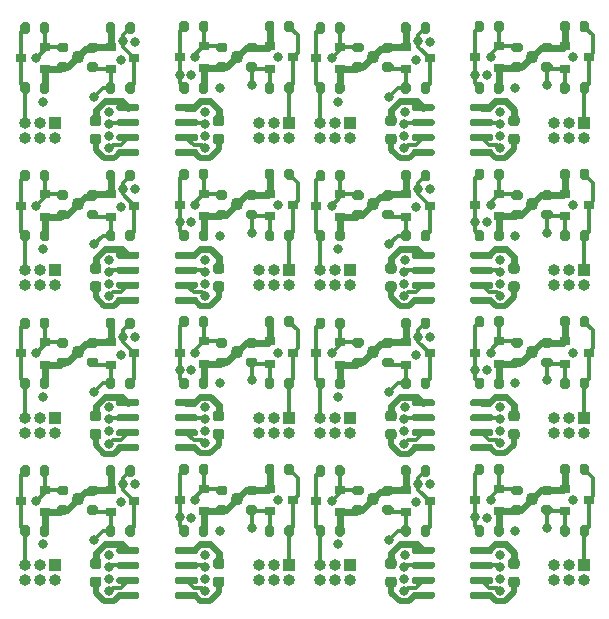
<source format=gbr>
%TF.GenerationSoftware,KiCad,Pcbnew,(5.1.10)-1*%
%TF.CreationDate,2022-01-17T18:26:10+07:00*%
%TF.ProjectId,ADuM_I2C_v3_pnlz2x4,4144754d-5f49-4324-935f-76335f706e6c,rev?*%
%TF.SameCoordinates,Original*%
%TF.FileFunction,Copper,L1,Top*%
%TF.FilePolarity,Positive*%
%FSLAX46Y46*%
G04 Gerber Fmt 4.6, Leading zero omitted, Abs format (unit mm)*
G04 Created by KiCad (PCBNEW (5.1.10)-1) date 2022-01-17 18:26:10*
%MOMM*%
%LPD*%
G01*
G04 APERTURE LIST*
%TA.AperFunction,ComponentPad*%
%ADD10R,1.000000X1.000000*%
%TD*%
%TA.AperFunction,ComponentPad*%
%ADD11O,1.000000X1.000000*%
%TD*%
%TA.AperFunction,SMDPad,CuDef*%
%ADD12R,0.900000X0.800000*%
%TD*%
%TA.AperFunction,ViaPad*%
%ADD13C,0.800000*%
%TD*%
%TA.AperFunction,ViaPad*%
%ADD14C,1.100000*%
%TD*%
%TA.AperFunction,Conductor*%
%ADD15C,0.600000*%
%TD*%
%TA.AperFunction,Conductor*%
%ADD16C,0.500000*%
%TD*%
%TA.AperFunction,Conductor*%
%ADD17C,0.300000*%
%TD*%
G04 APERTURE END LIST*
%TO.P,R23,2*%
%TO.N,VCCQ*%
%TA.AperFunction,SMDPad,CuDef*%
G36*
G01*
X145075000Y-123298000D02*
X145075000Y-122748000D01*
G75*
G02*
X145275000Y-122548000I200000J0D01*
G01*
X145675000Y-122548000D01*
G75*
G02*
X145875000Y-122748000I0J-200000D01*
G01*
X145875000Y-123298000D01*
G75*
G02*
X145675000Y-123498000I-200000J0D01*
G01*
X145275000Y-123498000D01*
G75*
G02*
X145075000Y-123298000I0J200000D01*
G01*
G37*
%TD.AperFunction*%
%TO.P,R23,1*%
%TO.N,/outa*%
%TA.AperFunction,SMDPad,CuDef*%
G36*
G01*
X143425000Y-123298000D02*
X143425000Y-122748000D01*
G75*
G02*
X143625000Y-122548000I200000J0D01*
G01*
X144025000Y-122548000D01*
G75*
G02*
X144225000Y-122748000I0J-200000D01*
G01*
X144225000Y-123298000D01*
G75*
G02*
X144025000Y-123498000I-200000J0D01*
G01*
X143625000Y-123498000D01*
G75*
G02*
X143425000Y-123298000I0J200000D01*
G01*
G37*
%TD.AperFunction*%
%TD*%
%TO.P,R23,2*%
%TO.N,VCCQ*%
%TA.AperFunction,SMDPad,CuDef*%
G36*
G01*
X120075000Y-123298000D02*
X120075000Y-122748000D01*
G75*
G02*
X120275000Y-122548000I200000J0D01*
G01*
X120675000Y-122548000D01*
G75*
G02*
X120875000Y-122748000I0J-200000D01*
G01*
X120875000Y-123298000D01*
G75*
G02*
X120675000Y-123498000I-200000J0D01*
G01*
X120275000Y-123498000D01*
G75*
G02*
X120075000Y-123298000I0J200000D01*
G01*
G37*
%TD.AperFunction*%
%TO.P,R23,1*%
%TO.N,/outa*%
%TA.AperFunction,SMDPad,CuDef*%
G36*
G01*
X118425000Y-123298000D02*
X118425000Y-122748000D01*
G75*
G02*
X118625000Y-122548000I200000J0D01*
G01*
X119025000Y-122548000D01*
G75*
G02*
X119225000Y-122748000I0J-200000D01*
G01*
X119225000Y-123298000D01*
G75*
G02*
X119025000Y-123498000I-200000J0D01*
G01*
X118625000Y-123498000D01*
G75*
G02*
X118425000Y-123298000I0J200000D01*
G01*
G37*
%TD.AperFunction*%
%TD*%
%TO.P,R23,2*%
%TO.N,VCCQ*%
%TA.AperFunction,SMDPad,CuDef*%
G36*
G01*
X145075000Y-110798000D02*
X145075000Y-110248000D01*
G75*
G02*
X145275000Y-110048000I200000J0D01*
G01*
X145675000Y-110048000D01*
G75*
G02*
X145875000Y-110248000I0J-200000D01*
G01*
X145875000Y-110798000D01*
G75*
G02*
X145675000Y-110998000I-200000J0D01*
G01*
X145275000Y-110998000D01*
G75*
G02*
X145075000Y-110798000I0J200000D01*
G01*
G37*
%TD.AperFunction*%
%TO.P,R23,1*%
%TO.N,/outa*%
%TA.AperFunction,SMDPad,CuDef*%
G36*
G01*
X143425000Y-110798000D02*
X143425000Y-110248000D01*
G75*
G02*
X143625000Y-110048000I200000J0D01*
G01*
X144025000Y-110048000D01*
G75*
G02*
X144225000Y-110248000I0J-200000D01*
G01*
X144225000Y-110798000D01*
G75*
G02*
X144025000Y-110998000I-200000J0D01*
G01*
X143625000Y-110998000D01*
G75*
G02*
X143425000Y-110798000I0J200000D01*
G01*
G37*
%TD.AperFunction*%
%TD*%
%TO.P,R23,2*%
%TO.N,VCCQ*%
%TA.AperFunction,SMDPad,CuDef*%
G36*
G01*
X120075000Y-110798000D02*
X120075000Y-110248000D01*
G75*
G02*
X120275000Y-110048000I200000J0D01*
G01*
X120675000Y-110048000D01*
G75*
G02*
X120875000Y-110248000I0J-200000D01*
G01*
X120875000Y-110798000D01*
G75*
G02*
X120675000Y-110998000I-200000J0D01*
G01*
X120275000Y-110998000D01*
G75*
G02*
X120075000Y-110798000I0J200000D01*
G01*
G37*
%TD.AperFunction*%
%TO.P,R23,1*%
%TO.N,/outa*%
%TA.AperFunction,SMDPad,CuDef*%
G36*
G01*
X118425000Y-110798000D02*
X118425000Y-110248000D01*
G75*
G02*
X118625000Y-110048000I200000J0D01*
G01*
X119025000Y-110048000D01*
G75*
G02*
X119225000Y-110248000I0J-200000D01*
G01*
X119225000Y-110798000D01*
G75*
G02*
X119025000Y-110998000I-200000J0D01*
G01*
X118625000Y-110998000D01*
G75*
G02*
X118425000Y-110798000I0J200000D01*
G01*
G37*
%TD.AperFunction*%
%TD*%
%TO.P,R23,2*%
%TO.N,VCCQ*%
%TA.AperFunction,SMDPad,CuDef*%
G36*
G01*
X145075000Y-98298000D02*
X145075000Y-97748000D01*
G75*
G02*
X145275000Y-97548000I200000J0D01*
G01*
X145675000Y-97548000D01*
G75*
G02*
X145875000Y-97748000I0J-200000D01*
G01*
X145875000Y-98298000D01*
G75*
G02*
X145675000Y-98498000I-200000J0D01*
G01*
X145275000Y-98498000D01*
G75*
G02*
X145075000Y-98298000I0J200000D01*
G01*
G37*
%TD.AperFunction*%
%TO.P,R23,1*%
%TO.N,/outa*%
%TA.AperFunction,SMDPad,CuDef*%
G36*
G01*
X143425000Y-98298000D02*
X143425000Y-97748000D01*
G75*
G02*
X143625000Y-97548000I200000J0D01*
G01*
X144025000Y-97548000D01*
G75*
G02*
X144225000Y-97748000I0J-200000D01*
G01*
X144225000Y-98298000D01*
G75*
G02*
X144025000Y-98498000I-200000J0D01*
G01*
X143625000Y-98498000D01*
G75*
G02*
X143425000Y-98298000I0J200000D01*
G01*
G37*
%TD.AperFunction*%
%TD*%
%TO.P,R23,2*%
%TO.N,VCCQ*%
%TA.AperFunction,SMDPad,CuDef*%
G36*
G01*
X120075000Y-98298000D02*
X120075000Y-97748000D01*
G75*
G02*
X120275000Y-97548000I200000J0D01*
G01*
X120675000Y-97548000D01*
G75*
G02*
X120875000Y-97748000I0J-200000D01*
G01*
X120875000Y-98298000D01*
G75*
G02*
X120675000Y-98498000I-200000J0D01*
G01*
X120275000Y-98498000D01*
G75*
G02*
X120075000Y-98298000I0J200000D01*
G01*
G37*
%TD.AperFunction*%
%TO.P,R23,1*%
%TO.N,/outa*%
%TA.AperFunction,SMDPad,CuDef*%
G36*
G01*
X118425000Y-98298000D02*
X118425000Y-97748000D01*
G75*
G02*
X118625000Y-97548000I200000J0D01*
G01*
X119025000Y-97548000D01*
G75*
G02*
X119225000Y-97748000I0J-200000D01*
G01*
X119225000Y-98298000D01*
G75*
G02*
X119025000Y-98498000I-200000J0D01*
G01*
X118625000Y-98498000D01*
G75*
G02*
X118425000Y-98298000I0J200000D01*
G01*
G37*
%TD.AperFunction*%
%TD*%
%TO.P,R23,2*%
%TO.N,VCCQ*%
%TA.AperFunction,SMDPad,CuDef*%
G36*
G01*
X145075000Y-85798000D02*
X145075000Y-85248000D01*
G75*
G02*
X145275000Y-85048000I200000J0D01*
G01*
X145675000Y-85048000D01*
G75*
G02*
X145875000Y-85248000I0J-200000D01*
G01*
X145875000Y-85798000D01*
G75*
G02*
X145675000Y-85998000I-200000J0D01*
G01*
X145275000Y-85998000D01*
G75*
G02*
X145075000Y-85798000I0J200000D01*
G01*
G37*
%TD.AperFunction*%
%TO.P,R23,1*%
%TO.N,/outa*%
%TA.AperFunction,SMDPad,CuDef*%
G36*
G01*
X143425000Y-85798000D02*
X143425000Y-85248000D01*
G75*
G02*
X143625000Y-85048000I200000J0D01*
G01*
X144025000Y-85048000D01*
G75*
G02*
X144225000Y-85248000I0J-200000D01*
G01*
X144225000Y-85798000D01*
G75*
G02*
X144025000Y-85998000I-200000J0D01*
G01*
X143625000Y-85998000D01*
G75*
G02*
X143425000Y-85798000I0J200000D01*
G01*
G37*
%TD.AperFunction*%
%TD*%
%TO.P,U2,1*%
%TO.N,GND*%
%TA.AperFunction,SMDPad,CuDef*%
G36*
G01*
X158450000Y-128334000D02*
X158450000Y-128634000D01*
G75*
G02*
X158300000Y-128784000I-150000J0D01*
G01*
X156650000Y-128784000D01*
G75*
G02*
X156500000Y-128634000I0J150000D01*
G01*
X156500000Y-128334000D01*
G75*
G02*
X156650000Y-128184000I150000J0D01*
G01*
X158300000Y-128184000D01*
G75*
G02*
X158450000Y-128334000I0J-150000D01*
G01*
G37*
%TD.AperFunction*%
%TO.P,U2,2*%
%TO.N,Net-(Q4-Pad2)*%
%TA.AperFunction,SMDPad,CuDef*%
G36*
G01*
X158450000Y-127064000D02*
X158450000Y-127364000D01*
G75*
G02*
X158300000Y-127514000I-150000J0D01*
G01*
X156650000Y-127514000D01*
G75*
G02*
X156500000Y-127364000I0J150000D01*
G01*
X156500000Y-127064000D01*
G75*
G02*
X156650000Y-126914000I150000J0D01*
G01*
X158300000Y-126914000D01*
G75*
G02*
X158450000Y-127064000I0J-150000D01*
G01*
G37*
%TD.AperFunction*%
%TO.P,U2,3*%
%TO.N,Net-(Q3-Pad2)*%
%TA.AperFunction,SMDPad,CuDef*%
G36*
G01*
X158450000Y-125794000D02*
X158450000Y-126094000D01*
G75*
G02*
X158300000Y-126244000I-150000J0D01*
G01*
X156650000Y-126244000D01*
G75*
G02*
X156500000Y-126094000I0J150000D01*
G01*
X156500000Y-125794000D01*
G75*
G02*
X156650000Y-125644000I150000J0D01*
G01*
X158300000Y-125644000D01*
G75*
G02*
X158450000Y-125794000I0J-150000D01*
G01*
G37*
%TD.AperFunction*%
%TO.P,U2,4*%
%TO.N,VCC*%
%TA.AperFunction,SMDPad,CuDef*%
G36*
G01*
X158450000Y-124524000D02*
X158450000Y-124824000D01*
G75*
G02*
X158300000Y-124974000I-150000J0D01*
G01*
X156650000Y-124974000D01*
G75*
G02*
X156500000Y-124824000I0J150000D01*
G01*
X156500000Y-124524000D01*
G75*
G02*
X156650000Y-124374000I150000J0D01*
G01*
X158300000Y-124374000D01*
G75*
G02*
X158450000Y-124524000I0J-150000D01*
G01*
G37*
%TD.AperFunction*%
%TO.P,U2,5*%
%TO.N,VCCQ*%
%TA.AperFunction,SMDPad,CuDef*%
G36*
G01*
X153500000Y-124524000D02*
X153500000Y-124824000D01*
G75*
G02*
X153350000Y-124974000I-150000J0D01*
G01*
X151700000Y-124974000D01*
G75*
G02*
X151550000Y-124824000I0J150000D01*
G01*
X151550000Y-124524000D01*
G75*
G02*
X151700000Y-124374000I150000J0D01*
G01*
X153350000Y-124374000D01*
G75*
G02*
X153500000Y-124524000I0J-150000D01*
G01*
G37*
%TD.AperFunction*%
%TO.P,U2,6*%
%TO.N,Net-(Q7-Pad2)*%
%TA.AperFunction,SMDPad,CuDef*%
G36*
G01*
X153500000Y-125794000D02*
X153500000Y-126094000D01*
G75*
G02*
X153350000Y-126244000I-150000J0D01*
G01*
X151700000Y-126244000D01*
G75*
G02*
X151550000Y-126094000I0J150000D01*
G01*
X151550000Y-125794000D01*
G75*
G02*
X151700000Y-125644000I150000J0D01*
G01*
X153350000Y-125644000D01*
G75*
G02*
X153500000Y-125794000I0J-150000D01*
G01*
G37*
%TD.AperFunction*%
%TO.P,U2,7*%
%TO.N,Net-(Q8-Pad2)*%
%TA.AperFunction,SMDPad,CuDef*%
G36*
G01*
X153500000Y-127064000D02*
X153500000Y-127364000D01*
G75*
G02*
X153350000Y-127514000I-150000J0D01*
G01*
X151700000Y-127514000D01*
G75*
G02*
X151550000Y-127364000I0J150000D01*
G01*
X151550000Y-127064000D01*
G75*
G02*
X151700000Y-126914000I150000J0D01*
G01*
X153350000Y-126914000D01*
G75*
G02*
X153500000Y-127064000I0J-150000D01*
G01*
G37*
%TD.AperFunction*%
%TO.P,U2,8*%
%TO.N,GND2*%
%TA.AperFunction,SMDPad,CuDef*%
G36*
G01*
X153500000Y-128334000D02*
X153500000Y-128634000D01*
G75*
G02*
X153350000Y-128784000I-150000J0D01*
G01*
X151700000Y-128784000D01*
G75*
G02*
X151550000Y-128634000I0J150000D01*
G01*
X151550000Y-128334000D01*
G75*
G02*
X151700000Y-128184000I150000J0D01*
G01*
X153350000Y-128184000D01*
G75*
G02*
X153500000Y-128334000I0J-150000D01*
G01*
G37*
%TD.AperFunction*%
%TD*%
%TO.P,U2,1*%
%TO.N,GND*%
%TA.AperFunction,SMDPad,CuDef*%
G36*
G01*
X133450000Y-128334000D02*
X133450000Y-128634000D01*
G75*
G02*
X133300000Y-128784000I-150000J0D01*
G01*
X131650000Y-128784000D01*
G75*
G02*
X131500000Y-128634000I0J150000D01*
G01*
X131500000Y-128334000D01*
G75*
G02*
X131650000Y-128184000I150000J0D01*
G01*
X133300000Y-128184000D01*
G75*
G02*
X133450000Y-128334000I0J-150000D01*
G01*
G37*
%TD.AperFunction*%
%TO.P,U2,2*%
%TO.N,Net-(Q4-Pad2)*%
%TA.AperFunction,SMDPad,CuDef*%
G36*
G01*
X133450000Y-127064000D02*
X133450000Y-127364000D01*
G75*
G02*
X133300000Y-127514000I-150000J0D01*
G01*
X131650000Y-127514000D01*
G75*
G02*
X131500000Y-127364000I0J150000D01*
G01*
X131500000Y-127064000D01*
G75*
G02*
X131650000Y-126914000I150000J0D01*
G01*
X133300000Y-126914000D01*
G75*
G02*
X133450000Y-127064000I0J-150000D01*
G01*
G37*
%TD.AperFunction*%
%TO.P,U2,3*%
%TO.N,Net-(Q3-Pad2)*%
%TA.AperFunction,SMDPad,CuDef*%
G36*
G01*
X133450000Y-125794000D02*
X133450000Y-126094000D01*
G75*
G02*
X133300000Y-126244000I-150000J0D01*
G01*
X131650000Y-126244000D01*
G75*
G02*
X131500000Y-126094000I0J150000D01*
G01*
X131500000Y-125794000D01*
G75*
G02*
X131650000Y-125644000I150000J0D01*
G01*
X133300000Y-125644000D01*
G75*
G02*
X133450000Y-125794000I0J-150000D01*
G01*
G37*
%TD.AperFunction*%
%TO.P,U2,4*%
%TO.N,VCC*%
%TA.AperFunction,SMDPad,CuDef*%
G36*
G01*
X133450000Y-124524000D02*
X133450000Y-124824000D01*
G75*
G02*
X133300000Y-124974000I-150000J0D01*
G01*
X131650000Y-124974000D01*
G75*
G02*
X131500000Y-124824000I0J150000D01*
G01*
X131500000Y-124524000D01*
G75*
G02*
X131650000Y-124374000I150000J0D01*
G01*
X133300000Y-124374000D01*
G75*
G02*
X133450000Y-124524000I0J-150000D01*
G01*
G37*
%TD.AperFunction*%
%TO.P,U2,5*%
%TO.N,VCCQ*%
%TA.AperFunction,SMDPad,CuDef*%
G36*
G01*
X128500000Y-124524000D02*
X128500000Y-124824000D01*
G75*
G02*
X128350000Y-124974000I-150000J0D01*
G01*
X126700000Y-124974000D01*
G75*
G02*
X126550000Y-124824000I0J150000D01*
G01*
X126550000Y-124524000D01*
G75*
G02*
X126700000Y-124374000I150000J0D01*
G01*
X128350000Y-124374000D01*
G75*
G02*
X128500000Y-124524000I0J-150000D01*
G01*
G37*
%TD.AperFunction*%
%TO.P,U2,6*%
%TO.N,Net-(Q7-Pad2)*%
%TA.AperFunction,SMDPad,CuDef*%
G36*
G01*
X128500000Y-125794000D02*
X128500000Y-126094000D01*
G75*
G02*
X128350000Y-126244000I-150000J0D01*
G01*
X126700000Y-126244000D01*
G75*
G02*
X126550000Y-126094000I0J150000D01*
G01*
X126550000Y-125794000D01*
G75*
G02*
X126700000Y-125644000I150000J0D01*
G01*
X128350000Y-125644000D01*
G75*
G02*
X128500000Y-125794000I0J-150000D01*
G01*
G37*
%TD.AperFunction*%
%TO.P,U2,7*%
%TO.N,Net-(Q8-Pad2)*%
%TA.AperFunction,SMDPad,CuDef*%
G36*
G01*
X128500000Y-127064000D02*
X128500000Y-127364000D01*
G75*
G02*
X128350000Y-127514000I-150000J0D01*
G01*
X126700000Y-127514000D01*
G75*
G02*
X126550000Y-127364000I0J150000D01*
G01*
X126550000Y-127064000D01*
G75*
G02*
X126700000Y-126914000I150000J0D01*
G01*
X128350000Y-126914000D01*
G75*
G02*
X128500000Y-127064000I0J-150000D01*
G01*
G37*
%TD.AperFunction*%
%TO.P,U2,8*%
%TO.N,GND2*%
%TA.AperFunction,SMDPad,CuDef*%
G36*
G01*
X128500000Y-128334000D02*
X128500000Y-128634000D01*
G75*
G02*
X128350000Y-128784000I-150000J0D01*
G01*
X126700000Y-128784000D01*
G75*
G02*
X126550000Y-128634000I0J150000D01*
G01*
X126550000Y-128334000D01*
G75*
G02*
X126700000Y-128184000I150000J0D01*
G01*
X128350000Y-128184000D01*
G75*
G02*
X128500000Y-128334000I0J-150000D01*
G01*
G37*
%TD.AperFunction*%
%TD*%
%TO.P,U2,1*%
%TO.N,GND*%
%TA.AperFunction,SMDPad,CuDef*%
G36*
G01*
X158450000Y-115834000D02*
X158450000Y-116134000D01*
G75*
G02*
X158300000Y-116284000I-150000J0D01*
G01*
X156650000Y-116284000D01*
G75*
G02*
X156500000Y-116134000I0J150000D01*
G01*
X156500000Y-115834000D01*
G75*
G02*
X156650000Y-115684000I150000J0D01*
G01*
X158300000Y-115684000D01*
G75*
G02*
X158450000Y-115834000I0J-150000D01*
G01*
G37*
%TD.AperFunction*%
%TO.P,U2,2*%
%TO.N,Net-(Q4-Pad2)*%
%TA.AperFunction,SMDPad,CuDef*%
G36*
G01*
X158450000Y-114564000D02*
X158450000Y-114864000D01*
G75*
G02*
X158300000Y-115014000I-150000J0D01*
G01*
X156650000Y-115014000D01*
G75*
G02*
X156500000Y-114864000I0J150000D01*
G01*
X156500000Y-114564000D01*
G75*
G02*
X156650000Y-114414000I150000J0D01*
G01*
X158300000Y-114414000D01*
G75*
G02*
X158450000Y-114564000I0J-150000D01*
G01*
G37*
%TD.AperFunction*%
%TO.P,U2,3*%
%TO.N,Net-(Q3-Pad2)*%
%TA.AperFunction,SMDPad,CuDef*%
G36*
G01*
X158450000Y-113294000D02*
X158450000Y-113594000D01*
G75*
G02*
X158300000Y-113744000I-150000J0D01*
G01*
X156650000Y-113744000D01*
G75*
G02*
X156500000Y-113594000I0J150000D01*
G01*
X156500000Y-113294000D01*
G75*
G02*
X156650000Y-113144000I150000J0D01*
G01*
X158300000Y-113144000D01*
G75*
G02*
X158450000Y-113294000I0J-150000D01*
G01*
G37*
%TD.AperFunction*%
%TO.P,U2,4*%
%TO.N,VCC*%
%TA.AperFunction,SMDPad,CuDef*%
G36*
G01*
X158450000Y-112024000D02*
X158450000Y-112324000D01*
G75*
G02*
X158300000Y-112474000I-150000J0D01*
G01*
X156650000Y-112474000D01*
G75*
G02*
X156500000Y-112324000I0J150000D01*
G01*
X156500000Y-112024000D01*
G75*
G02*
X156650000Y-111874000I150000J0D01*
G01*
X158300000Y-111874000D01*
G75*
G02*
X158450000Y-112024000I0J-150000D01*
G01*
G37*
%TD.AperFunction*%
%TO.P,U2,5*%
%TO.N,VCCQ*%
%TA.AperFunction,SMDPad,CuDef*%
G36*
G01*
X153500000Y-112024000D02*
X153500000Y-112324000D01*
G75*
G02*
X153350000Y-112474000I-150000J0D01*
G01*
X151700000Y-112474000D01*
G75*
G02*
X151550000Y-112324000I0J150000D01*
G01*
X151550000Y-112024000D01*
G75*
G02*
X151700000Y-111874000I150000J0D01*
G01*
X153350000Y-111874000D01*
G75*
G02*
X153500000Y-112024000I0J-150000D01*
G01*
G37*
%TD.AperFunction*%
%TO.P,U2,6*%
%TO.N,Net-(Q7-Pad2)*%
%TA.AperFunction,SMDPad,CuDef*%
G36*
G01*
X153500000Y-113294000D02*
X153500000Y-113594000D01*
G75*
G02*
X153350000Y-113744000I-150000J0D01*
G01*
X151700000Y-113744000D01*
G75*
G02*
X151550000Y-113594000I0J150000D01*
G01*
X151550000Y-113294000D01*
G75*
G02*
X151700000Y-113144000I150000J0D01*
G01*
X153350000Y-113144000D01*
G75*
G02*
X153500000Y-113294000I0J-150000D01*
G01*
G37*
%TD.AperFunction*%
%TO.P,U2,7*%
%TO.N,Net-(Q8-Pad2)*%
%TA.AperFunction,SMDPad,CuDef*%
G36*
G01*
X153500000Y-114564000D02*
X153500000Y-114864000D01*
G75*
G02*
X153350000Y-115014000I-150000J0D01*
G01*
X151700000Y-115014000D01*
G75*
G02*
X151550000Y-114864000I0J150000D01*
G01*
X151550000Y-114564000D01*
G75*
G02*
X151700000Y-114414000I150000J0D01*
G01*
X153350000Y-114414000D01*
G75*
G02*
X153500000Y-114564000I0J-150000D01*
G01*
G37*
%TD.AperFunction*%
%TO.P,U2,8*%
%TO.N,GND2*%
%TA.AperFunction,SMDPad,CuDef*%
G36*
G01*
X153500000Y-115834000D02*
X153500000Y-116134000D01*
G75*
G02*
X153350000Y-116284000I-150000J0D01*
G01*
X151700000Y-116284000D01*
G75*
G02*
X151550000Y-116134000I0J150000D01*
G01*
X151550000Y-115834000D01*
G75*
G02*
X151700000Y-115684000I150000J0D01*
G01*
X153350000Y-115684000D01*
G75*
G02*
X153500000Y-115834000I0J-150000D01*
G01*
G37*
%TD.AperFunction*%
%TD*%
%TO.P,U2,1*%
%TO.N,GND*%
%TA.AperFunction,SMDPad,CuDef*%
G36*
G01*
X133450000Y-115834000D02*
X133450000Y-116134000D01*
G75*
G02*
X133300000Y-116284000I-150000J0D01*
G01*
X131650000Y-116284000D01*
G75*
G02*
X131500000Y-116134000I0J150000D01*
G01*
X131500000Y-115834000D01*
G75*
G02*
X131650000Y-115684000I150000J0D01*
G01*
X133300000Y-115684000D01*
G75*
G02*
X133450000Y-115834000I0J-150000D01*
G01*
G37*
%TD.AperFunction*%
%TO.P,U2,2*%
%TO.N,Net-(Q4-Pad2)*%
%TA.AperFunction,SMDPad,CuDef*%
G36*
G01*
X133450000Y-114564000D02*
X133450000Y-114864000D01*
G75*
G02*
X133300000Y-115014000I-150000J0D01*
G01*
X131650000Y-115014000D01*
G75*
G02*
X131500000Y-114864000I0J150000D01*
G01*
X131500000Y-114564000D01*
G75*
G02*
X131650000Y-114414000I150000J0D01*
G01*
X133300000Y-114414000D01*
G75*
G02*
X133450000Y-114564000I0J-150000D01*
G01*
G37*
%TD.AperFunction*%
%TO.P,U2,3*%
%TO.N,Net-(Q3-Pad2)*%
%TA.AperFunction,SMDPad,CuDef*%
G36*
G01*
X133450000Y-113294000D02*
X133450000Y-113594000D01*
G75*
G02*
X133300000Y-113744000I-150000J0D01*
G01*
X131650000Y-113744000D01*
G75*
G02*
X131500000Y-113594000I0J150000D01*
G01*
X131500000Y-113294000D01*
G75*
G02*
X131650000Y-113144000I150000J0D01*
G01*
X133300000Y-113144000D01*
G75*
G02*
X133450000Y-113294000I0J-150000D01*
G01*
G37*
%TD.AperFunction*%
%TO.P,U2,4*%
%TO.N,VCC*%
%TA.AperFunction,SMDPad,CuDef*%
G36*
G01*
X133450000Y-112024000D02*
X133450000Y-112324000D01*
G75*
G02*
X133300000Y-112474000I-150000J0D01*
G01*
X131650000Y-112474000D01*
G75*
G02*
X131500000Y-112324000I0J150000D01*
G01*
X131500000Y-112024000D01*
G75*
G02*
X131650000Y-111874000I150000J0D01*
G01*
X133300000Y-111874000D01*
G75*
G02*
X133450000Y-112024000I0J-150000D01*
G01*
G37*
%TD.AperFunction*%
%TO.P,U2,5*%
%TO.N,VCCQ*%
%TA.AperFunction,SMDPad,CuDef*%
G36*
G01*
X128500000Y-112024000D02*
X128500000Y-112324000D01*
G75*
G02*
X128350000Y-112474000I-150000J0D01*
G01*
X126700000Y-112474000D01*
G75*
G02*
X126550000Y-112324000I0J150000D01*
G01*
X126550000Y-112024000D01*
G75*
G02*
X126700000Y-111874000I150000J0D01*
G01*
X128350000Y-111874000D01*
G75*
G02*
X128500000Y-112024000I0J-150000D01*
G01*
G37*
%TD.AperFunction*%
%TO.P,U2,6*%
%TO.N,Net-(Q7-Pad2)*%
%TA.AperFunction,SMDPad,CuDef*%
G36*
G01*
X128500000Y-113294000D02*
X128500000Y-113594000D01*
G75*
G02*
X128350000Y-113744000I-150000J0D01*
G01*
X126700000Y-113744000D01*
G75*
G02*
X126550000Y-113594000I0J150000D01*
G01*
X126550000Y-113294000D01*
G75*
G02*
X126700000Y-113144000I150000J0D01*
G01*
X128350000Y-113144000D01*
G75*
G02*
X128500000Y-113294000I0J-150000D01*
G01*
G37*
%TD.AperFunction*%
%TO.P,U2,7*%
%TO.N,Net-(Q8-Pad2)*%
%TA.AperFunction,SMDPad,CuDef*%
G36*
G01*
X128500000Y-114564000D02*
X128500000Y-114864000D01*
G75*
G02*
X128350000Y-115014000I-150000J0D01*
G01*
X126700000Y-115014000D01*
G75*
G02*
X126550000Y-114864000I0J150000D01*
G01*
X126550000Y-114564000D01*
G75*
G02*
X126700000Y-114414000I150000J0D01*
G01*
X128350000Y-114414000D01*
G75*
G02*
X128500000Y-114564000I0J-150000D01*
G01*
G37*
%TD.AperFunction*%
%TO.P,U2,8*%
%TO.N,GND2*%
%TA.AperFunction,SMDPad,CuDef*%
G36*
G01*
X128500000Y-115834000D02*
X128500000Y-116134000D01*
G75*
G02*
X128350000Y-116284000I-150000J0D01*
G01*
X126700000Y-116284000D01*
G75*
G02*
X126550000Y-116134000I0J150000D01*
G01*
X126550000Y-115834000D01*
G75*
G02*
X126700000Y-115684000I150000J0D01*
G01*
X128350000Y-115684000D01*
G75*
G02*
X128500000Y-115834000I0J-150000D01*
G01*
G37*
%TD.AperFunction*%
%TD*%
%TO.P,U2,1*%
%TO.N,GND*%
%TA.AperFunction,SMDPad,CuDef*%
G36*
G01*
X158450000Y-103334000D02*
X158450000Y-103634000D01*
G75*
G02*
X158300000Y-103784000I-150000J0D01*
G01*
X156650000Y-103784000D01*
G75*
G02*
X156500000Y-103634000I0J150000D01*
G01*
X156500000Y-103334000D01*
G75*
G02*
X156650000Y-103184000I150000J0D01*
G01*
X158300000Y-103184000D01*
G75*
G02*
X158450000Y-103334000I0J-150000D01*
G01*
G37*
%TD.AperFunction*%
%TO.P,U2,2*%
%TO.N,Net-(Q4-Pad2)*%
%TA.AperFunction,SMDPad,CuDef*%
G36*
G01*
X158450000Y-102064000D02*
X158450000Y-102364000D01*
G75*
G02*
X158300000Y-102514000I-150000J0D01*
G01*
X156650000Y-102514000D01*
G75*
G02*
X156500000Y-102364000I0J150000D01*
G01*
X156500000Y-102064000D01*
G75*
G02*
X156650000Y-101914000I150000J0D01*
G01*
X158300000Y-101914000D01*
G75*
G02*
X158450000Y-102064000I0J-150000D01*
G01*
G37*
%TD.AperFunction*%
%TO.P,U2,3*%
%TO.N,Net-(Q3-Pad2)*%
%TA.AperFunction,SMDPad,CuDef*%
G36*
G01*
X158450000Y-100794000D02*
X158450000Y-101094000D01*
G75*
G02*
X158300000Y-101244000I-150000J0D01*
G01*
X156650000Y-101244000D01*
G75*
G02*
X156500000Y-101094000I0J150000D01*
G01*
X156500000Y-100794000D01*
G75*
G02*
X156650000Y-100644000I150000J0D01*
G01*
X158300000Y-100644000D01*
G75*
G02*
X158450000Y-100794000I0J-150000D01*
G01*
G37*
%TD.AperFunction*%
%TO.P,U2,4*%
%TO.N,VCC*%
%TA.AperFunction,SMDPad,CuDef*%
G36*
G01*
X158450000Y-99524000D02*
X158450000Y-99824000D01*
G75*
G02*
X158300000Y-99974000I-150000J0D01*
G01*
X156650000Y-99974000D01*
G75*
G02*
X156500000Y-99824000I0J150000D01*
G01*
X156500000Y-99524000D01*
G75*
G02*
X156650000Y-99374000I150000J0D01*
G01*
X158300000Y-99374000D01*
G75*
G02*
X158450000Y-99524000I0J-150000D01*
G01*
G37*
%TD.AperFunction*%
%TO.P,U2,5*%
%TO.N,VCCQ*%
%TA.AperFunction,SMDPad,CuDef*%
G36*
G01*
X153500000Y-99524000D02*
X153500000Y-99824000D01*
G75*
G02*
X153350000Y-99974000I-150000J0D01*
G01*
X151700000Y-99974000D01*
G75*
G02*
X151550000Y-99824000I0J150000D01*
G01*
X151550000Y-99524000D01*
G75*
G02*
X151700000Y-99374000I150000J0D01*
G01*
X153350000Y-99374000D01*
G75*
G02*
X153500000Y-99524000I0J-150000D01*
G01*
G37*
%TD.AperFunction*%
%TO.P,U2,6*%
%TO.N,Net-(Q7-Pad2)*%
%TA.AperFunction,SMDPad,CuDef*%
G36*
G01*
X153500000Y-100794000D02*
X153500000Y-101094000D01*
G75*
G02*
X153350000Y-101244000I-150000J0D01*
G01*
X151700000Y-101244000D01*
G75*
G02*
X151550000Y-101094000I0J150000D01*
G01*
X151550000Y-100794000D01*
G75*
G02*
X151700000Y-100644000I150000J0D01*
G01*
X153350000Y-100644000D01*
G75*
G02*
X153500000Y-100794000I0J-150000D01*
G01*
G37*
%TD.AperFunction*%
%TO.P,U2,7*%
%TO.N,Net-(Q8-Pad2)*%
%TA.AperFunction,SMDPad,CuDef*%
G36*
G01*
X153500000Y-102064000D02*
X153500000Y-102364000D01*
G75*
G02*
X153350000Y-102514000I-150000J0D01*
G01*
X151700000Y-102514000D01*
G75*
G02*
X151550000Y-102364000I0J150000D01*
G01*
X151550000Y-102064000D01*
G75*
G02*
X151700000Y-101914000I150000J0D01*
G01*
X153350000Y-101914000D01*
G75*
G02*
X153500000Y-102064000I0J-150000D01*
G01*
G37*
%TD.AperFunction*%
%TO.P,U2,8*%
%TO.N,GND2*%
%TA.AperFunction,SMDPad,CuDef*%
G36*
G01*
X153500000Y-103334000D02*
X153500000Y-103634000D01*
G75*
G02*
X153350000Y-103784000I-150000J0D01*
G01*
X151700000Y-103784000D01*
G75*
G02*
X151550000Y-103634000I0J150000D01*
G01*
X151550000Y-103334000D01*
G75*
G02*
X151700000Y-103184000I150000J0D01*
G01*
X153350000Y-103184000D01*
G75*
G02*
X153500000Y-103334000I0J-150000D01*
G01*
G37*
%TD.AperFunction*%
%TD*%
%TO.P,U2,1*%
%TO.N,GND*%
%TA.AperFunction,SMDPad,CuDef*%
G36*
G01*
X133450000Y-103334000D02*
X133450000Y-103634000D01*
G75*
G02*
X133300000Y-103784000I-150000J0D01*
G01*
X131650000Y-103784000D01*
G75*
G02*
X131500000Y-103634000I0J150000D01*
G01*
X131500000Y-103334000D01*
G75*
G02*
X131650000Y-103184000I150000J0D01*
G01*
X133300000Y-103184000D01*
G75*
G02*
X133450000Y-103334000I0J-150000D01*
G01*
G37*
%TD.AperFunction*%
%TO.P,U2,2*%
%TO.N,Net-(Q4-Pad2)*%
%TA.AperFunction,SMDPad,CuDef*%
G36*
G01*
X133450000Y-102064000D02*
X133450000Y-102364000D01*
G75*
G02*
X133300000Y-102514000I-150000J0D01*
G01*
X131650000Y-102514000D01*
G75*
G02*
X131500000Y-102364000I0J150000D01*
G01*
X131500000Y-102064000D01*
G75*
G02*
X131650000Y-101914000I150000J0D01*
G01*
X133300000Y-101914000D01*
G75*
G02*
X133450000Y-102064000I0J-150000D01*
G01*
G37*
%TD.AperFunction*%
%TO.P,U2,3*%
%TO.N,Net-(Q3-Pad2)*%
%TA.AperFunction,SMDPad,CuDef*%
G36*
G01*
X133450000Y-100794000D02*
X133450000Y-101094000D01*
G75*
G02*
X133300000Y-101244000I-150000J0D01*
G01*
X131650000Y-101244000D01*
G75*
G02*
X131500000Y-101094000I0J150000D01*
G01*
X131500000Y-100794000D01*
G75*
G02*
X131650000Y-100644000I150000J0D01*
G01*
X133300000Y-100644000D01*
G75*
G02*
X133450000Y-100794000I0J-150000D01*
G01*
G37*
%TD.AperFunction*%
%TO.P,U2,4*%
%TO.N,VCC*%
%TA.AperFunction,SMDPad,CuDef*%
G36*
G01*
X133450000Y-99524000D02*
X133450000Y-99824000D01*
G75*
G02*
X133300000Y-99974000I-150000J0D01*
G01*
X131650000Y-99974000D01*
G75*
G02*
X131500000Y-99824000I0J150000D01*
G01*
X131500000Y-99524000D01*
G75*
G02*
X131650000Y-99374000I150000J0D01*
G01*
X133300000Y-99374000D01*
G75*
G02*
X133450000Y-99524000I0J-150000D01*
G01*
G37*
%TD.AperFunction*%
%TO.P,U2,5*%
%TO.N,VCCQ*%
%TA.AperFunction,SMDPad,CuDef*%
G36*
G01*
X128500000Y-99524000D02*
X128500000Y-99824000D01*
G75*
G02*
X128350000Y-99974000I-150000J0D01*
G01*
X126700000Y-99974000D01*
G75*
G02*
X126550000Y-99824000I0J150000D01*
G01*
X126550000Y-99524000D01*
G75*
G02*
X126700000Y-99374000I150000J0D01*
G01*
X128350000Y-99374000D01*
G75*
G02*
X128500000Y-99524000I0J-150000D01*
G01*
G37*
%TD.AperFunction*%
%TO.P,U2,6*%
%TO.N,Net-(Q7-Pad2)*%
%TA.AperFunction,SMDPad,CuDef*%
G36*
G01*
X128500000Y-100794000D02*
X128500000Y-101094000D01*
G75*
G02*
X128350000Y-101244000I-150000J0D01*
G01*
X126700000Y-101244000D01*
G75*
G02*
X126550000Y-101094000I0J150000D01*
G01*
X126550000Y-100794000D01*
G75*
G02*
X126700000Y-100644000I150000J0D01*
G01*
X128350000Y-100644000D01*
G75*
G02*
X128500000Y-100794000I0J-150000D01*
G01*
G37*
%TD.AperFunction*%
%TO.P,U2,7*%
%TO.N,Net-(Q8-Pad2)*%
%TA.AperFunction,SMDPad,CuDef*%
G36*
G01*
X128500000Y-102064000D02*
X128500000Y-102364000D01*
G75*
G02*
X128350000Y-102514000I-150000J0D01*
G01*
X126700000Y-102514000D01*
G75*
G02*
X126550000Y-102364000I0J150000D01*
G01*
X126550000Y-102064000D01*
G75*
G02*
X126700000Y-101914000I150000J0D01*
G01*
X128350000Y-101914000D01*
G75*
G02*
X128500000Y-102064000I0J-150000D01*
G01*
G37*
%TD.AperFunction*%
%TO.P,U2,8*%
%TO.N,GND2*%
%TA.AperFunction,SMDPad,CuDef*%
G36*
G01*
X128500000Y-103334000D02*
X128500000Y-103634000D01*
G75*
G02*
X128350000Y-103784000I-150000J0D01*
G01*
X126700000Y-103784000D01*
G75*
G02*
X126550000Y-103634000I0J150000D01*
G01*
X126550000Y-103334000D01*
G75*
G02*
X126700000Y-103184000I150000J0D01*
G01*
X128350000Y-103184000D01*
G75*
G02*
X128500000Y-103334000I0J-150000D01*
G01*
G37*
%TD.AperFunction*%
%TD*%
%TO.P,U2,1*%
%TO.N,GND*%
%TA.AperFunction,SMDPad,CuDef*%
G36*
G01*
X158450000Y-90834000D02*
X158450000Y-91134000D01*
G75*
G02*
X158300000Y-91284000I-150000J0D01*
G01*
X156650000Y-91284000D01*
G75*
G02*
X156500000Y-91134000I0J150000D01*
G01*
X156500000Y-90834000D01*
G75*
G02*
X156650000Y-90684000I150000J0D01*
G01*
X158300000Y-90684000D01*
G75*
G02*
X158450000Y-90834000I0J-150000D01*
G01*
G37*
%TD.AperFunction*%
%TO.P,U2,2*%
%TO.N,Net-(Q4-Pad2)*%
%TA.AperFunction,SMDPad,CuDef*%
G36*
G01*
X158450000Y-89564000D02*
X158450000Y-89864000D01*
G75*
G02*
X158300000Y-90014000I-150000J0D01*
G01*
X156650000Y-90014000D01*
G75*
G02*
X156500000Y-89864000I0J150000D01*
G01*
X156500000Y-89564000D01*
G75*
G02*
X156650000Y-89414000I150000J0D01*
G01*
X158300000Y-89414000D01*
G75*
G02*
X158450000Y-89564000I0J-150000D01*
G01*
G37*
%TD.AperFunction*%
%TO.P,U2,3*%
%TO.N,Net-(Q3-Pad2)*%
%TA.AperFunction,SMDPad,CuDef*%
G36*
G01*
X158450000Y-88294000D02*
X158450000Y-88594000D01*
G75*
G02*
X158300000Y-88744000I-150000J0D01*
G01*
X156650000Y-88744000D01*
G75*
G02*
X156500000Y-88594000I0J150000D01*
G01*
X156500000Y-88294000D01*
G75*
G02*
X156650000Y-88144000I150000J0D01*
G01*
X158300000Y-88144000D01*
G75*
G02*
X158450000Y-88294000I0J-150000D01*
G01*
G37*
%TD.AperFunction*%
%TO.P,U2,4*%
%TO.N,VCC*%
%TA.AperFunction,SMDPad,CuDef*%
G36*
G01*
X158450000Y-87024000D02*
X158450000Y-87324000D01*
G75*
G02*
X158300000Y-87474000I-150000J0D01*
G01*
X156650000Y-87474000D01*
G75*
G02*
X156500000Y-87324000I0J150000D01*
G01*
X156500000Y-87024000D01*
G75*
G02*
X156650000Y-86874000I150000J0D01*
G01*
X158300000Y-86874000D01*
G75*
G02*
X158450000Y-87024000I0J-150000D01*
G01*
G37*
%TD.AperFunction*%
%TO.P,U2,5*%
%TO.N,VCCQ*%
%TA.AperFunction,SMDPad,CuDef*%
G36*
G01*
X153500000Y-87024000D02*
X153500000Y-87324000D01*
G75*
G02*
X153350000Y-87474000I-150000J0D01*
G01*
X151700000Y-87474000D01*
G75*
G02*
X151550000Y-87324000I0J150000D01*
G01*
X151550000Y-87024000D01*
G75*
G02*
X151700000Y-86874000I150000J0D01*
G01*
X153350000Y-86874000D01*
G75*
G02*
X153500000Y-87024000I0J-150000D01*
G01*
G37*
%TD.AperFunction*%
%TO.P,U2,6*%
%TO.N,Net-(Q7-Pad2)*%
%TA.AperFunction,SMDPad,CuDef*%
G36*
G01*
X153500000Y-88294000D02*
X153500000Y-88594000D01*
G75*
G02*
X153350000Y-88744000I-150000J0D01*
G01*
X151700000Y-88744000D01*
G75*
G02*
X151550000Y-88594000I0J150000D01*
G01*
X151550000Y-88294000D01*
G75*
G02*
X151700000Y-88144000I150000J0D01*
G01*
X153350000Y-88144000D01*
G75*
G02*
X153500000Y-88294000I0J-150000D01*
G01*
G37*
%TD.AperFunction*%
%TO.P,U2,7*%
%TO.N,Net-(Q8-Pad2)*%
%TA.AperFunction,SMDPad,CuDef*%
G36*
G01*
X153500000Y-89564000D02*
X153500000Y-89864000D01*
G75*
G02*
X153350000Y-90014000I-150000J0D01*
G01*
X151700000Y-90014000D01*
G75*
G02*
X151550000Y-89864000I0J150000D01*
G01*
X151550000Y-89564000D01*
G75*
G02*
X151700000Y-89414000I150000J0D01*
G01*
X153350000Y-89414000D01*
G75*
G02*
X153500000Y-89564000I0J-150000D01*
G01*
G37*
%TD.AperFunction*%
%TO.P,U2,8*%
%TO.N,GND2*%
%TA.AperFunction,SMDPad,CuDef*%
G36*
G01*
X153500000Y-90834000D02*
X153500000Y-91134000D01*
G75*
G02*
X153350000Y-91284000I-150000J0D01*
G01*
X151700000Y-91284000D01*
G75*
G02*
X151550000Y-91134000I0J150000D01*
G01*
X151550000Y-90834000D01*
G75*
G02*
X151700000Y-90684000I150000J0D01*
G01*
X153350000Y-90684000D01*
G75*
G02*
X153500000Y-90834000I0J-150000D01*
G01*
G37*
%TD.AperFunction*%
%TD*%
D10*
%TO.P,J2,1*%
%TO.N,VCCQ*%
X146364000Y-125944000D03*
D11*
%TO.P,J2,2*%
%TO.N,GND2*%
X146364000Y-127214000D03*
%TO.P,J2,3*%
%TO.N,/SDAq*%
X145094000Y-125944000D03*
%TO.P,J2,4*%
%TO.N,/SCLq*%
X145094000Y-127214000D03*
%TO.P,J2,5*%
%TO.N,/outa*%
X143824000Y-125944000D03*
%TO.P,J2,6*%
%TO.N,/inb*%
X143824000Y-127214000D03*
%TD*%
D10*
%TO.P,J2,1*%
%TO.N,VCCQ*%
X121364000Y-125944000D03*
D11*
%TO.P,J2,2*%
%TO.N,GND2*%
X121364000Y-127214000D03*
%TO.P,J2,3*%
%TO.N,/SDAq*%
X120094000Y-125944000D03*
%TO.P,J2,4*%
%TO.N,/SCLq*%
X120094000Y-127214000D03*
%TO.P,J2,5*%
%TO.N,/outa*%
X118824000Y-125944000D03*
%TO.P,J2,6*%
%TO.N,/inb*%
X118824000Y-127214000D03*
%TD*%
D10*
%TO.P,J2,1*%
%TO.N,VCCQ*%
X146364000Y-113444000D03*
D11*
%TO.P,J2,2*%
%TO.N,GND2*%
X146364000Y-114714000D03*
%TO.P,J2,3*%
%TO.N,/SDAq*%
X145094000Y-113444000D03*
%TO.P,J2,4*%
%TO.N,/SCLq*%
X145094000Y-114714000D03*
%TO.P,J2,5*%
%TO.N,/outa*%
X143824000Y-113444000D03*
%TO.P,J2,6*%
%TO.N,/inb*%
X143824000Y-114714000D03*
%TD*%
D10*
%TO.P,J2,1*%
%TO.N,VCCQ*%
X121364000Y-113444000D03*
D11*
%TO.P,J2,2*%
%TO.N,GND2*%
X121364000Y-114714000D03*
%TO.P,J2,3*%
%TO.N,/SDAq*%
X120094000Y-113444000D03*
%TO.P,J2,4*%
%TO.N,/SCLq*%
X120094000Y-114714000D03*
%TO.P,J2,5*%
%TO.N,/outa*%
X118824000Y-113444000D03*
%TO.P,J2,6*%
%TO.N,/inb*%
X118824000Y-114714000D03*
%TD*%
D10*
%TO.P,J2,1*%
%TO.N,VCCQ*%
X146364000Y-100944000D03*
D11*
%TO.P,J2,2*%
%TO.N,GND2*%
X146364000Y-102214000D03*
%TO.P,J2,3*%
%TO.N,/SDAq*%
X145094000Y-100944000D03*
%TO.P,J2,4*%
%TO.N,/SCLq*%
X145094000Y-102214000D03*
%TO.P,J2,5*%
%TO.N,/outa*%
X143824000Y-100944000D03*
%TO.P,J2,6*%
%TO.N,/inb*%
X143824000Y-102214000D03*
%TD*%
D10*
%TO.P,J2,1*%
%TO.N,VCCQ*%
X121364000Y-100944000D03*
D11*
%TO.P,J2,2*%
%TO.N,GND2*%
X121364000Y-102214000D03*
%TO.P,J2,3*%
%TO.N,/SDAq*%
X120094000Y-100944000D03*
%TO.P,J2,4*%
%TO.N,/SCLq*%
X120094000Y-102214000D03*
%TO.P,J2,5*%
%TO.N,/outa*%
X118824000Y-100944000D03*
%TO.P,J2,6*%
%TO.N,/inb*%
X118824000Y-102214000D03*
%TD*%
D10*
%TO.P,J2,1*%
%TO.N,VCCQ*%
X146364000Y-88444000D03*
D11*
%TO.P,J2,2*%
%TO.N,GND2*%
X146364000Y-89714000D03*
%TO.P,J2,3*%
%TO.N,/SDAq*%
X145094000Y-88444000D03*
%TO.P,J2,4*%
%TO.N,/SCLq*%
X145094000Y-89714000D03*
%TO.P,J2,5*%
%TO.N,/outa*%
X143824000Y-88444000D03*
%TO.P,J2,6*%
%TO.N,/inb*%
X143824000Y-89714000D03*
%TD*%
D10*
%TO.P,J1,1*%
%TO.N,/ina*%
X166176000Y-125944000D03*
D11*
%TO.P,J1,2*%
%TO.N,/outb*%
X166176000Y-127214000D03*
%TO.P,J1,3*%
%TO.N,/SDA*%
X164906000Y-125944000D03*
%TO.P,J1,4*%
%TO.N,/SCL*%
X164906000Y-127214000D03*
%TO.P,J1,5*%
%TO.N,VCC*%
X163636000Y-125944000D03*
%TO.P,J1,6*%
%TO.N,GND*%
X163636000Y-127214000D03*
%TD*%
D10*
%TO.P,J1,1*%
%TO.N,/ina*%
X141176000Y-125944000D03*
D11*
%TO.P,J1,2*%
%TO.N,/outb*%
X141176000Y-127214000D03*
%TO.P,J1,3*%
%TO.N,/SDA*%
X139906000Y-125944000D03*
%TO.P,J1,4*%
%TO.N,/SCL*%
X139906000Y-127214000D03*
%TO.P,J1,5*%
%TO.N,VCC*%
X138636000Y-125944000D03*
%TO.P,J1,6*%
%TO.N,GND*%
X138636000Y-127214000D03*
%TD*%
D10*
%TO.P,J1,1*%
%TO.N,/ina*%
X166176000Y-113444000D03*
D11*
%TO.P,J1,2*%
%TO.N,/outb*%
X166176000Y-114714000D03*
%TO.P,J1,3*%
%TO.N,/SDA*%
X164906000Y-113444000D03*
%TO.P,J1,4*%
%TO.N,/SCL*%
X164906000Y-114714000D03*
%TO.P,J1,5*%
%TO.N,VCC*%
X163636000Y-113444000D03*
%TO.P,J1,6*%
%TO.N,GND*%
X163636000Y-114714000D03*
%TD*%
D10*
%TO.P,J1,1*%
%TO.N,/ina*%
X141176000Y-113444000D03*
D11*
%TO.P,J1,2*%
%TO.N,/outb*%
X141176000Y-114714000D03*
%TO.P,J1,3*%
%TO.N,/SDA*%
X139906000Y-113444000D03*
%TO.P,J1,4*%
%TO.N,/SCL*%
X139906000Y-114714000D03*
%TO.P,J1,5*%
%TO.N,VCC*%
X138636000Y-113444000D03*
%TO.P,J1,6*%
%TO.N,GND*%
X138636000Y-114714000D03*
%TD*%
D10*
%TO.P,J1,1*%
%TO.N,/ina*%
X166176000Y-100944000D03*
D11*
%TO.P,J1,2*%
%TO.N,/outb*%
X166176000Y-102214000D03*
%TO.P,J1,3*%
%TO.N,/SDA*%
X164906000Y-100944000D03*
%TO.P,J1,4*%
%TO.N,/SCL*%
X164906000Y-102214000D03*
%TO.P,J1,5*%
%TO.N,VCC*%
X163636000Y-100944000D03*
%TO.P,J1,6*%
%TO.N,GND*%
X163636000Y-102214000D03*
%TD*%
D10*
%TO.P,J1,1*%
%TO.N,/ina*%
X141176000Y-100944000D03*
D11*
%TO.P,J1,2*%
%TO.N,/outb*%
X141176000Y-102214000D03*
%TO.P,J1,3*%
%TO.N,/SDA*%
X139906000Y-100944000D03*
%TO.P,J1,4*%
%TO.N,/SCL*%
X139906000Y-102214000D03*
%TO.P,J1,5*%
%TO.N,VCC*%
X138636000Y-100944000D03*
%TO.P,J1,6*%
%TO.N,GND*%
X138636000Y-102214000D03*
%TD*%
D10*
%TO.P,J1,1*%
%TO.N,/ina*%
X166176000Y-88444000D03*
D11*
%TO.P,J1,2*%
%TO.N,/outb*%
X166176000Y-89714000D03*
%TO.P,J1,3*%
%TO.N,/SDA*%
X164906000Y-88444000D03*
%TO.P,J1,4*%
%TO.N,/SCL*%
X164906000Y-89714000D03*
%TO.P,J1,5*%
%TO.N,VCC*%
X163636000Y-88444000D03*
%TO.P,J1,6*%
%TO.N,GND*%
X163636000Y-89714000D03*
%TD*%
%TO.P,R15,2*%
%TO.N,Net-(Q7-Pad2)*%
%TA.AperFunction,SMDPad,CuDef*%
G36*
G01*
X147274000Y-119995000D02*
X146724000Y-119995000D01*
G75*
G02*
X146524000Y-119795000I0J200000D01*
G01*
X146524000Y-119395000D01*
G75*
G02*
X146724000Y-119195000I200000J0D01*
G01*
X147274000Y-119195000D01*
G75*
G02*
X147474000Y-119395000I0J-200000D01*
G01*
X147474000Y-119795000D01*
G75*
G02*
X147274000Y-119995000I-200000J0D01*
G01*
G37*
%TD.AperFunction*%
%TO.P,R15,1*%
%TO.N,VCCQ*%
%TA.AperFunction,SMDPad,CuDef*%
G36*
G01*
X147274000Y-121645000D02*
X146724000Y-121645000D01*
G75*
G02*
X146524000Y-121445000I0J200000D01*
G01*
X146524000Y-121045000D01*
G75*
G02*
X146724000Y-120845000I200000J0D01*
G01*
X147274000Y-120845000D01*
G75*
G02*
X147474000Y-121045000I0J-200000D01*
G01*
X147474000Y-121445000D01*
G75*
G02*
X147274000Y-121645000I-200000J0D01*
G01*
G37*
%TD.AperFunction*%
%TD*%
%TO.P,R15,2*%
%TO.N,Net-(Q7-Pad2)*%
%TA.AperFunction,SMDPad,CuDef*%
G36*
G01*
X122274000Y-119995000D02*
X121724000Y-119995000D01*
G75*
G02*
X121524000Y-119795000I0J200000D01*
G01*
X121524000Y-119395000D01*
G75*
G02*
X121724000Y-119195000I200000J0D01*
G01*
X122274000Y-119195000D01*
G75*
G02*
X122474000Y-119395000I0J-200000D01*
G01*
X122474000Y-119795000D01*
G75*
G02*
X122274000Y-119995000I-200000J0D01*
G01*
G37*
%TD.AperFunction*%
%TO.P,R15,1*%
%TO.N,VCCQ*%
%TA.AperFunction,SMDPad,CuDef*%
G36*
G01*
X122274000Y-121645000D02*
X121724000Y-121645000D01*
G75*
G02*
X121524000Y-121445000I0J200000D01*
G01*
X121524000Y-121045000D01*
G75*
G02*
X121724000Y-120845000I200000J0D01*
G01*
X122274000Y-120845000D01*
G75*
G02*
X122474000Y-121045000I0J-200000D01*
G01*
X122474000Y-121445000D01*
G75*
G02*
X122274000Y-121645000I-200000J0D01*
G01*
G37*
%TD.AperFunction*%
%TD*%
%TO.P,R15,2*%
%TO.N,Net-(Q7-Pad2)*%
%TA.AperFunction,SMDPad,CuDef*%
G36*
G01*
X147274000Y-107495000D02*
X146724000Y-107495000D01*
G75*
G02*
X146524000Y-107295000I0J200000D01*
G01*
X146524000Y-106895000D01*
G75*
G02*
X146724000Y-106695000I200000J0D01*
G01*
X147274000Y-106695000D01*
G75*
G02*
X147474000Y-106895000I0J-200000D01*
G01*
X147474000Y-107295000D01*
G75*
G02*
X147274000Y-107495000I-200000J0D01*
G01*
G37*
%TD.AperFunction*%
%TO.P,R15,1*%
%TO.N,VCCQ*%
%TA.AperFunction,SMDPad,CuDef*%
G36*
G01*
X147274000Y-109145000D02*
X146724000Y-109145000D01*
G75*
G02*
X146524000Y-108945000I0J200000D01*
G01*
X146524000Y-108545000D01*
G75*
G02*
X146724000Y-108345000I200000J0D01*
G01*
X147274000Y-108345000D01*
G75*
G02*
X147474000Y-108545000I0J-200000D01*
G01*
X147474000Y-108945000D01*
G75*
G02*
X147274000Y-109145000I-200000J0D01*
G01*
G37*
%TD.AperFunction*%
%TD*%
%TO.P,R15,2*%
%TO.N,Net-(Q7-Pad2)*%
%TA.AperFunction,SMDPad,CuDef*%
G36*
G01*
X122274000Y-107495000D02*
X121724000Y-107495000D01*
G75*
G02*
X121524000Y-107295000I0J200000D01*
G01*
X121524000Y-106895000D01*
G75*
G02*
X121724000Y-106695000I200000J0D01*
G01*
X122274000Y-106695000D01*
G75*
G02*
X122474000Y-106895000I0J-200000D01*
G01*
X122474000Y-107295000D01*
G75*
G02*
X122274000Y-107495000I-200000J0D01*
G01*
G37*
%TD.AperFunction*%
%TO.P,R15,1*%
%TO.N,VCCQ*%
%TA.AperFunction,SMDPad,CuDef*%
G36*
G01*
X122274000Y-109145000D02*
X121724000Y-109145000D01*
G75*
G02*
X121524000Y-108945000I0J200000D01*
G01*
X121524000Y-108545000D01*
G75*
G02*
X121724000Y-108345000I200000J0D01*
G01*
X122274000Y-108345000D01*
G75*
G02*
X122474000Y-108545000I0J-200000D01*
G01*
X122474000Y-108945000D01*
G75*
G02*
X122274000Y-109145000I-200000J0D01*
G01*
G37*
%TD.AperFunction*%
%TD*%
%TO.P,R15,2*%
%TO.N,Net-(Q7-Pad2)*%
%TA.AperFunction,SMDPad,CuDef*%
G36*
G01*
X147274000Y-94995000D02*
X146724000Y-94995000D01*
G75*
G02*
X146524000Y-94795000I0J200000D01*
G01*
X146524000Y-94395000D01*
G75*
G02*
X146724000Y-94195000I200000J0D01*
G01*
X147274000Y-94195000D01*
G75*
G02*
X147474000Y-94395000I0J-200000D01*
G01*
X147474000Y-94795000D01*
G75*
G02*
X147274000Y-94995000I-200000J0D01*
G01*
G37*
%TD.AperFunction*%
%TO.P,R15,1*%
%TO.N,VCCQ*%
%TA.AperFunction,SMDPad,CuDef*%
G36*
G01*
X147274000Y-96645000D02*
X146724000Y-96645000D01*
G75*
G02*
X146524000Y-96445000I0J200000D01*
G01*
X146524000Y-96045000D01*
G75*
G02*
X146724000Y-95845000I200000J0D01*
G01*
X147274000Y-95845000D01*
G75*
G02*
X147474000Y-96045000I0J-200000D01*
G01*
X147474000Y-96445000D01*
G75*
G02*
X147274000Y-96645000I-200000J0D01*
G01*
G37*
%TD.AperFunction*%
%TD*%
%TO.P,R15,2*%
%TO.N,Net-(Q7-Pad2)*%
%TA.AperFunction,SMDPad,CuDef*%
G36*
G01*
X122274000Y-94995000D02*
X121724000Y-94995000D01*
G75*
G02*
X121524000Y-94795000I0J200000D01*
G01*
X121524000Y-94395000D01*
G75*
G02*
X121724000Y-94195000I200000J0D01*
G01*
X122274000Y-94195000D01*
G75*
G02*
X122474000Y-94395000I0J-200000D01*
G01*
X122474000Y-94795000D01*
G75*
G02*
X122274000Y-94995000I-200000J0D01*
G01*
G37*
%TD.AperFunction*%
%TO.P,R15,1*%
%TO.N,VCCQ*%
%TA.AperFunction,SMDPad,CuDef*%
G36*
G01*
X122274000Y-96645000D02*
X121724000Y-96645000D01*
G75*
G02*
X121524000Y-96445000I0J200000D01*
G01*
X121524000Y-96045000D01*
G75*
G02*
X121724000Y-95845000I200000J0D01*
G01*
X122274000Y-95845000D01*
G75*
G02*
X122474000Y-96045000I0J-200000D01*
G01*
X122474000Y-96445000D01*
G75*
G02*
X122274000Y-96645000I-200000J0D01*
G01*
G37*
%TD.AperFunction*%
%TD*%
%TO.P,R15,2*%
%TO.N,Net-(Q7-Pad2)*%
%TA.AperFunction,SMDPad,CuDef*%
G36*
G01*
X147274000Y-82495000D02*
X146724000Y-82495000D01*
G75*
G02*
X146524000Y-82295000I0J200000D01*
G01*
X146524000Y-81895000D01*
G75*
G02*
X146724000Y-81695000I200000J0D01*
G01*
X147274000Y-81695000D01*
G75*
G02*
X147474000Y-81895000I0J-200000D01*
G01*
X147474000Y-82295000D01*
G75*
G02*
X147274000Y-82495000I-200000J0D01*
G01*
G37*
%TD.AperFunction*%
%TO.P,R15,1*%
%TO.N,VCCQ*%
%TA.AperFunction,SMDPad,CuDef*%
G36*
G01*
X147274000Y-84145000D02*
X146724000Y-84145000D01*
G75*
G02*
X146524000Y-83945000I0J200000D01*
G01*
X146524000Y-83545000D01*
G75*
G02*
X146724000Y-83345000I200000J0D01*
G01*
X147274000Y-83345000D01*
G75*
G02*
X147474000Y-83545000I0J-200000D01*
G01*
X147474000Y-83945000D01*
G75*
G02*
X147274000Y-84145000I-200000J0D01*
G01*
G37*
%TD.AperFunction*%
%TD*%
%TO.P,R17,1*%
%TO.N,/SDAq*%
%TA.AperFunction,SMDPad,CuDef*%
G36*
G01*
X153113000Y-122748000D02*
X153113000Y-123298000D01*
G75*
G02*
X152913000Y-123498000I-200000J0D01*
G01*
X152513000Y-123498000D01*
G75*
G02*
X152313000Y-123298000I0J200000D01*
G01*
X152313000Y-122748000D01*
G75*
G02*
X152513000Y-122548000I200000J0D01*
G01*
X152913000Y-122548000D01*
G75*
G02*
X153113000Y-122748000I0J-200000D01*
G01*
G37*
%TD.AperFunction*%
%TO.P,R17,2*%
%TO.N,Net-(Q5-Pad2)*%
%TA.AperFunction,SMDPad,CuDef*%
G36*
G01*
X151463000Y-122748000D02*
X151463000Y-123298000D01*
G75*
G02*
X151263000Y-123498000I-200000J0D01*
G01*
X150863000Y-123498000D01*
G75*
G02*
X150663000Y-123298000I0J200000D01*
G01*
X150663000Y-122748000D01*
G75*
G02*
X150863000Y-122548000I200000J0D01*
G01*
X151263000Y-122548000D01*
G75*
G02*
X151463000Y-122748000I0J-200000D01*
G01*
G37*
%TD.AperFunction*%
%TD*%
%TO.P,R17,1*%
%TO.N,/SDAq*%
%TA.AperFunction,SMDPad,CuDef*%
G36*
G01*
X128113000Y-122748000D02*
X128113000Y-123298000D01*
G75*
G02*
X127913000Y-123498000I-200000J0D01*
G01*
X127513000Y-123498000D01*
G75*
G02*
X127313000Y-123298000I0J200000D01*
G01*
X127313000Y-122748000D01*
G75*
G02*
X127513000Y-122548000I200000J0D01*
G01*
X127913000Y-122548000D01*
G75*
G02*
X128113000Y-122748000I0J-200000D01*
G01*
G37*
%TD.AperFunction*%
%TO.P,R17,2*%
%TO.N,Net-(Q5-Pad2)*%
%TA.AperFunction,SMDPad,CuDef*%
G36*
G01*
X126463000Y-122748000D02*
X126463000Y-123298000D01*
G75*
G02*
X126263000Y-123498000I-200000J0D01*
G01*
X125863000Y-123498000D01*
G75*
G02*
X125663000Y-123298000I0J200000D01*
G01*
X125663000Y-122748000D01*
G75*
G02*
X125863000Y-122548000I200000J0D01*
G01*
X126263000Y-122548000D01*
G75*
G02*
X126463000Y-122748000I0J-200000D01*
G01*
G37*
%TD.AperFunction*%
%TD*%
%TO.P,R17,1*%
%TO.N,/SDAq*%
%TA.AperFunction,SMDPad,CuDef*%
G36*
G01*
X153113000Y-110248000D02*
X153113000Y-110798000D01*
G75*
G02*
X152913000Y-110998000I-200000J0D01*
G01*
X152513000Y-110998000D01*
G75*
G02*
X152313000Y-110798000I0J200000D01*
G01*
X152313000Y-110248000D01*
G75*
G02*
X152513000Y-110048000I200000J0D01*
G01*
X152913000Y-110048000D01*
G75*
G02*
X153113000Y-110248000I0J-200000D01*
G01*
G37*
%TD.AperFunction*%
%TO.P,R17,2*%
%TO.N,Net-(Q5-Pad2)*%
%TA.AperFunction,SMDPad,CuDef*%
G36*
G01*
X151463000Y-110248000D02*
X151463000Y-110798000D01*
G75*
G02*
X151263000Y-110998000I-200000J0D01*
G01*
X150863000Y-110998000D01*
G75*
G02*
X150663000Y-110798000I0J200000D01*
G01*
X150663000Y-110248000D01*
G75*
G02*
X150863000Y-110048000I200000J0D01*
G01*
X151263000Y-110048000D01*
G75*
G02*
X151463000Y-110248000I0J-200000D01*
G01*
G37*
%TD.AperFunction*%
%TD*%
%TO.P,R17,1*%
%TO.N,/SDAq*%
%TA.AperFunction,SMDPad,CuDef*%
G36*
G01*
X128113000Y-110248000D02*
X128113000Y-110798000D01*
G75*
G02*
X127913000Y-110998000I-200000J0D01*
G01*
X127513000Y-110998000D01*
G75*
G02*
X127313000Y-110798000I0J200000D01*
G01*
X127313000Y-110248000D01*
G75*
G02*
X127513000Y-110048000I200000J0D01*
G01*
X127913000Y-110048000D01*
G75*
G02*
X128113000Y-110248000I0J-200000D01*
G01*
G37*
%TD.AperFunction*%
%TO.P,R17,2*%
%TO.N,Net-(Q5-Pad2)*%
%TA.AperFunction,SMDPad,CuDef*%
G36*
G01*
X126463000Y-110248000D02*
X126463000Y-110798000D01*
G75*
G02*
X126263000Y-110998000I-200000J0D01*
G01*
X125863000Y-110998000D01*
G75*
G02*
X125663000Y-110798000I0J200000D01*
G01*
X125663000Y-110248000D01*
G75*
G02*
X125863000Y-110048000I200000J0D01*
G01*
X126263000Y-110048000D01*
G75*
G02*
X126463000Y-110248000I0J-200000D01*
G01*
G37*
%TD.AperFunction*%
%TD*%
%TO.P,R17,1*%
%TO.N,/SDAq*%
%TA.AperFunction,SMDPad,CuDef*%
G36*
G01*
X153113000Y-97748000D02*
X153113000Y-98298000D01*
G75*
G02*
X152913000Y-98498000I-200000J0D01*
G01*
X152513000Y-98498000D01*
G75*
G02*
X152313000Y-98298000I0J200000D01*
G01*
X152313000Y-97748000D01*
G75*
G02*
X152513000Y-97548000I200000J0D01*
G01*
X152913000Y-97548000D01*
G75*
G02*
X153113000Y-97748000I0J-200000D01*
G01*
G37*
%TD.AperFunction*%
%TO.P,R17,2*%
%TO.N,Net-(Q5-Pad2)*%
%TA.AperFunction,SMDPad,CuDef*%
G36*
G01*
X151463000Y-97748000D02*
X151463000Y-98298000D01*
G75*
G02*
X151263000Y-98498000I-200000J0D01*
G01*
X150863000Y-98498000D01*
G75*
G02*
X150663000Y-98298000I0J200000D01*
G01*
X150663000Y-97748000D01*
G75*
G02*
X150863000Y-97548000I200000J0D01*
G01*
X151263000Y-97548000D01*
G75*
G02*
X151463000Y-97748000I0J-200000D01*
G01*
G37*
%TD.AperFunction*%
%TD*%
%TO.P,R17,1*%
%TO.N,/SDAq*%
%TA.AperFunction,SMDPad,CuDef*%
G36*
G01*
X128113000Y-97748000D02*
X128113000Y-98298000D01*
G75*
G02*
X127913000Y-98498000I-200000J0D01*
G01*
X127513000Y-98498000D01*
G75*
G02*
X127313000Y-98298000I0J200000D01*
G01*
X127313000Y-97748000D01*
G75*
G02*
X127513000Y-97548000I200000J0D01*
G01*
X127913000Y-97548000D01*
G75*
G02*
X128113000Y-97748000I0J-200000D01*
G01*
G37*
%TD.AperFunction*%
%TO.P,R17,2*%
%TO.N,Net-(Q5-Pad2)*%
%TA.AperFunction,SMDPad,CuDef*%
G36*
G01*
X126463000Y-97748000D02*
X126463000Y-98298000D01*
G75*
G02*
X126263000Y-98498000I-200000J0D01*
G01*
X125863000Y-98498000D01*
G75*
G02*
X125663000Y-98298000I0J200000D01*
G01*
X125663000Y-97748000D01*
G75*
G02*
X125863000Y-97548000I200000J0D01*
G01*
X126263000Y-97548000D01*
G75*
G02*
X126463000Y-97748000I0J-200000D01*
G01*
G37*
%TD.AperFunction*%
%TD*%
%TO.P,R17,1*%
%TO.N,/SDAq*%
%TA.AperFunction,SMDPad,CuDef*%
G36*
G01*
X153113000Y-85248000D02*
X153113000Y-85798000D01*
G75*
G02*
X152913000Y-85998000I-200000J0D01*
G01*
X152513000Y-85998000D01*
G75*
G02*
X152313000Y-85798000I0J200000D01*
G01*
X152313000Y-85248000D01*
G75*
G02*
X152513000Y-85048000I200000J0D01*
G01*
X152913000Y-85048000D01*
G75*
G02*
X153113000Y-85248000I0J-200000D01*
G01*
G37*
%TD.AperFunction*%
%TO.P,R17,2*%
%TO.N,Net-(Q5-Pad2)*%
%TA.AperFunction,SMDPad,CuDef*%
G36*
G01*
X151463000Y-85248000D02*
X151463000Y-85798000D01*
G75*
G02*
X151263000Y-85998000I-200000J0D01*
G01*
X150863000Y-85998000D01*
G75*
G02*
X150663000Y-85798000I0J200000D01*
G01*
X150663000Y-85248000D01*
G75*
G02*
X150863000Y-85048000I200000J0D01*
G01*
X151263000Y-85048000D01*
G75*
G02*
X151463000Y-85248000I0J-200000D01*
G01*
G37*
%TD.AperFunction*%
%TD*%
%TO.P,R19,2*%
%TO.N,Net-(Q7-Pad2)*%
%TA.AperFunction,SMDPad,CuDef*%
G36*
G01*
X145074000Y-118218000D02*
X145074000Y-117668000D01*
G75*
G02*
X145274000Y-117468000I200000J0D01*
G01*
X145674000Y-117468000D01*
G75*
G02*
X145874000Y-117668000I0J-200000D01*
G01*
X145874000Y-118218000D01*
G75*
G02*
X145674000Y-118418000I-200000J0D01*
G01*
X145274000Y-118418000D01*
G75*
G02*
X145074000Y-118218000I0J200000D01*
G01*
G37*
%TD.AperFunction*%
%TO.P,R19,1*%
%TO.N,/outa*%
%TA.AperFunction,SMDPad,CuDef*%
G36*
G01*
X143424000Y-118218000D02*
X143424000Y-117668000D01*
G75*
G02*
X143624000Y-117468000I200000J0D01*
G01*
X144024000Y-117468000D01*
G75*
G02*
X144224000Y-117668000I0J-200000D01*
G01*
X144224000Y-118218000D01*
G75*
G02*
X144024000Y-118418000I-200000J0D01*
G01*
X143624000Y-118418000D01*
G75*
G02*
X143424000Y-118218000I0J200000D01*
G01*
G37*
%TD.AperFunction*%
%TD*%
%TO.P,R19,2*%
%TO.N,Net-(Q7-Pad2)*%
%TA.AperFunction,SMDPad,CuDef*%
G36*
G01*
X120074000Y-118218000D02*
X120074000Y-117668000D01*
G75*
G02*
X120274000Y-117468000I200000J0D01*
G01*
X120674000Y-117468000D01*
G75*
G02*
X120874000Y-117668000I0J-200000D01*
G01*
X120874000Y-118218000D01*
G75*
G02*
X120674000Y-118418000I-200000J0D01*
G01*
X120274000Y-118418000D01*
G75*
G02*
X120074000Y-118218000I0J200000D01*
G01*
G37*
%TD.AperFunction*%
%TO.P,R19,1*%
%TO.N,/outa*%
%TA.AperFunction,SMDPad,CuDef*%
G36*
G01*
X118424000Y-118218000D02*
X118424000Y-117668000D01*
G75*
G02*
X118624000Y-117468000I200000J0D01*
G01*
X119024000Y-117468000D01*
G75*
G02*
X119224000Y-117668000I0J-200000D01*
G01*
X119224000Y-118218000D01*
G75*
G02*
X119024000Y-118418000I-200000J0D01*
G01*
X118624000Y-118418000D01*
G75*
G02*
X118424000Y-118218000I0J200000D01*
G01*
G37*
%TD.AperFunction*%
%TD*%
%TO.P,R19,2*%
%TO.N,Net-(Q7-Pad2)*%
%TA.AperFunction,SMDPad,CuDef*%
G36*
G01*
X145074000Y-105718000D02*
X145074000Y-105168000D01*
G75*
G02*
X145274000Y-104968000I200000J0D01*
G01*
X145674000Y-104968000D01*
G75*
G02*
X145874000Y-105168000I0J-200000D01*
G01*
X145874000Y-105718000D01*
G75*
G02*
X145674000Y-105918000I-200000J0D01*
G01*
X145274000Y-105918000D01*
G75*
G02*
X145074000Y-105718000I0J200000D01*
G01*
G37*
%TD.AperFunction*%
%TO.P,R19,1*%
%TO.N,/outa*%
%TA.AperFunction,SMDPad,CuDef*%
G36*
G01*
X143424000Y-105718000D02*
X143424000Y-105168000D01*
G75*
G02*
X143624000Y-104968000I200000J0D01*
G01*
X144024000Y-104968000D01*
G75*
G02*
X144224000Y-105168000I0J-200000D01*
G01*
X144224000Y-105718000D01*
G75*
G02*
X144024000Y-105918000I-200000J0D01*
G01*
X143624000Y-105918000D01*
G75*
G02*
X143424000Y-105718000I0J200000D01*
G01*
G37*
%TD.AperFunction*%
%TD*%
%TO.P,R19,2*%
%TO.N,Net-(Q7-Pad2)*%
%TA.AperFunction,SMDPad,CuDef*%
G36*
G01*
X120074000Y-105718000D02*
X120074000Y-105168000D01*
G75*
G02*
X120274000Y-104968000I200000J0D01*
G01*
X120674000Y-104968000D01*
G75*
G02*
X120874000Y-105168000I0J-200000D01*
G01*
X120874000Y-105718000D01*
G75*
G02*
X120674000Y-105918000I-200000J0D01*
G01*
X120274000Y-105918000D01*
G75*
G02*
X120074000Y-105718000I0J200000D01*
G01*
G37*
%TD.AperFunction*%
%TO.P,R19,1*%
%TO.N,/outa*%
%TA.AperFunction,SMDPad,CuDef*%
G36*
G01*
X118424000Y-105718000D02*
X118424000Y-105168000D01*
G75*
G02*
X118624000Y-104968000I200000J0D01*
G01*
X119024000Y-104968000D01*
G75*
G02*
X119224000Y-105168000I0J-200000D01*
G01*
X119224000Y-105718000D01*
G75*
G02*
X119024000Y-105918000I-200000J0D01*
G01*
X118624000Y-105918000D01*
G75*
G02*
X118424000Y-105718000I0J200000D01*
G01*
G37*
%TD.AperFunction*%
%TD*%
%TO.P,R19,2*%
%TO.N,Net-(Q7-Pad2)*%
%TA.AperFunction,SMDPad,CuDef*%
G36*
G01*
X145074000Y-93218000D02*
X145074000Y-92668000D01*
G75*
G02*
X145274000Y-92468000I200000J0D01*
G01*
X145674000Y-92468000D01*
G75*
G02*
X145874000Y-92668000I0J-200000D01*
G01*
X145874000Y-93218000D01*
G75*
G02*
X145674000Y-93418000I-200000J0D01*
G01*
X145274000Y-93418000D01*
G75*
G02*
X145074000Y-93218000I0J200000D01*
G01*
G37*
%TD.AperFunction*%
%TO.P,R19,1*%
%TO.N,/outa*%
%TA.AperFunction,SMDPad,CuDef*%
G36*
G01*
X143424000Y-93218000D02*
X143424000Y-92668000D01*
G75*
G02*
X143624000Y-92468000I200000J0D01*
G01*
X144024000Y-92468000D01*
G75*
G02*
X144224000Y-92668000I0J-200000D01*
G01*
X144224000Y-93218000D01*
G75*
G02*
X144024000Y-93418000I-200000J0D01*
G01*
X143624000Y-93418000D01*
G75*
G02*
X143424000Y-93218000I0J200000D01*
G01*
G37*
%TD.AperFunction*%
%TD*%
%TO.P,R19,2*%
%TO.N,Net-(Q7-Pad2)*%
%TA.AperFunction,SMDPad,CuDef*%
G36*
G01*
X120074000Y-93218000D02*
X120074000Y-92668000D01*
G75*
G02*
X120274000Y-92468000I200000J0D01*
G01*
X120674000Y-92468000D01*
G75*
G02*
X120874000Y-92668000I0J-200000D01*
G01*
X120874000Y-93218000D01*
G75*
G02*
X120674000Y-93418000I-200000J0D01*
G01*
X120274000Y-93418000D01*
G75*
G02*
X120074000Y-93218000I0J200000D01*
G01*
G37*
%TD.AperFunction*%
%TO.P,R19,1*%
%TO.N,/outa*%
%TA.AperFunction,SMDPad,CuDef*%
G36*
G01*
X118424000Y-93218000D02*
X118424000Y-92668000D01*
G75*
G02*
X118624000Y-92468000I200000J0D01*
G01*
X119024000Y-92468000D01*
G75*
G02*
X119224000Y-92668000I0J-200000D01*
G01*
X119224000Y-93218000D01*
G75*
G02*
X119024000Y-93418000I-200000J0D01*
G01*
X118624000Y-93418000D01*
G75*
G02*
X118424000Y-93218000I0J200000D01*
G01*
G37*
%TD.AperFunction*%
%TD*%
%TO.P,R19,2*%
%TO.N,Net-(Q7-Pad2)*%
%TA.AperFunction,SMDPad,CuDef*%
G36*
G01*
X145074000Y-80718000D02*
X145074000Y-80168000D01*
G75*
G02*
X145274000Y-79968000I200000J0D01*
G01*
X145674000Y-79968000D01*
G75*
G02*
X145874000Y-80168000I0J-200000D01*
G01*
X145874000Y-80718000D01*
G75*
G02*
X145674000Y-80918000I-200000J0D01*
G01*
X145274000Y-80918000D01*
G75*
G02*
X145074000Y-80718000I0J200000D01*
G01*
G37*
%TD.AperFunction*%
%TO.P,R19,1*%
%TO.N,/outa*%
%TA.AperFunction,SMDPad,CuDef*%
G36*
G01*
X143424000Y-80718000D02*
X143424000Y-80168000D01*
G75*
G02*
X143624000Y-79968000I200000J0D01*
G01*
X144024000Y-79968000D01*
G75*
G02*
X144224000Y-80168000I0J-200000D01*
G01*
X144224000Y-80718000D01*
G75*
G02*
X144024000Y-80918000I-200000J0D01*
G01*
X143624000Y-80918000D01*
G75*
G02*
X143424000Y-80718000I0J200000D01*
G01*
G37*
%TD.AperFunction*%
%TD*%
%TO.P,R21,1*%
%TO.N,/SDAq*%
%TA.AperFunction,SMDPad,CuDef*%
G36*
G01*
X153113000Y-117668000D02*
X153113000Y-118218000D01*
G75*
G02*
X152913000Y-118418000I-200000J0D01*
G01*
X152513000Y-118418000D01*
G75*
G02*
X152313000Y-118218000I0J200000D01*
G01*
X152313000Y-117668000D01*
G75*
G02*
X152513000Y-117468000I200000J0D01*
G01*
X152913000Y-117468000D01*
G75*
G02*
X153113000Y-117668000I0J-200000D01*
G01*
G37*
%TD.AperFunction*%
%TO.P,R21,2*%
%TO.N,VCCQ*%
%TA.AperFunction,SMDPad,CuDef*%
G36*
G01*
X151463000Y-117668000D02*
X151463000Y-118218000D01*
G75*
G02*
X151263000Y-118418000I-200000J0D01*
G01*
X150863000Y-118418000D01*
G75*
G02*
X150663000Y-118218000I0J200000D01*
G01*
X150663000Y-117668000D01*
G75*
G02*
X150863000Y-117468000I200000J0D01*
G01*
X151263000Y-117468000D01*
G75*
G02*
X151463000Y-117668000I0J-200000D01*
G01*
G37*
%TD.AperFunction*%
%TD*%
%TO.P,R21,1*%
%TO.N,/SDAq*%
%TA.AperFunction,SMDPad,CuDef*%
G36*
G01*
X128113000Y-117668000D02*
X128113000Y-118218000D01*
G75*
G02*
X127913000Y-118418000I-200000J0D01*
G01*
X127513000Y-118418000D01*
G75*
G02*
X127313000Y-118218000I0J200000D01*
G01*
X127313000Y-117668000D01*
G75*
G02*
X127513000Y-117468000I200000J0D01*
G01*
X127913000Y-117468000D01*
G75*
G02*
X128113000Y-117668000I0J-200000D01*
G01*
G37*
%TD.AperFunction*%
%TO.P,R21,2*%
%TO.N,VCCQ*%
%TA.AperFunction,SMDPad,CuDef*%
G36*
G01*
X126463000Y-117668000D02*
X126463000Y-118218000D01*
G75*
G02*
X126263000Y-118418000I-200000J0D01*
G01*
X125863000Y-118418000D01*
G75*
G02*
X125663000Y-118218000I0J200000D01*
G01*
X125663000Y-117668000D01*
G75*
G02*
X125863000Y-117468000I200000J0D01*
G01*
X126263000Y-117468000D01*
G75*
G02*
X126463000Y-117668000I0J-200000D01*
G01*
G37*
%TD.AperFunction*%
%TD*%
%TO.P,R21,1*%
%TO.N,/SDAq*%
%TA.AperFunction,SMDPad,CuDef*%
G36*
G01*
X153113000Y-105168000D02*
X153113000Y-105718000D01*
G75*
G02*
X152913000Y-105918000I-200000J0D01*
G01*
X152513000Y-105918000D01*
G75*
G02*
X152313000Y-105718000I0J200000D01*
G01*
X152313000Y-105168000D01*
G75*
G02*
X152513000Y-104968000I200000J0D01*
G01*
X152913000Y-104968000D01*
G75*
G02*
X153113000Y-105168000I0J-200000D01*
G01*
G37*
%TD.AperFunction*%
%TO.P,R21,2*%
%TO.N,VCCQ*%
%TA.AperFunction,SMDPad,CuDef*%
G36*
G01*
X151463000Y-105168000D02*
X151463000Y-105718000D01*
G75*
G02*
X151263000Y-105918000I-200000J0D01*
G01*
X150863000Y-105918000D01*
G75*
G02*
X150663000Y-105718000I0J200000D01*
G01*
X150663000Y-105168000D01*
G75*
G02*
X150863000Y-104968000I200000J0D01*
G01*
X151263000Y-104968000D01*
G75*
G02*
X151463000Y-105168000I0J-200000D01*
G01*
G37*
%TD.AperFunction*%
%TD*%
%TO.P,R21,1*%
%TO.N,/SDAq*%
%TA.AperFunction,SMDPad,CuDef*%
G36*
G01*
X128113000Y-105168000D02*
X128113000Y-105718000D01*
G75*
G02*
X127913000Y-105918000I-200000J0D01*
G01*
X127513000Y-105918000D01*
G75*
G02*
X127313000Y-105718000I0J200000D01*
G01*
X127313000Y-105168000D01*
G75*
G02*
X127513000Y-104968000I200000J0D01*
G01*
X127913000Y-104968000D01*
G75*
G02*
X128113000Y-105168000I0J-200000D01*
G01*
G37*
%TD.AperFunction*%
%TO.P,R21,2*%
%TO.N,VCCQ*%
%TA.AperFunction,SMDPad,CuDef*%
G36*
G01*
X126463000Y-105168000D02*
X126463000Y-105718000D01*
G75*
G02*
X126263000Y-105918000I-200000J0D01*
G01*
X125863000Y-105918000D01*
G75*
G02*
X125663000Y-105718000I0J200000D01*
G01*
X125663000Y-105168000D01*
G75*
G02*
X125863000Y-104968000I200000J0D01*
G01*
X126263000Y-104968000D01*
G75*
G02*
X126463000Y-105168000I0J-200000D01*
G01*
G37*
%TD.AperFunction*%
%TD*%
%TO.P,R21,1*%
%TO.N,/SDAq*%
%TA.AperFunction,SMDPad,CuDef*%
G36*
G01*
X153113000Y-92668000D02*
X153113000Y-93218000D01*
G75*
G02*
X152913000Y-93418000I-200000J0D01*
G01*
X152513000Y-93418000D01*
G75*
G02*
X152313000Y-93218000I0J200000D01*
G01*
X152313000Y-92668000D01*
G75*
G02*
X152513000Y-92468000I200000J0D01*
G01*
X152913000Y-92468000D01*
G75*
G02*
X153113000Y-92668000I0J-200000D01*
G01*
G37*
%TD.AperFunction*%
%TO.P,R21,2*%
%TO.N,VCCQ*%
%TA.AperFunction,SMDPad,CuDef*%
G36*
G01*
X151463000Y-92668000D02*
X151463000Y-93218000D01*
G75*
G02*
X151263000Y-93418000I-200000J0D01*
G01*
X150863000Y-93418000D01*
G75*
G02*
X150663000Y-93218000I0J200000D01*
G01*
X150663000Y-92668000D01*
G75*
G02*
X150863000Y-92468000I200000J0D01*
G01*
X151263000Y-92468000D01*
G75*
G02*
X151463000Y-92668000I0J-200000D01*
G01*
G37*
%TD.AperFunction*%
%TD*%
%TO.P,R21,1*%
%TO.N,/SDAq*%
%TA.AperFunction,SMDPad,CuDef*%
G36*
G01*
X128113000Y-92668000D02*
X128113000Y-93218000D01*
G75*
G02*
X127913000Y-93418000I-200000J0D01*
G01*
X127513000Y-93418000D01*
G75*
G02*
X127313000Y-93218000I0J200000D01*
G01*
X127313000Y-92668000D01*
G75*
G02*
X127513000Y-92468000I200000J0D01*
G01*
X127913000Y-92468000D01*
G75*
G02*
X128113000Y-92668000I0J-200000D01*
G01*
G37*
%TD.AperFunction*%
%TO.P,R21,2*%
%TO.N,VCCQ*%
%TA.AperFunction,SMDPad,CuDef*%
G36*
G01*
X126463000Y-92668000D02*
X126463000Y-93218000D01*
G75*
G02*
X126263000Y-93418000I-200000J0D01*
G01*
X125863000Y-93418000D01*
G75*
G02*
X125663000Y-93218000I0J200000D01*
G01*
X125663000Y-92668000D01*
G75*
G02*
X125863000Y-92468000I200000J0D01*
G01*
X126263000Y-92468000D01*
G75*
G02*
X126463000Y-92668000I0J-200000D01*
G01*
G37*
%TD.AperFunction*%
%TD*%
%TO.P,R21,1*%
%TO.N,/SDAq*%
%TA.AperFunction,SMDPad,CuDef*%
G36*
G01*
X153113000Y-80168000D02*
X153113000Y-80718000D01*
G75*
G02*
X152913000Y-80918000I-200000J0D01*
G01*
X152513000Y-80918000D01*
G75*
G02*
X152313000Y-80718000I0J200000D01*
G01*
X152313000Y-80168000D01*
G75*
G02*
X152513000Y-79968000I200000J0D01*
G01*
X152913000Y-79968000D01*
G75*
G02*
X153113000Y-80168000I0J-200000D01*
G01*
G37*
%TD.AperFunction*%
%TO.P,R21,2*%
%TO.N,VCCQ*%
%TA.AperFunction,SMDPad,CuDef*%
G36*
G01*
X151463000Y-80168000D02*
X151463000Y-80718000D01*
G75*
G02*
X151263000Y-80918000I-200000J0D01*
G01*
X150863000Y-80918000D01*
G75*
G02*
X150663000Y-80718000I0J200000D01*
G01*
X150663000Y-80168000D01*
G75*
G02*
X150863000Y-79968000I200000J0D01*
G01*
X151263000Y-79968000D01*
G75*
G02*
X151463000Y-80168000I0J-200000D01*
G01*
G37*
%TD.AperFunction*%
%TD*%
%TO.P,C3,1*%
%TO.N,GND*%
%TA.AperFunction,SMDPad,CuDef*%
G36*
G01*
X160457000Y-127791000D02*
X159957000Y-127791000D01*
G75*
G02*
X159732000Y-127566000I0J225000D01*
G01*
X159732000Y-127116000D01*
G75*
G02*
X159957000Y-126891000I225000J0D01*
G01*
X160457000Y-126891000D01*
G75*
G02*
X160682000Y-127116000I0J-225000D01*
G01*
X160682000Y-127566000D01*
G75*
G02*
X160457000Y-127791000I-225000J0D01*
G01*
G37*
%TD.AperFunction*%
%TO.P,C3,2*%
%TO.N,VCC*%
%TA.AperFunction,SMDPad,CuDef*%
G36*
G01*
X160457000Y-126241000D02*
X159957000Y-126241000D01*
G75*
G02*
X159732000Y-126016000I0J225000D01*
G01*
X159732000Y-125566000D01*
G75*
G02*
X159957000Y-125341000I225000J0D01*
G01*
X160457000Y-125341000D01*
G75*
G02*
X160682000Y-125566000I0J-225000D01*
G01*
X160682000Y-126016000D01*
G75*
G02*
X160457000Y-126241000I-225000J0D01*
G01*
G37*
%TD.AperFunction*%
%TD*%
%TO.P,C3,1*%
%TO.N,GND*%
%TA.AperFunction,SMDPad,CuDef*%
G36*
G01*
X135457000Y-127791000D02*
X134957000Y-127791000D01*
G75*
G02*
X134732000Y-127566000I0J225000D01*
G01*
X134732000Y-127116000D01*
G75*
G02*
X134957000Y-126891000I225000J0D01*
G01*
X135457000Y-126891000D01*
G75*
G02*
X135682000Y-127116000I0J-225000D01*
G01*
X135682000Y-127566000D01*
G75*
G02*
X135457000Y-127791000I-225000J0D01*
G01*
G37*
%TD.AperFunction*%
%TO.P,C3,2*%
%TO.N,VCC*%
%TA.AperFunction,SMDPad,CuDef*%
G36*
G01*
X135457000Y-126241000D02*
X134957000Y-126241000D01*
G75*
G02*
X134732000Y-126016000I0J225000D01*
G01*
X134732000Y-125566000D01*
G75*
G02*
X134957000Y-125341000I225000J0D01*
G01*
X135457000Y-125341000D01*
G75*
G02*
X135682000Y-125566000I0J-225000D01*
G01*
X135682000Y-126016000D01*
G75*
G02*
X135457000Y-126241000I-225000J0D01*
G01*
G37*
%TD.AperFunction*%
%TD*%
%TO.P,C3,1*%
%TO.N,GND*%
%TA.AperFunction,SMDPad,CuDef*%
G36*
G01*
X160457000Y-115291000D02*
X159957000Y-115291000D01*
G75*
G02*
X159732000Y-115066000I0J225000D01*
G01*
X159732000Y-114616000D01*
G75*
G02*
X159957000Y-114391000I225000J0D01*
G01*
X160457000Y-114391000D01*
G75*
G02*
X160682000Y-114616000I0J-225000D01*
G01*
X160682000Y-115066000D01*
G75*
G02*
X160457000Y-115291000I-225000J0D01*
G01*
G37*
%TD.AperFunction*%
%TO.P,C3,2*%
%TO.N,VCC*%
%TA.AperFunction,SMDPad,CuDef*%
G36*
G01*
X160457000Y-113741000D02*
X159957000Y-113741000D01*
G75*
G02*
X159732000Y-113516000I0J225000D01*
G01*
X159732000Y-113066000D01*
G75*
G02*
X159957000Y-112841000I225000J0D01*
G01*
X160457000Y-112841000D01*
G75*
G02*
X160682000Y-113066000I0J-225000D01*
G01*
X160682000Y-113516000D01*
G75*
G02*
X160457000Y-113741000I-225000J0D01*
G01*
G37*
%TD.AperFunction*%
%TD*%
%TO.P,C3,1*%
%TO.N,GND*%
%TA.AperFunction,SMDPad,CuDef*%
G36*
G01*
X135457000Y-115291000D02*
X134957000Y-115291000D01*
G75*
G02*
X134732000Y-115066000I0J225000D01*
G01*
X134732000Y-114616000D01*
G75*
G02*
X134957000Y-114391000I225000J0D01*
G01*
X135457000Y-114391000D01*
G75*
G02*
X135682000Y-114616000I0J-225000D01*
G01*
X135682000Y-115066000D01*
G75*
G02*
X135457000Y-115291000I-225000J0D01*
G01*
G37*
%TD.AperFunction*%
%TO.P,C3,2*%
%TO.N,VCC*%
%TA.AperFunction,SMDPad,CuDef*%
G36*
G01*
X135457000Y-113741000D02*
X134957000Y-113741000D01*
G75*
G02*
X134732000Y-113516000I0J225000D01*
G01*
X134732000Y-113066000D01*
G75*
G02*
X134957000Y-112841000I225000J0D01*
G01*
X135457000Y-112841000D01*
G75*
G02*
X135682000Y-113066000I0J-225000D01*
G01*
X135682000Y-113516000D01*
G75*
G02*
X135457000Y-113741000I-225000J0D01*
G01*
G37*
%TD.AperFunction*%
%TD*%
%TO.P,C3,1*%
%TO.N,GND*%
%TA.AperFunction,SMDPad,CuDef*%
G36*
G01*
X160457000Y-102791000D02*
X159957000Y-102791000D01*
G75*
G02*
X159732000Y-102566000I0J225000D01*
G01*
X159732000Y-102116000D01*
G75*
G02*
X159957000Y-101891000I225000J0D01*
G01*
X160457000Y-101891000D01*
G75*
G02*
X160682000Y-102116000I0J-225000D01*
G01*
X160682000Y-102566000D01*
G75*
G02*
X160457000Y-102791000I-225000J0D01*
G01*
G37*
%TD.AperFunction*%
%TO.P,C3,2*%
%TO.N,VCC*%
%TA.AperFunction,SMDPad,CuDef*%
G36*
G01*
X160457000Y-101241000D02*
X159957000Y-101241000D01*
G75*
G02*
X159732000Y-101016000I0J225000D01*
G01*
X159732000Y-100566000D01*
G75*
G02*
X159957000Y-100341000I225000J0D01*
G01*
X160457000Y-100341000D01*
G75*
G02*
X160682000Y-100566000I0J-225000D01*
G01*
X160682000Y-101016000D01*
G75*
G02*
X160457000Y-101241000I-225000J0D01*
G01*
G37*
%TD.AperFunction*%
%TD*%
%TO.P,C3,1*%
%TO.N,GND*%
%TA.AperFunction,SMDPad,CuDef*%
G36*
G01*
X135457000Y-102791000D02*
X134957000Y-102791000D01*
G75*
G02*
X134732000Y-102566000I0J225000D01*
G01*
X134732000Y-102116000D01*
G75*
G02*
X134957000Y-101891000I225000J0D01*
G01*
X135457000Y-101891000D01*
G75*
G02*
X135682000Y-102116000I0J-225000D01*
G01*
X135682000Y-102566000D01*
G75*
G02*
X135457000Y-102791000I-225000J0D01*
G01*
G37*
%TD.AperFunction*%
%TO.P,C3,2*%
%TO.N,VCC*%
%TA.AperFunction,SMDPad,CuDef*%
G36*
G01*
X135457000Y-101241000D02*
X134957000Y-101241000D01*
G75*
G02*
X134732000Y-101016000I0J225000D01*
G01*
X134732000Y-100566000D01*
G75*
G02*
X134957000Y-100341000I225000J0D01*
G01*
X135457000Y-100341000D01*
G75*
G02*
X135682000Y-100566000I0J-225000D01*
G01*
X135682000Y-101016000D01*
G75*
G02*
X135457000Y-101241000I-225000J0D01*
G01*
G37*
%TD.AperFunction*%
%TD*%
%TO.P,C3,1*%
%TO.N,GND*%
%TA.AperFunction,SMDPad,CuDef*%
G36*
G01*
X160457000Y-90291000D02*
X159957000Y-90291000D01*
G75*
G02*
X159732000Y-90066000I0J225000D01*
G01*
X159732000Y-89616000D01*
G75*
G02*
X159957000Y-89391000I225000J0D01*
G01*
X160457000Y-89391000D01*
G75*
G02*
X160682000Y-89616000I0J-225000D01*
G01*
X160682000Y-90066000D01*
G75*
G02*
X160457000Y-90291000I-225000J0D01*
G01*
G37*
%TD.AperFunction*%
%TO.P,C3,2*%
%TO.N,VCC*%
%TA.AperFunction,SMDPad,CuDef*%
G36*
G01*
X160457000Y-88741000D02*
X159957000Y-88741000D01*
G75*
G02*
X159732000Y-88516000I0J225000D01*
G01*
X159732000Y-88066000D01*
G75*
G02*
X159957000Y-87841000I225000J0D01*
G01*
X160457000Y-87841000D01*
G75*
G02*
X160682000Y-88066000I0J-225000D01*
G01*
X160682000Y-88516000D01*
G75*
G02*
X160457000Y-88741000I-225000J0D01*
G01*
G37*
%TD.AperFunction*%
%TD*%
D12*
%TO.P,Q7,3*%
%TO.N,/outa*%
X143475000Y-120483000D03*
%TO.P,Q7,2*%
%TO.N,Net-(Q7-Pad2)*%
X145475000Y-119533000D03*
%TO.P,Q7,1*%
%TO.N,VCCQ*%
X145475000Y-121433000D03*
%TD*%
%TO.P,Q7,3*%
%TO.N,/outa*%
X118475000Y-120483000D03*
%TO.P,Q7,2*%
%TO.N,Net-(Q7-Pad2)*%
X120475000Y-119533000D03*
%TO.P,Q7,1*%
%TO.N,VCCQ*%
X120475000Y-121433000D03*
%TD*%
%TO.P,Q7,3*%
%TO.N,/outa*%
X143475000Y-107983000D03*
%TO.P,Q7,2*%
%TO.N,Net-(Q7-Pad2)*%
X145475000Y-107033000D03*
%TO.P,Q7,1*%
%TO.N,VCCQ*%
X145475000Y-108933000D03*
%TD*%
%TO.P,Q7,3*%
%TO.N,/outa*%
X118475000Y-107983000D03*
%TO.P,Q7,2*%
%TO.N,Net-(Q7-Pad2)*%
X120475000Y-107033000D03*
%TO.P,Q7,1*%
%TO.N,VCCQ*%
X120475000Y-108933000D03*
%TD*%
%TO.P,Q7,3*%
%TO.N,/outa*%
X143475000Y-95483000D03*
%TO.P,Q7,2*%
%TO.N,Net-(Q7-Pad2)*%
X145475000Y-94533000D03*
%TO.P,Q7,1*%
%TO.N,VCCQ*%
X145475000Y-96433000D03*
%TD*%
%TO.P,Q7,3*%
%TO.N,/outa*%
X118475000Y-95483000D03*
%TO.P,Q7,2*%
%TO.N,Net-(Q7-Pad2)*%
X120475000Y-94533000D03*
%TO.P,Q7,1*%
%TO.N,VCCQ*%
X120475000Y-96433000D03*
%TD*%
%TO.P,Q7,3*%
%TO.N,/outa*%
X143475000Y-82983000D03*
%TO.P,Q7,2*%
%TO.N,Net-(Q7-Pad2)*%
X145475000Y-82033000D03*
%TO.P,Q7,1*%
%TO.N,VCCQ*%
X145475000Y-83933000D03*
%TD*%
%TO.P,R2,1*%
%TO.N,/SCL*%
%TA.AperFunction,SMDPad,CuDef*%
G36*
G01*
X156887000Y-123298000D02*
X156887000Y-122748000D01*
G75*
G02*
X157087000Y-122548000I200000J0D01*
G01*
X157487000Y-122548000D01*
G75*
G02*
X157687000Y-122748000I0J-200000D01*
G01*
X157687000Y-123298000D01*
G75*
G02*
X157487000Y-123498000I-200000J0D01*
G01*
X157087000Y-123498000D01*
G75*
G02*
X156887000Y-123298000I0J200000D01*
G01*
G37*
%TD.AperFunction*%
%TO.P,R2,2*%
%TO.N,VCC*%
%TA.AperFunction,SMDPad,CuDef*%
G36*
G01*
X158537000Y-123298000D02*
X158537000Y-122748000D01*
G75*
G02*
X158737000Y-122548000I200000J0D01*
G01*
X159137000Y-122548000D01*
G75*
G02*
X159337000Y-122748000I0J-200000D01*
G01*
X159337000Y-123298000D01*
G75*
G02*
X159137000Y-123498000I-200000J0D01*
G01*
X158737000Y-123498000D01*
G75*
G02*
X158537000Y-123298000I0J200000D01*
G01*
G37*
%TD.AperFunction*%
%TD*%
%TO.P,R2,1*%
%TO.N,/SCL*%
%TA.AperFunction,SMDPad,CuDef*%
G36*
G01*
X131887000Y-123298000D02*
X131887000Y-122748000D01*
G75*
G02*
X132087000Y-122548000I200000J0D01*
G01*
X132487000Y-122548000D01*
G75*
G02*
X132687000Y-122748000I0J-200000D01*
G01*
X132687000Y-123298000D01*
G75*
G02*
X132487000Y-123498000I-200000J0D01*
G01*
X132087000Y-123498000D01*
G75*
G02*
X131887000Y-123298000I0J200000D01*
G01*
G37*
%TD.AperFunction*%
%TO.P,R2,2*%
%TO.N,VCC*%
%TA.AperFunction,SMDPad,CuDef*%
G36*
G01*
X133537000Y-123298000D02*
X133537000Y-122748000D01*
G75*
G02*
X133737000Y-122548000I200000J0D01*
G01*
X134137000Y-122548000D01*
G75*
G02*
X134337000Y-122748000I0J-200000D01*
G01*
X134337000Y-123298000D01*
G75*
G02*
X134137000Y-123498000I-200000J0D01*
G01*
X133737000Y-123498000D01*
G75*
G02*
X133537000Y-123298000I0J200000D01*
G01*
G37*
%TD.AperFunction*%
%TD*%
%TO.P,R2,1*%
%TO.N,/SCL*%
%TA.AperFunction,SMDPad,CuDef*%
G36*
G01*
X156887000Y-110798000D02*
X156887000Y-110248000D01*
G75*
G02*
X157087000Y-110048000I200000J0D01*
G01*
X157487000Y-110048000D01*
G75*
G02*
X157687000Y-110248000I0J-200000D01*
G01*
X157687000Y-110798000D01*
G75*
G02*
X157487000Y-110998000I-200000J0D01*
G01*
X157087000Y-110998000D01*
G75*
G02*
X156887000Y-110798000I0J200000D01*
G01*
G37*
%TD.AperFunction*%
%TO.P,R2,2*%
%TO.N,VCC*%
%TA.AperFunction,SMDPad,CuDef*%
G36*
G01*
X158537000Y-110798000D02*
X158537000Y-110248000D01*
G75*
G02*
X158737000Y-110048000I200000J0D01*
G01*
X159137000Y-110048000D01*
G75*
G02*
X159337000Y-110248000I0J-200000D01*
G01*
X159337000Y-110798000D01*
G75*
G02*
X159137000Y-110998000I-200000J0D01*
G01*
X158737000Y-110998000D01*
G75*
G02*
X158537000Y-110798000I0J200000D01*
G01*
G37*
%TD.AperFunction*%
%TD*%
%TO.P,R2,1*%
%TO.N,/SCL*%
%TA.AperFunction,SMDPad,CuDef*%
G36*
G01*
X131887000Y-110798000D02*
X131887000Y-110248000D01*
G75*
G02*
X132087000Y-110048000I200000J0D01*
G01*
X132487000Y-110048000D01*
G75*
G02*
X132687000Y-110248000I0J-200000D01*
G01*
X132687000Y-110798000D01*
G75*
G02*
X132487000Y-110998000I-200000J0D01*
G01*
X132087000Y-110998000D01*
G75*
G02*
X131887000Y-110798000I0J200000D01*
G01*
G37*
%TD.AperFunction*%
%TO.P,R2,2*%
%TO.N,VCC*%
%TA.AperFunction,SMDPad,CuDef*%
G36*
G01*
X133537000Y-110798000D02*
X133537000Y-110248000D01*
G75*
G02*
X133737000Y-110048000I200000J0D01*
G01*
X134137000Y-110048000D01*
G75*
G02*
X134337000Y-110248000I0J-200000D01*
G01*
X134337000Y-110798000D01*
G75*
G02*
X134137000Y-110998000I-200000J0D01*
G01*
X133737000Y-110998000D01*
G75*
G02*
X133537000Y-110798000I0J200000D01*
G01*
G37*
%TD.AperFunction*%
%TD*%
%TO.P,R2,1*%
%TO.N,/SCL*%
%TA.AperFunction,SMDPad,CuDef*%
G36*
G01*
X156887000Y-98298000D02*
X156887000Y-97748000D01*
G75*
G02*
X157087000Y-97548000I200000J0D01*
G01*
X157487000Y-97548000D01*
G75*
G02*
X157687000Y-97748000I0J-200000D01*
G01*
X157687000Y-98298000D01*
G75*
G02*
X157487000Y-98498000I-200000J0D01*
G01*
X157087000Y-98498000D01*
G75*
G02*
X156887000Y-98298000I0J200000D01*
G01*
G37*
%TD.AperFunction*%
%TO.P,R2,2*%
%TO.N,VCC*%
%TA.AperFunction,SMDPad,CuDef*%
G36*
G01*
X158537000Y-98298000D02*
X158537000Y-97748000D01*
G75*
G02*
X158737000Y-97548000I200000J0D01*
G01*
X159137000Y-97548000D01*
G75*
G02*
X159337000Y-97748000I0J-200000D01*
G01*
X159337000Y-98298000D01*
G75*
G02*
X159137000Y-98498000I-200000J0D01*
G01*
X158737000Y-98498000D01*
G75*
G02*
X158537000Y-98298000I0J200000D01*
G01*
G37*
%TD.AperFunction*%
%TD*%
%TO.P,R2,1*%
%TO.N,/SCL*%
%TA.AperFunction,SMDPad,CuDef*%
G36*
G01*
X131887000Y-98298000D02*
X131887000Y-97748000D01*
G75*
G02*
X132087000Y-97548000I200000J0D01*
G01*
X132487000Y-97548000D01*
G75*
G02*
X132687000Y-97748000I0J-200000D01*
G01*
X132687000Y-98298000D01*
G75*
G02*
X132487000Y-98498000I-200000J0D01*
G01*
X132087000Y-98498000D01*
G75*
G02*
X131887000Y-98298000I0J200000D01*
G01*
G37*
%TD.AperFunction*%
%TO.P,R2,2*%
%TO.N,VCC*%
%TA.AperFunction,SMDPad,CuDef*%
G36*
G01*
X133537000Y-98298000D02*
X133537000Y-97748000D01*
G75*
G02*
X133737000Y-97548000I200000J0D01*
G01*
X134137000Y-97548000D01*
G75*
G02*
X134337000Y-97748000I0J-200000D01*
G01*
X134337000Y-98298000D01*
G75*
G02*
X134137000Y-98498000I-200000J0D01*
G01*
X133737000Y-98498000D01*
G75*
G02*
X133537000Y-98298000I0J200000D01*
G01*
G37*
%TD.AperFunction*%
%TD*%
%TO.P,R2,1*%
%TO.N,/SCL*%
%TA.AperFunction,SMDPad,CuDef*%
G36*
G01*
X156887000Y-85798000D02*
X156887000Y-85248000D01*
G75*
G02*
X157087000Y-85048000I200000J0D01*
G01*
X157487000Y-85048000D01*
G75*
G02*
X157687000Y-85248000I0J-200000D01*
G01*
X157687000Y-85798000D01*
G75*
G02*
X157487000Y-85998000I-200000J0D01*
G01*
X157087000Y-85998000D01*
G75*
G02*
X156887000Y-85798000I0J200000D01*
G01*
G37*
%TD.AperFunction*%
%TO.P,R2,2*%
%TO.N,VCC*%
%TA.AperFunction,SMDPad,CuDef*%
G36*
G01*
X158537000Y-85798000D02*
X158537000Y-85248000D01*
G75*
G02*
X158737000Y-85048000I200000J0D01*
G01*
X159137000Y-85048000D01*
G75*
G02*
X159337000Y-85248000I0J-200000D01*
G01*
X159337000Y-85798000D01*
G75*
G02*
X159137000Y-85998000I-200000J0D01*
G01*
X158737000Y-85998000D01*
G75*
G02*
X158537000Y-85798000I0J200000D01*
G01*
G37*
%TD.AperFunction*%
%TD*%
%TO.P,R3,1*%
%TO.N,/ina*%
%TA.AperFunction,SMDPad,CuDef*%
G36*
G01*
X166575000Y-117541000D02*
X166575000Y-118091000D01*
G75*
G02*
X166375000Y-118291000I-200000J0D01*
G01*
X165975000Y-118291000D01*
G75*
G02*
X165775000Y-118091000I0J200000D01*
G01*
X165775000Y-117541000D01*
G75*
G02*
X165975000Y-117341000I200000J0D01*
G01*
X166375000Y-117341000D01*
G75*
G02*
X166575000Y-117541000I0J-200000D01*
G01*
G37*
%TD.AperFunction*%
%TO.P,R3,2*%
%TO.N,VCC*%
%TA.AperFunction,SMDPad,CuDef*%
G36*
G01*
X164925000Y-117541000D02*
X164925000Y-118091000D01*
G75*
G02*
X164725000Y-118291000I-200000J0D01*
G01*
X164325000Y-118291000D01*
G75*
G02*
X164125000Y-118091000I0J200000D01*
G01*
X164125000Y-117541000D01*
G75*
G02*
X164325000Y-117341000I200000J0D01*
G01*
X164725000Y-117341000D01*
G75*
G02*
X164925000Y-117541000I0J-200000D01*
G01*
G37*
%TD.AperFunction*%
%TD*%
%TO.P,R3,1*%
%TO.N,/ina*%
%TA.AperFunction,SMDPad,CuDef*%
G36*
G01*
X141575000Y-117541000D02*
X141575000Y-118091000D01*
G75*
G02*
X141375000Y-118291000I-200000J0D01*
G01*
X140975000Y-118291000D01*
G75*
G02*
X140775000Y-118091000I0J200000D01*
G01*
X140775000Y-117541000D01*
G75*
G02*
X140975000Y-117341000I200000J0D01*
G01*
X141375000Y-117341000D01*
G75*
G02*
X141575000Y-117541000I0J-200000D01*
G01*
G37*
%TD.AperFunction*%
%TO.P,R3,2*%
%TO.N,VCC*%
%TA.AperFunction,SMDPad,CuDef*%
G36*
G01*
X139925000Y-117541000D02*
X139925000Y-118091000D01*
G75*
G02*
X139725000Y-118291000I-200000J0D01*
G01*
X139325000Y-118291000D01*
G75*
G02*
X139125000Y-118091000I0J200000D01*
G01*
X139125000Y-117541000D01*
G75*
G02*
X139325000Y-117341000I200000J0D01*
G01*
X139725000Y-117341000D01*
G75*
G02*
X139925000Y-117541000I0J-200000D01*
G01*
G37*
%TD.AperFunction*%
%TD*%
%TO.P,R3,1*%
%TO.N,/ina*%
%TA.AperFunction,SMDPad,CuDef*%
G36*
G01*
X166575000Y-105041000D02*
X166575000Y-105591000D01*
G75*
G02*
X166375000Y-105791000I-200000J0D01*
G01*
X165975000Y-105791000D01*
G75*
G02*
X165775000Y-105591000I0J200000D01*
G01*
X165775000Y-105041000D01*
G75*
G02*
X165975000Y-104841000I200000J0D01*
G01*
X166375000Y-104841000D01*
G75*
G02*
X166575000Y-105041000I0J-200000D01*
G01*
G37*
%TD.AperFunction*%
%TO.P,R3,2*%
%TO.N,VCC*%
%TA.AperFunction,SMDPad,CuDef*%
G36*
G01*
X164925000Y-105041000D02*
X164925000Y-105591000D01*
G75*
G02*
X164725000Y-105791000I-200000J0D01*
G01*
X164325000Y-105791000D01*
G75*
G02*
X164125000Y-105591000I0J200000D01*
G01*
X164125000Y-105041000D01*
G75*
G02*
X164325000Y-104841000I200000J0D01*
G01*
X164725000Y-104841000D01*
G75*
G02*
X164925000Y-105041000I0J-200000D01*
G01*
G37*
%TD.AperFunction*%
%TD*%
%TO.P,R3,1*%
%TO.N,/ina*%
%TA.AperFunction,SMDPad,CuDef*%
G36*
G01*
X141575000Y-105041000D02*
X141575000Y-105591000D01*
G75*
G02*
X141375000Y-105791000I-200000J0D01*
G01*
X140975000Y-105791000D01*
G75*
G02*
X140775000Y-105591000I0J200000D01*
G01*
X140775000Y-105041000D01*
G75*
G02*
X140975000Y-104841000I200000J0D01*
G01*
X141375000Y-104841000D01*
G75*
G02*
X141575000Y-105041000I0J-200000D01*
G01*
G37*
%TD.AperFunction*%
%TO.P,R3,2*%
%TO.N,VCC*%
%TA.AperFunction,SMDPad,CuDef*%
G36*
G01*
X139925000Y-105041000D02*
X139925000Y-105591000D01*
G75*
G02*
X139725000Y-105791000I-200000J0D01*
G01*
X139325000Y-105791000D01*
G75*
G02*
X139125000Y-105591000I0J200000D01*
G01*
X139125000Y-105041000D01*
G75*
G02*
X139325000Y-104841000I200000J0D01*
G01*
X139725000Y-104841000D01*
G75*
G02*
X139925000Y-105041000I0J-200000D01*
G01*
G37*
%TD.AperFunction*%
%TD*%
%TO.P,R3,1*%
%TO.N,/ina*%
%TA.AperFunction,SMDPad,CuDef*%
G36*
G01*
X166575000Y-92541000D02*
X166575000Y-93091000D01*
G75*
G02*
X166375000Y-93291000I-200000J0D01*
G01*
X165975000Y-93291000D01*
G75*
G02*
X165775000Y-93091000I0J200000D01*
G01*
X165775000Y-92541000D01*
G75*
G02*
X165975000Y-92341000I200000J0D01*
G01*
X166375000Y-92341000D01*
G75*
G02*
X166575000Y-92541000I0J-200000D01*
G01*
G37*
%TD.AperFunction*%
%TO.P,R3,2*%
%TO.N,VCC*%
%TA.AperFunction,SMDPad,CuDef*%
G36*
G01*
X164925000Y-92541000D02*
X164925000Y-93091000D01*
G75*
G02*
X164725000Y-93291000I-200000J0D01*
G01*
X164325000Y-93291000D01*
G75*
G02*
X164125000Y-93091000I0J200000D01*
G01*
X164125000Y-92541000D01*
G75*
G02*
X164325000Y-92341000I200000J0D01*
G01*
X164725000Y-92341000D01*
G75*
G02*
X164925000Y-92541000I0J-200000D01*
G01*
G37*
%TD.AperFunction*%
%TD*%
%TO.P,R3,1*%
%TO.N,/ina*%
%TA.AperFunction,SMDPad,CuDef*%
G36*
G01*
X141575000Y-92541000D02*
X141575000Y-93091000D01*
G75*
G02*
X141375000Y-93291000I-200000J0D01*
G01*
X140975000Y-93291000D01*
G75*
G02*
X140775000Y-93091000I0J200000D01*
G01*
X140775000Y-92541000D01*
G75*
G02*
X140975000Y-92341000I200000J0D01*
G01*
X141375000Y-92341000D01*
G75*
G02*
X141575000Y-92541000I0J-200000D01*
G01*
G37*
%TD.AperFunction*%
%TO.P,R3,2*%
%TO.N,VCC*%
%TA.AperFunction,SMDPad,CuDef*%
G36*
G01*
X139925000Y-92541000D02*
X139925000Y-93091000D01*
G75*
G02*
X139725000Y-93291000I-200000J0D01*
G01*
X139325000Y-93291000D01*
G75*
G02*
X139125000Y-93091000I0J200000D01*
G01*
X139125000Y-92541000D01*
G75*
G02*
X139325000Y-92341000I200000J0D01*
G01*
X139725000Y-92341000D01*
G75*
G02*
X139925000Y-92541000I0J-200000D01*
G01*
G37*
%TD.AperFunction*%
%TD*%
%TO.P,R3,1*%
%TO.N,/ina*%
%TA.AperFunction,SMDPad,CuDef*%
G36*
G01*
X166575000Y-80041000D02*
X166575000Y-80591000D01*
G75*
G02*
X166375000Y-80791000I-200000J0D01*
G01*
X165975000Y-80791000D01*
G75*
G02*
X165775000Y-80591000I0J200000D01*
G01*
X165775000Y-80041000D01*
G75*
G02*
X165975000Y-79841000I200000J0D01*
G01*
X166375000Y-79841000D01*
G75*
G02*
X166575000Y-80041000I0J-200000D01*
G01*
G37*
%TD.AperFunction*%
%TO.P,R3,2*%
%TO.N,VCC*%
%TA.AperFunction,SMDPad,CuDef*%
G36*
G01*
X164925000Y-80041000D02*
X164925000Y-80591000D01*
G75*
G02*
X164725000Y-80791000I-200000J0D01*
G01*
X164325000Y-80791000D01*
G75*
G02*
X164125000Y-80591000I0J200000D01*
G01*
X164125000Y-80041000D01*
G75*
G02*
X164325000Y-79841000I200000J0D01*
G01*
X164725000Y-79841000D01*
G75*
G02*
X164925000Y-80041000I0J-200000D01*
G01*
G37*
%TD.AperFunction*%
%TD*%
%TO.P,R6,1*%
%TO.N,Net-(Q2-Pad2)*%
%TA.AperFunction,SMDPad,CuDef*%
G36*
G01*
X159337000Y-117541000D02*
X159337000Y-118091000D01*
G75*
G02*
X159137000Y-118291000I-200000J0D01*
G01*
X158737000Y-118291000D01*
G75*
G02*
X158537000Y-118091000I0J200000D01*
G01*
X158537000Y-117541000D01*
G75*
G02*
X158737000Y-117341000I200000J0D01*
G01*
X159137000Y-117341000D01*
G75*
G02*
X159337000Y-117541000I0J-200000D01*
G01*
G37*
%TD.AperFunction*%
%TO.P,R6,2*%
%TO.N,/SCL*%
%TA.AperFunction,SMDPad,CuDef*%
G36*
G01*
X157687000Y-117541000D02*
X157687000Y-118091000D01*
G75*
G02*
X157487000Y-118291000I-200000J0D01*
G01*
X157087000Y-118291000D01*
G75*
G02*
X156887000Y-118091000I0J200000D01*
G01*
X156887000Y-117541000D01*
G75*
G02*
X157087000Y-117341000I200000J0D01*
G01*
X157487000Y-117341000D01*
G75*
G02*
X157687000Y-117541000I0J-200000D01*
G01*
G37*
%TD.AperFunction*%
%TD*%
%TO.P,R6,1*%
%TO.N,Net-(Q2-Pad2)*%
%TA.AperFunction,SMDPad,CuDef*%
G36*
G01*
X134337000Y-117541000D02*
X134337000Y-118091000D01*
G75*
G02*
X134137000Y-118291000I-200000J0D01*
G01*
X133737000Y-118291000D01*
G75*
G02*
X133537000Y-118091000I0J200000D01*
G01*
X133537000Y-117541000D01*
G75*
G02*
X133737000Y-117341000I200000J0D01*
G01*
X134137000Y-117341000D01*
G75*
G02*
X134337000Y-117541000I0J-200000D01*
G01*
G37*
%TD.AperFunction*%
%TO.P,R6,2*%
%TO.N,/SCL*%
%TA.AperFunction,SMDPad,CuDef*%
G36*
G01*
X132687000Y-117541000D02*
X132687000Y-118091000D01*
G75*
G02*
X132487000Y-118291000I-200000J0D01*
G01*
X132087000Y-118291000D01*
G75*
G02*
X131887000Y-118091000I0J200000D01*
G01*
X131887000Y-117541000D01*
G75*
G02*
X132087000Y-117341000I200000J0D01*
G01*
X132487000Y-117341000D01*
G75*
G02*
X132687000Y-117541000I0J-200000D01*
G01*
G37*
%TD.AperFunction*%
%TD*%
%TO.P,R6,1*%
%TO.N,Net-(Q2-Pad2)*%
%TA.AperFunction,SMDPad,CuDef*%
G36*
G01*
X159337000Y-105041000D02*
X159337000Y-105591000D01*
G75*
G02*
X159137000Y-105791000I-200000J0D01*
G01*
X158737000Y-105791000D01*
G75*
G02*
X158537000Y-105591000I0J200000D01*
G01*
X158537000Y-105041000D01*
G75*
G02*
X158737000Y-104841000I200000J0D01*
G01*
X159137000Y-104841000D01*
G75*
G02*
X159337000Y-105041000I0J-200000D01*
G01*
G37*
%TD.AperFunction*%
%TO.P,R6,2*%
%TO.N,/SCL*%
%TA.AperFunction,SMDPad,CuDef*%
G36*
G01*
X157687000Y-105041000D02*
X157687000Y-105591000D01*
G75*
G02*
X157487000Y-105791000I-200000J0D01*
G01*
X157087000Y-105791000D01*
G75*
G02*
X156887000Y-105591000I0J200000D01*
G01*
X156887000Y-105041000D01*
G75*
G02*
X157087000Y-104841000I200000J0D01*
G01*
X157487000Y-104841000D01*
G75*
G02*
X157687000Y-105041000I0J-200000D01*
G01*
G37*
%TD.AperFunction*%
%TD*%
%TO.P,R6,1*%
%TO.N,Net-(Q2-Pad2)*%
%TA.AperFunction,SMDPad,CuDef*%
G36*
G01*
X134337000Y-105041000D02*
X134337000Y-105591000D01*
G75*
G02*
X134137000Y-105791000I-200000J0D01*
G01*
X133737000Y-105791000D01*
G75*
G02*
X133537000Y-105591000I0J200000D01*
G01*
X133537000Y-105041000D01*
G75*
G02*
X133737000Y-104841000I200000J0D01*
G01*
X134137000Y-104841000D01*
G75*
G02*
X134337000Y-105041000I0J-200000D01*
G01*
G37*
%TD.AperFunction*%
%TO.P,R6,2*%
%TO.N,/SCL*%
%TA.AperFunction,SMDPad,CuDef*%
G36*
G01*
X132687000Y-105041000D02*
X132687000Y-105591000D01*
G75*
G02*
X132487000Y-105791000I-200000J0D01*
G01*
X132087000Y-105791000D01*
G75*
G02*
X131887000Y-105591000I0J200000D01*
G01*
X131887000Y-105041000D01*
G75*
G02*
X132087000Y-104841000I200000J0D01*
G01*
X132487000Y-104841000D01*
G75*
G02*
X132687000Y-105041000I0J-200000D01*
G01*
G37*
%TD.AperFunction*%
%TD*%
%TO.P,R6,1*%
%TO.N,Net-(Q2-Pad2)*%
%TA.AperFunction,SMDPad,CuDef*%
G36*
G01*
X159337000Y-92541000D02*
X159337000Y-93091000D01*
G75*
G02*
X159137000Y-93291000I-200000J0D01*
G01*
X158737000Y-93291000D01*
G75*
G02*
X158537000Y-93091000I0J200000D01*
G01*
X158537000Y-92541000D01*
G75*
G02*
X158737000Y-92341000I200000J0D01*
G01*
X159137000Y-92341000D01*
G75*
G02*
X159337000Y-92541000I0J-200000D01*
G01*
G37*
%TD.AperFunction*%
%TO.P,R6,2*%
%TO.N,/SCL*%
%TA.AperFunction,SMDPad,CuDef*%
G36*
G01*
X157687000Y-92541000D02*
X157687000Y-93091000D01*
G75*
G02*
X157487000Y-93291000I-200000J0D01*
G01*
X157087000Y-93291000D01*
G75*
G02*
X156887000Y-93091000I0J200000D01*
G01*
X156887000Y-92541000D01*
G75*
G02*
X157087000Y-92341000I200000J0D01*
G01*
X157487000Y-92341000D01*
G75*
G02*
X157687000Y-92541000I0J-200000D01*
G01*
G37*
%TD.AperFunction*%
%TD*%
%TO.P,R6,1*%
%TO.N,Net-(Q2-Pad2)*%
%TA.AperFunction,SMDPad,CuDef*%
G36*
G01*
X134337000Y-92541000D02*
X134337000Y-93091000D01*
G75*
G02*
X134137000Y-93291000I-200000J0D01*
G01*
X133737000Y-93291000D01*
G75*
G02*
X133537000Y-93091000I0J200000D01*
G01*
X133537000Y-92541000D01*
G75*
G02*
X133737000Y-92341000I200000J0D01*
G01*
X134137000Y-92341000D01*
G75*
G02*
X134337000Y-92541000I0J-200000D01*
G01*
G37*
%TD.AperFunction*%
%TO.P,R6,2*%
%TO.N,/SCL*%
%TA.AperFunction,SMDPad,CuDef*%
G36*
G01*
X132687000Y-92541000D02*
X132687000Y-93091000D01*
G75*
G02*
X132487000Y-93291000I-200000J0D01*
G01*
X132087000Y-93291000D01*
G75*
G02*
X131887000Y-93091000I0J200000D01*
G01*
X131887000Y-92541000D01*
G75*
G02*
X132087000Y-92341000I200000J0D01*
G01*
X132487000Y-92341000D01*
G75*
G02*
X132687000Y-92541000I0J-200000D01*
G01*
G37*
%TD.AperFunction*%
%TD*%
%TO.P,R6,1*%
%TO.N,Net-(Q2-Pad2)*%
%TA.AperFunction,SMDPad,CuDef*%
G36*
G01*
X159337000Y-80041000D02*
X159337000Y-80591000D01*
G75*
G02*
X159137000Y-80791000I-200000J0D01*
G01*
X158737000Y-80791000D01*
G75*
G02*
X158537000Y-80591000I0J200000D01*
G01*
X158537000Y-80041000D01*
G75*
G02*
X158737000Y-79841000I200000J0D01*
G01*
X159137000Y-79841000D01*
G75*
G02*
X159337000Y-80041000I0J-200000D01*
G01*
G37*
%TD.AperFunction*%
%TO.P,R6,2*%
%TO.N,/SCL*%
%TA.AperFunction,SMDPad,CuDef*%
G36*
G01*
X157687000Y-80041000D02*
X157687000Y-80591000D01*
G75*
G02*
X157487000Y-80791000I-200000J0D01*
G01*
X157087000Y-80791000D01*
G75*
G02*
X156887000Y-80591000I0J200000D01*
G01*
X156887000Y-80041000D01*
G75*
G02*
X157087000Y-79841000I200000J0D01*
G01*
X157487000Y-79841000D01*
G75*
G02*
X157687000Y-80041000I0J-200000D01*
G01*
G37*
%TD.AperFunction*%
%TD*%
%TO.P,C5,1*%
%TO.N,GND2*%
%TA.AperFunction,SMDPad,CuDef*%
G36*
G01*
X150043000Y-127791000D02*
X149543000Y-127791000D01*
G75*
G02*
X149318000Y-127566000I0J225000D01*
G01*
X149318000Y-127116000D01*
G75*
G02*
X149543000Y-126891000I225000J0D01*
G01*
X150043000Y-126891000D01*
G75*
G02*
X150268000Y-127116000I0J-225000D01*
G01*
X150268000Y-127566000D01*
G75*
G02*
X150043000Y-127791000I-225000J0D01*
G01*
G37*
%TD.AperFunction*%
%TO.P,C5,2*%
%TO.N,VCCQ*%
%TA.AperFunction,SMDPad,CuDef*%
G36*
G01*
X150043000Y-126241000D02*
X149543000Y-126241000D01*
G75*
G02*
X149318000Y-126016000I0J225000D01*
G01*
X149318000Y-125566000D01*
G75*
G02*
X149543000Y-125341000I225000J0D01*
G01*
X150043000Y-125341000D01*
G75*
G02*
X150268000Y-125566000I0J-225000D01*
G01*
X150268000Y-126016000D01*
G75*
G02*
X150043000Y-126241000I-225000J0D01*
G01*
G37*
%TD.AperFunction*%
%TD*%
%TO.P,C5,1*%
%TO.N,GND2*%
%TA.AperFunction,SMDPad,CuDef*%
G36*
G01*
X125043000Y-127791000D02*
X124543000Y-127791000D01*
G75*
G02*
X124318000Y-127566000I0J225000D01*
G01*
X124318000Y-127116000D01*
G75*
G02*
X124543000Y-126891000I225000J0D01*
G01*
X125043000Y-126891000D01*
G75*
G02*
X125268000Y-127116000I0J-225000D01*
G01*
X125268000Y-127566000D01*
G75*
G02*
X125043000Y-127791000I-225000J0D01*
G01*
G37*
%TD.AperFunction*%
%TO.P,C5,2*%
%TO.N,VCCQ*%
%TA.AperFunction,SMDPad,CuDef*%
G36*
G01*
X125043000Y-126241000D02*
X124543000Y-126241000D01*
G75*
G02*
X124318000Y-126016000I0J225000D01*
G01*
X124318000Y-125566000D01*
G75*
G02*
X124543000Y-125341000I225000J0D01*
G01*
X125043000Y-125341000D01*
G75*
G02*
X125268000Y-125566000I0J-225000D01*
G01*
X125268000Y-126016000D01*
G75*
G02*
X125043000Y-126241000I-225000J0D01*
G01*
G37*
%TD.AperFunction*%
%TD*%
%TO.P,C5,1*%
%TO.N,GND2*%
%TA.AperFunction,SMDPad,CuDef*%
G36*
G01*
X150043000Y-115291000D02*
X149543000Y-115291000D01*
G75*
G02*
X149318000Y-115066000I0J225000D01*
G01*
X149318000Y-114616000D01*
G75*
G02*
X149543000Y-114391000I225000J0D01*
G01*
X150043000Y-114391000D01*
G75*
G02*
X150268000Y-114616000I0J-225000D01*
G01*
X150268000Y-115066000D01*
G75*
G02*
X150043000Y-115291000I-225000J0D01*
G01*
G37*
%TD.AperFunction*%
%TO.P,C5,2*%
%TO.N,VCCQ*%
%TA.AperFunction,SMDPad,CuDef*%
G36*
G01*
X150043000Y-113741000D02*
X149543000Y-113741000D01*
G75*
G02*
X149318000Y-113516000I0J225000D01*
G01*
X149318000Y-113066000D01*
G75*
G02*
X149543000Y-112841000I225000J0D01*
G01*
X150043000Y-112841000D01*
G75*
G02*
X150268000Y-113066000I0J-225000D01*
G01*
X150268000Y-113516000D01*
G75*
G02*
X150043000Y-113741000I-225000J0D01*
G01*
G37*
%TD.AperFunction*%
%TD*%
%TO.P,C5,1*%
%TO.N,GND2*%
%TA.AperFunction,SMDPad,CuDef*%
G36*
G01*
X125043000Y-115291000D02*
X124543000Y-115291000D01*
G75*
G02*
X124318000Y-115066000I0J225000D01*
G01*
X124318000Y-114616000D01*
G75*
G02*
X124543000Y-114391000I225000J0D01*
G01*
X125043000Y-114391000D01*
G75*
G02*
X125268000Y-114616000I0J-225000D01*
G01*
X125268000Y-115066000D01*
G75*
G02*
X125043000Y-115291000I-225000J0D01*
G01*
G37*
%TD.AperFunction*%
%TO.P,C5,2*%
%TO.N,VCCQ*%
%TA.AperFunction,SMDPad,CuDef*%
G36*
G01*
X125043000Y-113741000D02*
X124543000Y-113741000D01*
G75*
G02*
X124318000Y-113516000I0J225000D01*
G01*
X124318000Y-113066000D01*
G75*
G02*
X124543000Y-112841000I225000J0D01*
G01*
X125043000Y-112841000D01*
G75*
G02*
X125268000Y-113066000I0J-225000D01*
G01*
X125268000Y-113516000D01*
G75*
G02*
X125043000Y-113741000I-225000J0D01*
G01*
G37*
%TD.AperFunction*%
%TD*%
%TO.P,C5,1*%
%TO.N,GND2*%
%TA.AperFunction,SMDPad,CuDef*%
G36*
G01*
X150043000Y-102791000D02*
X149543000Y-102791000D01*
G75*
G02*
X149318000Y-102566000I0J225000D01*
G01*
X149318000Y-102116000D01*
G75*
G02*
X149543000Y-101891000I225000J0D01*
G01*
X150043000Y-101891000D01*
G75*
G02*
X150268000Y-102116000I0J-225000D01*
G01*
X150268000Y-102566000D01*
G75*
G02*
X150043000Y-102791000I-225000J0D01*
G01*
G37*
%TD.AperFunction*%
%TO.P,C5,2*%
%TO.N,VCCQ*%
%TA.AperFunction,SMDPad,CuDef*%
G36*
G01*
X150043000Y-101241000D02*
X149543000Y-101241000D01*
G75*
G02*
X149318000Y-101016000I0J225000D01*
G01*
X149318000Y-100566000D01*
G75*
G02*
X149543000Y-100341000I225000J0D01*
G01*
X150043000Y-100341000D01*
G75*
G02*
X150268000Y-100566000I0J-225000D01*
G01*
X150268000Y-101016000D01*
G75*
G02*
X150043000Y-101241000I-225000J0D01*
G01*
G37*
%TD.AperFunction*%
%TD*%
%TO.P,C5,1*%
%TO.N,GND2*%
%TA.AperFunction,SMDPad,CuDef*%
G36*
G01*
X125043000Y-102791000D02*
X124543000Y-102791000D01*
G75*
G02*
X124318000Y-102566000I0J225000D01*
G01*
X124318000Y-102116000D01*
G75*
G02*
X124543000Y-101891000I225000J0D01*
G01*
X125043000Y-101891000D01*
G75*
G02*
X125268000Y-102116000I0J-225000D01*
G01*
X125268000Y-102566000D01*
G75*
G02*
X125043000Y-102791000I-225000J0D01*
G01*
G37*
%TD.AperFunction*%
%TO.P,C5,2*%
%TO.N,VCCQ*%
%TA.AperFunction,SMDPad,CuDef*%
G36*
G01*
X125043000Y-101241000D02*
X124543000Y-101241000D01*
G75*
G02*
X124318000Y-101016000I0J225000D01*
G01*
X124318000Y-100566000D01*
G75*
G02*
X124543000Y-100341000I225000J0D01*
G01*
X125043000Y-100341000D01*
G75*
G02*
X125268000Y-100566000I0J-225000D01*
G01*
X125268000Y-101016000D01*
G75*
G02*
X125043000Y-101241000I-225000J0D01*
G01*
G37*
%TD.AperFunction*%
%TD*%
%TO.P,C5,1*%
%TO.N,GND2*%
%TA.AperFunction,SMDPad,CuDef*%
G36*
G01*
X150043000Y-90291000D02*
X149543000Y-90291000D01*
G75*
G02*
X149318000Y-90066000I0J225000D01*
G01*
X149318000Y-89616000D01*
G75*
G02*
X149543000Y-89391000I225000J0D01*
G01*
X150043000Y-89391000D01*
G75*
G02*
X150268000Y-89616000I0J-225000D01*
G01*
X150268000Y-90066000D01*
G75*
G02*
X150043000Y-90291000I-225000J0D01*
G01*
G37*
%TD.AperFunction*%
%TO.P,C5,2*%
%TO.N,VCCQ*%
%TA.AperFunction,SMDPad,CuDef*%
G36*
G01*
X150043000Y-88741000D02*
X149543000Y-88741000D01*
G75*
G02*
X149318000Y-88516000I0J225000D01*
G01*
X149318000Y-88066000D01*
G75*
G02*
X149543000Y-87841000I225000J0D01*
G01*
X150043000Y-87841000D01*
G75*
G02*
X150268000Y-88066000I0J-225000D01*
G01*
X150268000Y-88516000D01*
G75*
G02*
X150043000Y-88741000I-225000J0D01*
G01*
G37*
%TD.AperFunction*%
%TD*%
%TO.P,Q2,1*%
%TO.N,VCC*%
X158937000Y-121367000D03*
%TO.P,Q2,2*%
%TO.N,Net-(Q2-Pad2)*%
X158937000Y-119467000D03*
%TO.P,Q2,3*%
%TO.N,/SCL*%
X156937000Y-120417000D03*
%TD*%
%TO.P,Q2,1*%
%TO.N,VCC*%
X133937000Y-121367000D03*
%TO.P,Q2,2*%
%TO.N,Net-(Q2-Pad2)*%
X133937000Y-119467000D03*
%TO.P,Q2,3*%
%TO.N,/SCL*%
X131937000Y-120417000D03*
%TD*%
%TO.P,Q2,1*%
%TO.N,VCC*%
X158937000Y-108867000D03*
%TO.P,Q2,2*%
%TO.N,Net-(Q2-Pad2)*%
X158937000Y-106967000D03*
%TO.P,Q2,3*%
%TO.N,/SCL*%
X156937000Y-107917000D03*
%TD*%
%TO.P,Q2,1*%
%TO.N,VCC*%
X133937000Y-108867000D03*
%TO.P,Q2,2*%
%TO.N,Net-(Q2-Pad2)*%
X133937000Y-106967000D03*
%TO.P,Q2,3*%
%TO.N,/SCL*%
X131937000Y-107917000D03*
%TD*%
%TO.P,Q2,1*%
%TO.N,VCC*%
X158937000Y-96367000D03*
%TO.P,Q2,2*%
%TO.N,Net-(Q2-Pad2)*%
X158937000Y-94467000D03*
%TO.P,Q2,3*%
%TO.N,/SCL*%
X156937000Y-95417000D03*
%TD*%
%TO.P,Q2,1*%
%TO.N,VCC*%
X133937000Y-96367000D03*
%TO.P,Q2,2*%
%TO.N,Net-(Q2-Pad2)*%
X133937000Y-94467000D03*
%TO.P,Q2,3*%
%TO.N,/SCL*%
X131937000Y-95417000D03*
%TD*%
%TO.P,Q2,1*%
%TO.N,VCC*%
X158937000Y-83867000D03*
%TO.P,Q2,2*%
%TO.N,Net-(Q2-Pad2)*%
X158937000Y-81967000D03*
%TO.P,Q2,3*%
%TO.N,/SCL*%
X156937000Y-82917000D03*
%TD*%
%TO.P,Q3,1*%
%TO.N,VCC*%
X164525000Y-119472000D03*
%TO.P,Q3,2*%
%TO.N,Net-(Q3-Pad2)*%
X164525000Y-121372000D03*
%TO.P,Q3,3*%
%TO.N,/ina*%
X166525000Y-120422000D03*
%TD*%
%TO.P,Q3,1*%
%TO.N,VCC*%
X139525000Y-119472000D03*
%TO.P,Q3,2*%
%TO.N,Net-(Q3-Pad2)*%
X139525000Y-121372000D03*
%TO.P,Q3,3*%
%TO.N,/ina*%
X141525000Y-120422000D03*
%TD*%
%TO.P,Q3,1*%
%TO.N,VCC*%
X164525000Y-106972000D03*
%TO.P,Q3,2*%
%TO.N,Net-(Q3-Pad2)*%
X164525000Y-108872000D03*
%TO.P,Q3,3*%
%TO.N,/ina*%
X166525000Y-107922000D03*
%TD*%
%TO.P,Q3,1*%
%TO.N,VCC*%
X139525000Y-106972000D03*
%TO.P,Q3,2*%
%TO.N,Net-(Q3-Pad2)*%
X139525000Y-108872000D03*
%TO.P,Q3,3*%
%TO.N,/ina*%
X141525000Y-107922000D03*
%TD*%
%TO.P,Q3,1*%
%TO.N,VCC*%
X164525000Y-94472000D03*
%TO.P,Q3,2*%
%TO.N,Net-(Q3-Pad2)*%
X164525000Y-96372000D03*
%TO.P,Q3,3*%
%TO.N,/ina*%
X166525000Y-95422000D03*
%TD*%
%TO.P,Q3,1*%
%TO.N,VCC*%
X139525000Y-94472000D03*
%TO.P,Q3,2*%
%TO.N,Net-(Q3-Pad2)*%
X139525000Y-96372000D03*
%TO.P,Q3,3*%
%TO.N,/ina*%
X141525000Y-95422000D03*
%TD*%
%TO.P,Q3,1*%
%TO.N,VCC*%
X164525000Y-81972000D03*
%TO.P,Q3,2*%
%TO.N,Net-(Q3-Pad2)*%
X164525000Y-83872000D03*
%TO.P,Q3,3*%
%TO.N,/ina*%
X166525000Y-82922000D03*
%TD*%
%TO.P,Q5,1*%
%TO.N,VCCQ*%
X151063000Y-119533000D03*
%TO.P,Q5,2*%
%TO.N,Net-(Q5-Pad2)*%
X151063000Y-121433000D03*
%TO.P,Q5,3*%
%TO.N,/SDAq*%
X153063000Y-120483000D03*
%TD*%
%TO.P,Q5,1*%
%TO.N,VCCQ*%
X126063000Y-119533000D03*
%TO.P,Q5,2*%
%TO.N,Net-(Q5-Pad2)*%
X126063000Y-121433000D03*
%TO.P,Q5,3*%
%TO.N,/SDAq*%
X128063000Y-120483000D03*
%TD*%
%TO.P,Q5,1*%
%TO.N,VCCQ*%
X151063000Y-107033000D03*
%TO.P,Q5,2*%
%TO.N,Net-(Q5-Pad2)*%
X151063000Y-108933000D03*
%TO.P,Q5,3*%
%TO.N,/SDAq*%
X153063000Y-107983000D03*
%TD*%
%TO.P,Q5,1*%
%TO.N,VCCQ*%
X126063000Y-107033000D03*
%TO.P,Q5,2*%
%TO.N,Net-(Q5-Pad2)*%
X126063000Y-108933000D03*
%TO.P,Q5,3*%
%TO.N,/SDAq*%
X128063000Y-107983000D03*
%TD*%
%TO.P,Q5,1*%
%TO.N,VCCQ*%
X151063000Y-94533000D03*
%TO.P,Q5,2*%
%TO.N,Net-(Q5-Pad2)*%
X151063000Y-96433000D03*
%TO.P,Q5,3*%
%TO.N,/SDAq*%
X153063000Y-95483000D03*
%TD*%
%TO.P,Q5,1*%
%TO.N,VCCQ*%
X126063000Y-94533000D03*
%TO.P,Q5,2*%
%TO.N,Net-(Q5-Pad2)*%
X126063000Y-96433000D03*
%TO.P,Q5,3*%
%TO.N,/SDAq*%
X128063000Y-95483000D03*
%TD*%
%TO.P,Q5,1*%
%TO.N,VCCQ*%
X151063000Y-82033000D03*
%TO.P,Q5,2*%
%TO.N,Net-(Q5-Pad2)*%
X151063000Y-83933000D03*
%TO.P,Q5,3*%
%TO.N,/SDAq*%
X153063000Y-82983000D03*
%TD*%
%TO.P,R7,1*%
%TO.N,Net-(Q3-Pad2)*%
%TA.AperFunction,SMDPad,CuDef*%
G36*
G01*
X164126000Y-123298000D02*
X164126000Y-122748000D01*
G75*
G02*
X164326000Y-122548000I200000J0D01*
G01*
X164726000Y-122548000D01*
G75*
G02*
X164926000Y-122748000I0J-200000D01*
G01*
X164926000Y-123298000D01*
G75*
G02*
X164726000Y-123498000I-200000J0D01*
G01*
X164326000Y-123498000D01*
G75*
G02*
X164126000Y-123298000I0J200000D01*
G01*
G37*
%TD.AperFunction*%
%TO.P,R7,2*%
%TO.N,/ina*%
%TA.AperFunction,SMDPad,CuDef*%
G36*
G01*
X165776000Y-123298000D02*
X165776000Y-122748000D01*
G75*
G02*
X165976000Y-122548000I200000J0D01*
G01*
X166376000Y-122548000D01*
G75*
G02*
X166576000Y-122748000I0J-200000D01*
G01*
X166576000Y-123298000D01*
G75*
G02*
X166376000Y-123498000I-200000J0D01*
G01*
X165976000Y-123498000D01*
G75*
G02*
X165776000Y-123298000I0J200000D01*
G01*
G37*
%TD.AperFunction*%
%TD*%
%TO.P,R7,1*%
%TO.N,Net-(Q3-Pad2)*%
%TA.AperFunction,SMDPad,CuDef*%
G36*
G01*
X139126000Y-123298000D02*
X139126000Y-122748000D01*
G75*
G02*
X139326000Y-122548000I200000J0D01*
G01*
X139726000Y-122548000D01*
G75*
G02*
X139926000Y-122748000I0J-200000D01*
G01*
X139926000Y-123298000D01*
G75*
G02*
X139726000Y-123498000I-200000J0D01*
G01*
X139326000Y-123498000D01*
G75*
G02*
X139126000Y-123298000I0J200000D01*
G01*
G37*
%TD.AperFunction*%
%TO.P,R7,2*%
%TO.N,/ina*%
%TA.AperFunction,SMDPad,CuDef*%
G36*
G01*
X140776000Y-123298000D02*
X140776000Y-122748000D01*
G75*
G02*
X140976000Y-122548000I200000J0D01*
G01*
X141376000Y-122548000D01*
G75*
G02*
X141576000Y-122748000I0J-200000D01*
G01*
X141576000Y-123298000D01*
G75*
G02*
X141376000Y-123498000I-200000J0D01*
G01*
X140976000Y-123498000D01*
G75*
G02*
X140776000Y-123298000I0J200000D01*
G01*
G37*
%TD.AperFunction*%
%TD*%
%TO.P,R7,1*%
%TO.N,Net-(Q3-Pad2)*%
%TA.AperFunction,SMDPad,CuDef*%
G36*
G01*
X164126000Y-110798000D02*
X164126000Y-110248000D01*
G75*
G02*
X164326000Y-110048000I200000J0D01*
G01*
X164726000Y-110048000D01*
G75*
G02*
X164926000Y-110248000I0J-200000D01*
G01*
X164926000Y-110798000D01*
G75*
G02*
X164726000Y-110998000I-200000J0D01*
G01*
X164326000Y-110998000D01*
G75*
G02*
X164126000Y-110798000I0J200000D01*
G01*
G37*
%TD.AperFunction*%
%TO.P,R7,2*%
%TO.N,/ina*%
%TA.AperFunction,SMDPad,CuDef*%
G36*
G01*
X165776000Y-110798000D02*
X165776000Y-110248000D01*
G75*
G02*
X165976000Y-110048000I200000J0D01*
G01*
X166376000Y-110048000D01*
G75*
G02*
X166576000Y-110248000I0J-200000D01*
G01*
X166576000Y-110798000D01*
G75*
G02*
X166376000Y-110998000I-200000J0D01*
G01*
X165976000Y-110998000D01*
G75*
G02*
X165776000Y-110798000I0J200000D01*
G01*
G37*
%TD.AperFunction*%
%TD*%
%TO.P,R7,1*%
%TO.N,Net-(Q3-Pad2)*%
%TA.AperFunction,SMDPad,CuDef*%
G36*
G01*
X139126000Y-110798000D02*
X139126000Y-110248000D01*
G75*
G02*
X139326000Y-110048000I200000J0D01*
G01*
X139726000Y-110048000D01*
G75*
G02*
X139926000Y-110248000I0J-200000D01*
G01*
X139926000Y-110798000D01*
G75*
G02*
X139726000Y-110998000I-200000J0D01*
G01*
X139326000Y-110998000D01*
G75*
G02*
X139126000Y-110798000I0J200000D01*
G01*
G37*
%TD.AperFunction*%
%TO.P,R7,2*%
%TO.N,/ina*%
%TA.AperFunction,SMDPad,CuDef*%
G36*
G01*
X140776000Y-110798000D02*
X140776000Y-110248000D01*
G75*
G02*
X140976000Y-110048000I200000J0D01*
G01*
X141376000Y-110048000D01*
G75*
G02*
X141576000Y-110248000I0J-200000D01*
G01*
X141576000Y-110798000D01*
G75*
G02*
X141376000Y-110998000I-200000J0D01*
G01*
X140976000Y-110998000D01*
G75*
G02*
X140776000Y-110798000I0J200000D01*
G01*
G37*
%TD.AperFunction*%
%TD*%
%TO.P,R7,1*%
%TO.N,Net-(Q3-Pad2)*%
%TA.AperFunction,SMDPad,CuDef*%
G36*
G01*
X164126000Y-98298000D02*
X164126000Y-97748000D01*
G75*
G02*
X164326000Y-97548000I200000J0D01*
G01*
X164726000Y-97548000D01*
G75*
G02*
X164926000Y-97748000I0J-200000D01*
G01*
X164926000Y-98298000D01*
G75*
G02*
X164726000Y-98498000I-200000J0D01*
G01*
X164326000Y-98498000D01*
G75*
G02*
X164126000Y-98298000I0J200000D01*
G01*
G37*
%TD.AperFunction*%
%TO.P,R7,2*%
%TO.N,/ina*%
%TA.AperFunction,SMDPad,CuDef*%
G36*
G01*
X165776000Y-98298000D02*
X165776000Y-97748000D01*
G75*
G02*
X165976000Y-97548000I200000J0D01*
G01*
X166376000Y-97548000D01*
G75*
G02*
X166576000Y-97748000I0J-200000D01*
G01*
X166576000Y-98298000D01*
G75*
G02*
X166376000Y-98498000I-200000J0D01*
G01*
X165976000Y-98498000D01*
G75*
G02*
X165776000Y-98298000I0J200000D01*
G01*
G37*
%TD.AperFunction*%
%TD*%
%TO.P,R7,1*%
%TO.N,Net-(Q3-Pad2)*%
%TA.AperFunction,SMDPad,CuDef*%
G36*
G01*
X139126000Y-98298000D02*
X139126000Y-97748000D01*
G75*
G02*
X139326000Y-97548000I200000J0D01*
G01*
X139726000Y-97548000D01*
G75*
G02*
X139926000Y-97748000I0J-200000D01*
G01*
X139926000Y-98298000D01*
G75*
G02*
X139726000Y-98498000I-200000J0D01*
G01*
X139326000Y-98498000D01*
G75*
G02*
X139126000Y-98298000I0J200000D01*
G01*
G37*
%TD.AperFunction*%
%TO.P,R7,2*%
%TO.N,/ina*%
%TA.AperFunction,SMDPad,CuDef*%
G36*
G01*
X140776000Y-98298000D02*
X140776000Y-97748000D01*
G75*
G02*
X140976000Y-97548000I200000J0D01*
G01*
X141376000Y-97548000D01*
G75*
G02*
X141576000Y-97748000I0J-200000D01*
G01*
X141576000Y-98298000D01*
G75*
G02*
X141376000Y-98498000I-200000J0D01*
G01*
X140976000Y-98498000D01*
G75*
G02*
X140776000Y-98298000I0J200000D01*
G01*
G37*
%TD.AperFunction*%
%TD*%
%TO.P,R7,1*%
%TO.N,Net-(Q3-Pad2)*%
%TA.AperFunction,SMDPad,CuDef*%
G36*
G01*
X164126000Y-85798000D02*
X164126000Y-85248000D01*
G75*
G02*
X164326000Y-85048000I200000J0D01*
G01*
X164726000Y-85048000D01*
G75*
G02*
X164926000Y-85248000I0J-200000D01*
G01*
X164926000Y-85798000D01*
G75*
G02*
X164726000Y-85998000I-200000J0D01*
G01*
X164326000Y-85998000D01*
G75*
G02*
X164126000Y-85798000I0J200000D01*
G01*
G37*
%TD.AperFunction*%
%TO.P,R7,2*%
%TO.N,/ina*%
%TA.AperFunction,SMDPad,CuDef*%
G36*
G01*
X165776000Y-85798000D02*
X165776000Y-85248000D01*
G75*
G02*
X165976000Y-85048000I200000J0D01*
G01*
X166376000Y-85048000D01*
G75*
G02*
X166576000Y-85248000I0J-200000D01*
G01*
X166576000Y-85798000D01*
G75*
G02*
X166376000Y-85998000I-200000J0D01*
G01*
X165976000Y-85998000D01*
G75*
G02*
X165776000Y-85798000I0J200000D01*
G01*
G37*
%TD.AperFunction*%
%TD*%
%TO.P,R10,1*%
%TO.N,VCC*%
%TA.AperFunction,SMDPad,CuDef*%
G36*
G01*
X160736000Y-121645000D02*
X160186000Y-121645000D01*
G75*
G02*
X159986000Y-121445000I0J200000D01*
G01*
X159986000Y-121045000D01*
G75*
G02*
X160186000Y-120845000I200000J0D01*
G01*
X160736000Y-120845000D01*
G75*
G02*
X160936000Y-121045000I0J-200000D01*
G01*
X160936000Y-121445000D01*
G75*
G02*
X160736000Y-121645000I-200000J0D01*
G01*
G37*
%TD.AperFunction*%
%TO.P,R10,2*%
%TO.N,Net-(Q2-Pad2)*%
%TA.AperFunction,SMDPad,CuDef*%
G36*
G01*
X160736000Y-119995000D02*
X160186000Y-119995000D01*
G75*
G02*
X159986000Y-119795000I0J200000D01*
G01*
X159986000Y-119395000D01*
G75*
G02*
X160186000Y-119195000I200000J0D01*
G01*
X160736000Y-119195000D01*
G75*
G02*
X160936000Y-119395000I0J-200000D01*
G01*
X160936000Y-119795000D01*
G75*
G02*
X160736000Y-119995000I-200000J0D01*
G01*
G37*
%TD.AperFunction*%
%TD*%
%TO.P,R10,1*%
%TO.N,VCC*%
%TA.AperFunction,SMDPad,CuDef*%
G36*
G01*
X135736000Y-121645000D02*
X135186000Y-121645000D01*
G75*
G02*
X134986000Y-121445000I0J200000D01*
G01*
X134986000Y-121045000D01*
G75*
G02*
X135186000Y-120845000I200000J0D01*
G01*
X135736000Y-120845000D01*
G75*
G02*
X135936000Y-121045000I0J-200000D01*
G01*
X135936000Y-121445000D01*
G75*
G02*
X135736000Y-121645000I-200000J0D01*
G01*
G37*
%TD.AperFunction*%
%TO.P,R10,2*%
%TO.N,Net-(Q2-Pad2)*%
%TA.AperFunction,SMDPad,CuDef*%
G36*
G01*
X135736000Y-119995000D02*
X135186000Y-119995000D01*
G75*
G02*
X134986000Y-119795000I0J200000D01*
G01*
X134986000Y-119395000D01*
G75*
G02*
X135186000Y-119195000I200000J0D01*
G01*
X135736000Y-119195000D01*
G75*
G02*
X135936000Y-119395000I0J-200000D01*
G01*
X135936000Y-119795000D01*
G75*
G02*
X135736000Y-119995000I-200000J0D01*
G01*
G37*
%TD.AperFunction*%
%TD*%
%TO.P,R10,1*%
%TO.N,VCC*%
%TA.AperFunction,SMDPad,CuDef*%
G36*
G01*
X160736000Y-109145000D02*
X160186000Y-109145000D01*
G75*
G02*
X159986000Y-108945000I0J200000D01*
G01*
X159986000Y-108545000D01*
G75*
G02*
X160186000Y-108345000I200000J0D01*
G01*
X160736000Y-108345000D01*
G75*
G02*
X160936000Y-108545000I0J-200000D01*
G01*
X160936000Y-108945000D01*
G75*
G02*
X160736000Y-109145000I-200000J0D01*
G01*
G37*
%TD.AperFunction*%
%TO.P,R10,2*%
%TO.N,Net-(Q2-Pad2)*%
%TA.AperFunction,SMDPad,CuDef*%
G36*
G01*
X160736000Y-107495000D02*
X160186000Y-107495000D01*
G75*
G02*
X159986000Y-107295000I0J200000D01*
G01*
X159986000Y-106895000D01*
G75*
G02*
X160186000Y-106695000I200000J0D01*
G01*
X160736000Y-106695000D01*
G75*
G02*
X160936000Y-106895000I0J-200000D01*
G01*
X160936000Y-107295000D01*
G75*
G02*
X160736000Y-107495000I-200000J0D01*
G01*
G37*
%TD.AperFunction*%
%TD*%
%TO.P,R10,1*%
%TO.N,VCC*%
%TA.AperFunction,SMDPad,CuDef*%
G36*
G01*
X135736000Y-109145000D02*
X135186000Y-109145000D01*
G75*
G02*
X134986000Y-108945000I0J200000D01*
G01*
X134986000Y-108545000D01*
G75*
G02*
X135186000Y-108345000I200000J0D01*
G01*
X135736000Y-108345000D01*
G75*
G02*
X135936000Y-108545000I0J-200000D01*
G01*
X135936000Y-108945000D01*
G75*
G02*
X135736000Y-109145000I-200000J0D01*
G01*
G37*
%TD.AperFunction*%
%TO.P,R10,2*%
%TO.N,Net-(Q2-Pad2)*%
%TA.AperFunction,SMDPad,CuDef*%
G36*
G01*
X135736000Y-107495000D02*
X135186000Y-107495000D01*
G75*
G02*
X134986000Y-107295000I0J200000D01*
G01*
X134986000Y-106895000D01*
G75*
G02*
X135186000Y-106695000I200000J0D01*
G01*
X135736000Y-106695000D01*
G75*
G02*
X135936000Y-106895000I0J-200000D01*
G01*
X135936000Y-107295000D01*
G75*
G02*
X135736000Y-107495000I-200000J0D01*
G01*
G37*
%TD.AperFunction*%
%TD*%
%TO.P,R10,1*%
%TO.N,VCC*%
%TA.AperFunction,SMDPad,CuDef*%
G36*
G01*
X160736000Y-96645000D02*
X160186000Y-96645000D01*
G75*
G02*
X159986000Y-96445000I0J200000D01*
G01*
X159986000Y-96045000D01*
G75*
G02*
X160186000Y-95845000I200000J0D01*
G01*
X160736000Y-95845000D01*
G75*
G02*
X160936000Y-96045000I0J-200000D01*
G01*
X160936000Y-96445000D01*
G75*
G02*
X160736000Y-96645000I-200000J0D01*
G01*
G37*
%TD.AperFunction*%
%TO.P,R10,2*%
%TO.N,Net-(Q2-Pad2)*%
%TA.AperFunction,SMDPad,CuDef*%
G36*
G01*
X160736000Y-94995000D02*
X160186000Y-94995000D01*
G75*
G02*
X159986000Y-94795000I0J200000D01*
G01*
X159986000Y-94395000D01*
G75*
G02*
X160186000Y-94195000I200000J0D01*
G01*
X160736000Y-94195000D01*
G75*
G02*
X160936000Y-94395000I0J-200000D01*
G01*
X160936000Y-94795000D01*
G75*
G02*
X160736000Y-94995000I-200000J0D01*
G01*
G37*
%TD.AperFunction*%
%TD*%
%TO.P,R10,1*%
%TO.N,VCC*%
%TA.AperFunction,SMDPad,CuDef*%
G36*
G01*
X135736000Y-96645000D02*
X135186000Y-96645000D01*
G75*
G02*
X134986000Y-96445000I0J200000D01*
G01*
X134986000Y-96045000D01*
G75*
G02*
X135186000Y-95845000I200000J0D01*
G01*
X135736000Y-95845000D01*
G75*
G02*
X135936000Y-96045000I0J-200000D01*
G01*
X135936000Y-96445000D01*
G75*
G02*
X135736000Y-96645000I-200000J0D01*
G01*
G37*
%TD.AperFunction*%
%TO.P,R10,2*%
%TO.N,Net-(Q2-Pad2)*%
%TA.AperFunction,SMDPad,CuDef*%
G36*
G01*
X135736000Y-94995000D02*
X135186000Y-94995000D01*
G75*
G02*
X134986000Y-94795000I0J200000D01*
G01*
X134986000Y-94395000D01*
G75*
G02*
X135186000Y-94195000I200000J0D01*
G01*
X135736000Y-94195000D01*
G75*
G02*
X135936000Y-94395000I0J-200000D01*
G01*
X135936000Y-94795000D01*
G75*
G02*
X135736000Y-94995000I-200000J0D01*
G01*
G37*
%TD.AperFunction*%
%TD*%
%TO.P,R10,1*%
%TO.N,VCC*%
%TA.AperFunction,SMDPad,CuDef*%
G36*
G01*
X160736000Y-84145000D02*
X160186000Y-84145000D01*
G75*
G02*
X159986000Y-83945000I0J200000D01*
G01*
X159986000Y-83545000D01*
G75*
G02*
X160186000Y-83345000I200000J0D01*
G01*
X160736000Y-83345000D01*
G75*
G02*
X160936000Y-83545000I0J-200000D01*
G01*
X160936000Y-83945000D01*
G75*
G02*
X160736000Y-84145000I-200000J0D01*
G01*
G37*
%TD.AperFunction*%
%TO.P,R10,2*%
%TO.N,Net-(Q2-Pad2)*%
%TA.AperFunction,SMDPad,CuDef*%
G36*
G01*
X160736000Y-82495000D02*
X160186000Y-82495000D01*
G75*
G02*
X159986000Y-82295000I0J200000D01*
G01*
X159986000Y-81895000D01*
G75*
G02*
X160186000Y-81695000I200000J0D01*
G01*
X160736000Y-81695000D01*
G75*
G02*
X160936000Y-81895000I0J-200000D01*
G01*
X160936000Y-82295000D01*
G75*
G02*
X160736000Y-82495000I-200000J0D01*
G01*
G37*
%TD.AperFunction*%
%TD*%
%TO.P,R11,1*%
%TO.N,VCC*%
%TA.AperFunction,SMDPad,CuDef*%
G36*
G01*
X162726000Y-119195000D02*
X163276000Y-119195000D01*
G75*
G02*
X163476000Y-119395000I0J-200000D01*
G01*
X163476000Y-119795000D01*
G75*
G02*
X163276000Y-119995000I-200000J0D01*
G01*
X162726000Y-119995000D01*
G75*
G02*
X162526000Y-119795000I0J200000D01*
G01*
X162526000Y-119395000D01*
G75*
G02*
X162726000Y-119195000I200000J0D01*
G01*
G37*
%TD.AperFunction*%
%TO.P,R11,2*%
%TO.N,Net-(Q3-Pad2)*%
%TA.AperFunction,SMDPad,CuDef*%
G36*
G01*
X162726000Y-120845000D02*
X163276000Y-120845000D01*
G75*
G02*
X163476000Y-121045000I0J-200000D01*
G01*
X163476000Y-121445000D01*
G75*
G02*
X163276000Y-121645000I-200000J0D01*
G01*
X162726000Y-121645000D01*
G75*
G02*
X162526000Y-121445000I0J200000D01*
G01*
X162526000Y-121045000D01*
G75*
G02*
X162726000Y-120845000I200000J0D01*
G01*
G37*
%TD.AperFunction*%
%TD*%
%TO.P,R11,1*%
%TO.N,VCC*%
%TA.AperFunction,SMDPad,CuDef*%
G36*
G01*
X137726000Y-119195000D02*
X138276000Y-119195000D01*
G75*
G02*
X138476000Y-119395000I0J-200000D01*
G01*
X138476000Y-119795000D01*
G75*
G02*
X138276000Y-119995000I-200000J0D01*
G01*
X137726000Y-119995000D01*
G75*
G02*
X137526000Y-119795000I0J200000D01*
G01*
X137526000Y-119395000D01*
G75*
G02*
X137726000Y-119195000I200000J0D01*
G01*
G37*
%TD.AperFunction*%
%TO.P,R11,2*%
%TO.N,Net-(Q3-Pad2)*%
%TA.AperFunction,SMDPad,CuDef*%
G36*
G01*
X137726000Y-120845000D02*
X138276000Y-120845000D01*
G75*
G02*
X138476000Y-121045000I0J-200000D01*
G01*
X138476000Y-121445000D01*
G75*
G02*
X138276000Y-121645000I-200000J0D01*
G01*
X137726000Y-121645000D01*
G75*
G02*
X137526000Y-121445000I0J200000D01*
G01*
X137526000Y-121045000D01*
G75*
G02*
X137726000Y-120845000I200000J0D01*
G01*
G37*
%TD.AperFunction*%
%TD*%
%TO.P,R11,1*%
%TO.N,VCC*%
%TA.AperFunction,SMDPad,CuDef*%
G36*
G01*
X162726000Y-106695000D02*
X163276000Y-106695000D01*
G75*
G02*
X163476000Y-106895000I0J-200000D01*
G01*
X163476000Y-107295000D01*
G75*
G02*
X163276000Y-107495000I-200000J0D01*
G01*
X162726000Y-107495000D01*
G75*
G02*
X162526000Y-107295000I0J200000D01*
G01*
X162526000Y-106895000D01*
G75*
G02*
X162726000Y-106695000I200000J0D01*
G01*
G37*
%TD.AperFunction*%
%TO.P,R11,2*%
%TO.N,Net-(Q3-Pad2)*%
%TA.AperFunction,SMDPad,CuDef*%
G36*
G01*
X162726000Y-108345000D02*
X163276000Y-108345000D01*
G75*
G02*
X163476000Y-108545000I0J-200000D01*
G01*
X163476000Y-108945000D01*
G75*
G02*
X163276000Y-109145000I-200000J0D01*
G01*
X162726000Y-109145000D01*
G75*
G02*
X162526000Y-108945000I0J200000D01*
G01*
X162526000Y-108545000D01*
G75*
G02*
X162726000Y-108345000I200000J0D01*
G01*
G37*
%TD.AperFunction*%
%TD*%
%TO.P,R11,1*%
%TO.N,VCC*%
%TA.AperFunction,SMDPad,CuDef*%
G36*
G01*
X137726000Y-106695000D02*
X138276000Y-106695000D01*
G75*
G02*
X138476000Y-106895000I0J-200000D01*
G01*
X138476000Y-107295000D01*
G75*
G02*
X138276000Y-107495000I-200000J0D01*
G01*
X137726000Y-107495000D01*
G75*
G02*
X137526000Y-107295000I0J200000D01*
G01*
X137526000Y-106895000D01*
G75*
G02*
X137726000Y-106695000I200000J0D01*
G01*
G37*
%TD.AperFunction*%
%TO.P,R11,2*%
%TO.N,Net-(Q3-Pad2)*%
%TA.AperFunction,SMDPad,CuDef*%
G36*
G01*
X137726000Y-108345000D02*
X138276000Y-108345000D01*
G75*
G02*
X138476000Y-108545000I0J-200000D01*
G01*
X138476000Y-108945000D01*
G75*
G02*
X138276000Y-109145000I-200000J0D01*
G01*
X137726000Y-109145000D01*
G75*
G02*
X137526000Y-108945000I0J200000D01*
G01*
X137526000Y-108545000D01*
G75*
G02*
X137726000Y-108345000I200000J0D01*
G01*
G37*
%TD.AperFunction*%
%TD*%
%TO.P,R11,1*%
%TO.N,VCC*%
%TA.AperFunction,SMDPad,CuDef*%
G36*
G01*
X162726000Y-94195000D02*
X163276000Y-94195000D01*
G75*
G02*
X163476000Y-94395000I0J-200000D01*
G01*
X163476000Y-94795000D01*
G75*
G02*
X163276000Y-94995000I-200000J0D01*
G01*
X162726000Y-94995000D01*
G75*
G02*
X162526000Y-94795000I0J200000D01*
G01*
X162526000Y-94395000D01*
G75*
G02*
X162726000Y-94195000I200000J0D01*
G01*
G37*
%TD.AperFunction*%
%TO.P,R11,2*%
%TO.N,Net-(Q3-Pad2)*%
%TA.AperFunction,SMDPad,CuDef*%
G36*
G01*
X162726000Y-95845000D02*
X163276000Y-95845000D01*
G75*
G02*
X163476000Y-96045000I0J-200000D01*
G01*
X163476000Y-96445000D01*
G75*
G02*
X163276000Y-96645000I-200000J0D01*
G01*
X162726000Y-96645000D01*
G75*
G02*
X162526000Y-96445000I0J200000D01*
G01*
X162526000Y-96045000D01*
G75*
G02*
X162726000Y-95845000I200000J0D01*
G01*
G37*
%TD.AperFunction*%
%TD*%
%TO.P,R11,1*%
%TO.N,VCC*%
%TA.AperFunction,SMDPad,CuDef*%
G36*
G01*
X137726000Y-94195000D02*
X138276000Y-94195000D01*
G75*
G02*
X138476000Y-94395000I0J-200000D01*
G01*
X138476000Y-94795000D01*
G75*
G02*
X138276000Y-94995000I-200000J0D01*
G01*
X137726000Y-94995000D01*
G75*
G02*
X137526000Y-94795000I0J200000D01*
G01*
X137526000Y-94395000D01*
G75*
G02*
X137726000Y-94195000I200000J0D01*
G01*
G37*
%TD.AperFunction*%
%TO.P,R11,2*%
%TO.N,Net-(Q3-Pad2)*%
%TA.AperFunction,SMDPad,CuDef*%
G36*
G01*
X137726000Y-95845000D02*
X138276000Y-95845000D01*
G75*
G02*
X138476000Y-96045000I0J-200000D01*
G01*
X138476000Y-96445000D01*
G75*
G02*
X138276000Y-96645000I-200000J0D01*
G01*
X137726000Y-96645000D01*
G75*
G02*
X137526000Y-96445000I0J200000D01*
G01*
X137526000Y-96045000D01*
G75*
G02*
X137726000Y-95845000I200000J0D01*
G01*
G37*
%TD.AperFunction*%
%TD*%
%TO.P,R11,1*%
%TO.N,VCC*%
%TA.AperFunction,SMDPad,CuDef*%
G36*
G01*
X162726000Y-81695000D02*
X163276000Y-81695000D01*
G75*
G02*
X163476000Y-81895000I0J-200000D01*
G01*
X163476000Y-82295000D01*
G75*
G02*
X163276000Y-82495000I-200000J0D01*
G01*
X162726000Y-82495000D01*
G75*
G02*
X162526000Y-82295000I0J200000D01*
G01*
X162526000Y-81895000D01*
G75*
G02*
X162726000Y-81695000I200000J0D01*
G01*
G37*
%TD.AperFunction*%
%TO.P,R11,2*%
%TO.N,Net-(Q3-Pad2)*%
%TA.AperFunction,SMDPad,CuDef*%
G36*
G01*
X162726000Y-83345000D02*
X163276000Y-83345000D01*
G75*
G02*
X163476000Y-83545000I0J-200000D01*
G01*
X163476000Y-83945000D01*
G75*
G02*
X163276000Y-84145000I-200000J0D01*
G01*
X162726000Y-84145000D01*
G75*
G02*
X162526000Y-83945000I0J200000D01*
G01*
X162526000Y-83545000D01*
G75*
G02*
X162726000Y-83345000I200000J0D01*
G01*
G37*
%TD.AperFunction*%
%TD*%
%TO.P,R13,1*%
%TO.N,VCCQ*%
%TA.AperFunction,SMDPad,CuDef*%
G36*
G01*
X149264000Y-119194000D02*
X149814000Y-119194000D01*
G75*
G02*
X150014000Y-119394000I0J-200000D01*
G01*
X150014000Y-119794000D01*
G75*
G02*
X149814000Y-119994000I-200000J0D01*
G01*
X149264000Y-119994000D01*
G75*
G02*
X149064000Y-119794000I0J200000D01*
G01*
X149064000Y-119394000D01*
G75*
G02*
X149264000Y-119194000I200000J0D01*
G01*
G37*
%TD.AperFunction*%
%TO.P,R13,2*%
%TO.N,Net-(Q5-Pad2)*%
%TA.AperFunction,SMDPad,CuDef*%
G36*
G01*
X149264000Y-120844000D02*
X149814000Y-120844000D01*
G75*
G02*
X150014000Y-121044000I0J-200000D01*
G01*
X150014000Y-121444000D01*
G75*
G02*
X149814000Y-121644000I-200000J0D01*
G01*
X149264000Y-121644000D01*
G75*
G02*
X149064000Y-121444000I0J200000D01*
G01*
X149064000Y-121044000D01*
G75*
G02*
X149264000Y-120844000I200000J0D01*
G01*
G37*
%TD.AperFunction*%
%TD*%
%TO.P,R13,1*%
%TO.N,VCCQ*%
%TA.AperFunction,SMDPad,CuDef*%
G36*
G01*
X124264000Y-119194000D02*
X124814000Y-119194000D01*
G75*
G02*
X125014000Y-119394000I0J-200000D01*
G01*
X125014000Y-119794000D01*
G75*
G02*
X124814000Y-119994000I-200000J0D01*
G01*
X124264000Y-119994000D01*
G75*
G02*
X124064000Y-119794000I0J200000D01*
G01*
X124064000Y-119394000D01*
G75*
G02*
X124264000Y-119194000I200000J0D01*
G01*
G37*
%TD.AperFunction*%
%TO.P,R13,2*%
%TO.N,Net-(Q5-Pad2)*%
%TA.AperFunction,SMDPad,CuDef*%
G36*
G01*
X124264000Y-120844000D02*
X124814000Y-120844000D01*
G75*
G02*
X125014000Y-121044000I0J-200000D01*
G01*
X125014000Y-121444000D01*
G75*
G02*
X124814000Y-121644000I-200000J0D01*
G01*
X124264000Y-121644000D01*
G75*
G02*
X124064000Y-121444000I0J200000D01*
G01*
X124064000Y-121044000D01*
G75*
G02*
X124264000Y-120844000I200000J0D01*
G01*
G37*
%TD.AperFunction*%
%TD*%
%TO.P,R13,1*%
%TO.N,VCCQ*%
%TA.AperFunction,SMDPad,CuDef*%
G36*
G01*
X149264000Y-106694000D02*
X149814000Y-106694000D01*
G75*
G02*
X150014000Y-106894000I0J-200000D01*
G01*
X150014000Y-107294000D01*
G75*
G02*
X149814000Y-107494000I-200000J0D01*
G01*
X149264000Y-107494000D01*
G75*
G02*
X149064000Y-107294000I0J200000D01*
G01*
X149064000Y-106894000D01*
G75*
G02*
X149264000Y-106694000I200000J0D01*
G01*
G37*
%TD.AperFunction*%
%TO.P,R13,2*%
%TO.N,Net-(Q5-Pad2)*%
%TA.AperFunction,SMDPad,CuDef*%
G36*
G01*
X149264000Y-108344000D02*
X149814000Y-108344000D01*
G75*
G02*
X150014000Y-108544000I0J-200000D01*
G01*
X150014000Y-108944000D01*
G75*
G02*
X149814000Y-109144000I-200000J0D01*
G01*
X149264000Y-109144000D01*
G75*
G02*
X149064000Y-108944000I0J200000D01*
G01*
X149064000Y-108544000D01*
G75*
G02*
X149264000Y-108344000I200000J0D01*
G01*
G37*
%TD.AperFunction*%
%TD*%
%TO.P,R13,1*%
%TO.N,VCCQ*%
%TA.AperFunction,SMDPad,CuDef*%
G36*
G01*
X124264000Y-106694000D02*
X124814000Y-106694000D01*
G75*
G02*
X125014000Y-106894000I0J-200000D01*
G01*
X125014000Y-107294000D01*
G75*
G02*
X124814000Y-107494000I-200000J0D01*
G01*
X124264000Y-107494000D01*
G75*
G02*
X124064000Y-107294000I0J200000D01*
G01*
X124064000Y-106894000D01*
G75*
G02*
X124264000Y-106694000I200000J0D01*
G01*
G37*
%TD.AperFunction*%
%TO.P,R13,2*%
%TO.N,Net-(Q5-Pad2)*%
%TA.AperFunction,SMDPad,CuDef*%
G36*
G01*
X124264000Y-108344000D02*
X124814000Y-108344000D01*
G75*
G02*
X125014000Y-108544000I0J-200000D01*
G01*
X125014000Y-108944000D01*
G75*
G02*
X124814000Y-109144000I-200000J0D01*
G01*
X124264000Y-109144000D01*
G75*
G02*
X124064000Y-108944000I0J200000D01*
G01*
X124064000Y-108544000D01*
G75*
G02*
X124264000Y-108344000I200000J0D01*
G01*
G37*
%TD.AperFunction*%
%TD*%
%TO.P,R13,1*%
%TO.N,VCCQ*%
%TA.AperFunction,SMDPad,CuDef*%
G36*
G01*
X149264000Y-94194000D02*
X149814000Y-94194000D01*
G75*
G02*
X150014000Y-94394000I0J-200000D01*
G01*
X150014000Y-94794000D01*
G75*
G02*
X149814000Y-94994000I-200000J0D01*
G01*
X149264000Y-94994000D01*
G75*
G02*
X149064000Y-94794000I0J200000D01*
G01*
X149064000Y-94394000D01*
G75*
G02*
X149264000Y-94194000I200000J0D01*
G01*
G37*
%TD.AperFunction*%
%TO.P,R13,2*%
%TO.N,Net-(Q5-Pad2)*%
%TA.AperFunction,SMDPad,CuDef*%
G36*
G01*
X149264000Y-95844000D02*
X149814000Y-95844000D01*
G75*
G02*
X150014000Y-96044000I0J-200000D01*
G01*
X150014000Y-96444000D01*
G75*
G02*
X149814000Y-96644000I-200000J0D01*
G01*
X149264000Y-96644000D01*
G75*
G02*
X149064000Y-96444000I0J200000D01*
G01*
X149064000Y-96044000D01*
G75*
G02*
X149264000Y-95844000I200000J0D01*
G01*
G37*
%TD.AperFunction*%
%TD*%
%TO.P,R13,1*%
%TO.N,VCCQ*%
%TA.AperFunction,SMDPad,CuDef*%
G36*
G01*
X124264000Y-94194000D02*
X124814000Y-94194000D01*
G75*
G02*
X125014000Y-94394000I0J-200000D01*
G01*
X125014000Y-94794000D01*
G75*
G02*
X124814000Y-94994000I-200000J0D01*
G01*
X124264000Y-94994000D01*
G75*
G02*
X124064000Y-94794000I0J200000D01*
G01*
X124064000Y-94394000D01*
G75*
G02*
X124264000Y-94194000I200000J0D01*
G01*
G37*
%TD.AperFunction*%
%TO.P,R13,2*%
%TO.N,Net-(Q5-Pad2)*%
%TA.AperFunction,SMDPad,CuDef*%
G36*
G01*
X124264000Y-95844000D02*
X124814000Y-95844000D01*
G75*
G02*
X125014000Y-96044000I0J-200000D01*
G01*
X125014000Y-96444000D01*
G75*
G02*
X124814000Y-96644000I-200000J0D01*
G01*
X124264000Y-96644000D01*
G75*
G02*
X124064000Y-96444000I0J200000D01*
G01*
X124064000Y-96044000D01*
G75*
G02*
X124264000Y-95844000I200000J0D01*
G01*
G37*
%TD.AperFunction*%
%TD*%
%TO.P,R13,1*%
%TO.N,VCCQ*%
%TA.AperFunction,SMDPad,CuDef*%
G36*
G01*
X149264000Y-81694000D02*
X149814000Y-81694000D01*
G75*
G02*
X150014000Y-81894000I0J-200000D01*
G01*
X150014000Y-82294000D01*
G75*
G02*
X149814000Y-82494000I-200000J0D01*
G01*
X149264000Y-82494000D01*
G75*
G02*
X149064000Y-82294000I0J200000D01*
G01*
X149064000Y-81894000D01*
G75*
G02*
X149264000Y-81694000I200000J0D01*
G01*
G37*
%TD.AperFunction*%
%TO.P,R13,2*%
%TO.N,Net-(Q5-Pad2)*%
%TA.AperFunction,SMDPad,CuDef*%
G36*
G01*
X149264000Y-83344000D02*
X149814000Y-83344000D01*
G75*
G02*
X150014000Y-83544000I0J-200000D01*
G01*
X150014000Y-83944000D01*
G75*
G02*
X149814000Y-84144000I-200000J0D01*
G01*
X149264000Y-84144000D01*
G75*
G02*
X149064000Y-83944000I0J200000D01*
G01*
X149064000Y-83544000D01*
G75*
G02*
X149264000Y-83344000I200000J0D01*
G01*
G37*
%TD.AperFunction*%
%TD*%
D11*
%TO.P,J1,6*%
%TO.N,GND*%
X138636000Y-89714000D03*
%TO.P,J1,5*%
%TO.N,VCC*%
X138636000Y-88444000D03*
%TO.P,J1,4*%
%TO.N,/SCL*%
X139906000Y-89714000D03*
%TO.P,J1,3*%
%TO.N,/SDA*%
X139906000Y-88444000D03*
%TO.P,J1,2*%
%TO.N,/outb*%
X141176000Y-89714000D03*
D10*
%TO.P,J1,1*%
%TO.N,/ina*%
X141176000Y-88444000D03*
%TD*%
D11*
%TO.P,J2,6*%
%TO.N,/inb*%
X118824000Y-89714000D03*
%TO.P,J2,5*%
%TO.N,/outa*%
X118824000Y-88444000D03*
%TO.P,J2,4*%
%TO.N,/SCLq*%
X120094000Y-89714000D03*
%TO.P,J2,3*%
%TO.N,/SDAq*%
X120094000Y-88444000D03*
%TO.P,J2,2*%
%TO.N,GND2*%
X121364000Y-89714000D03*
D10*
%TO.P,J2,1*%
%TO.N,VCCQ*%
X121364000Y-88444000D03*
%TD*%
%TO.P,U2,8*%
%TO.N,GND2*%
%TA.AperFunction,SMDPad,CuDef*%
G36*
G01*
X128500000Y-90834000D02*
X128500000Y-91134000D01*
G75*
G02*
X128350000Y-91284000I-150000J0D01*
G01*
X126700000Y-91284000D01*
G75*
G02*
X126550000Y-91134000I0J150000D01*
G01*
X126550000Y-90834000D01*
G75*
G02*
X126700000Y-90684000I150000J0D01*
G01*
X128350000Y-90684000D01*
G75*
G02*
X128500000Y-90834000I0J-150000D01*
G01*
G37*
%TD.AperFunction*%
%TO.P,U2,7*%
%TO.N,Net-(Q8-Pad2)*%
%TA.AperFunction,SMDPad,CuDef*%
G36*
G01*
X128500000Y-89564000D02*
X128500000Y-89864000D01*
G75*
G02*
X128350000Y-90014000I-150000J0D01*
G01*
X126700000Y-90014000D01*
G75*
G02*
X126550000Y-89864000I0J150000D01*
G01*
X126550000Y-89564000D01*
G75*
G02*
X126700000Y-89414000I150000J0D01*
G01*
X128350000Y-89414000D01*
G75*
G02*
X128500000Y-89564000I0J-150000D01*
G01*
G37*
%TD.AperFunction*%
%TO.P,U2,6*%
%TO.N,Net-(Q7-Pad2)*%
%TA.AperFunction,SMDPad,CuDef*%
G36*
G01*
X128500000Y-88294000D02*
X128500000Y-88594000D01*
G75*
G02*
X128350000Y-88744000I-150000J0D01*
G01*
X126700000Y-88744000D01*
G75*
G02*
X126550000Y-88594000I0J150000D01*
G01*
X126550000Y-88294000D01*
G75*
G02*
X126700000Y-88144000I150000J0D01*
G01*
X128350000Y-88144000D01*
G75*
G02*
X128500000Y-88294000I0J-150000D01*
G01*
G37*
%TD.AperFunction*%
%TO.P,U2,5*%
%TO.N,VCCQ*%
%TA.AperFunction,SMDPad,CuDef*%
G36*
G01*
X128500000Y-87024000D02*
X128500000Y-87324000D01*
G75*
G02*
X128350000Y-87474000I-150000J0D01*
G01*
X126700000Y-87474000D01*
G75*
G02*
X126550000Y-87324000I0J150000D01*
G01*
X126550000Y-87024000D01*
G75*
G02*
X126700000Y-86874000I150000J0D01*
G01*
X128350000Y-86874000D01*
G75*
G02*
X128500000Y-87024000I0J-150000D01*
G01*
G37*
%TD.AperFunction*%
%TO.P,U2,4*%
%TO.N,VCC*%
%TA.AperFunction,SMDPad,CuDef*%
G36*
G01*
X133450000Y-87024000D02*
X133450000Y-87324000D01*
G75*
G02*
X133300000Y-87474000I-150000J0D01*
G01*
X131650000Y-87474000D01*
G75*
G02*
X131500000Y-87324000I0J150000D01*
G01*
X131500000Y-87024000D01*
G75*
G02*
X131650000Y-86874000I150000J0D01*
G01*
X133300000Y-86874000D01*
G75*
G02*
X133450000Y-87024000I0J-150000D01*
G01*
G37*
%TD.AperFunction*%
%TO.P,U2,3*%
%TO.N,Net-(Q3-Pad2)*%
%TA.AperFunction,SMDPad,CuDef*%
G36*
G01*
X133450000Y-88294000D02*
X133450000Y-88594000D01*
G75*
G02*
X133300000Y-88744000I-150000J0D01*
G01*
X131650000Y-88744000D01*
G75*
G02*
X131500000Y-88594000I0J150000D01*
G01*
X131500000Y-88294000D01*
G75*
G02*
X131650000Y-88144000I150000J0D01*
G01*
X133300000Y-88144000D01*
G75*
G02*
X133450000Y-88294000I0J-150000D01*
G01*
G37*
%TD.AperFunction*%
%TO.P,U2,2*%
%TO.N,Net-(Q4-Pad2)*%
%TA.AperFunction,SMDPad,CuDef*%
G36*
G01*
X133450000Y-89564000D02*
X133450000Y-89864000D01*
G75*
G02*
X133300000Y-90014000I-150000J0D01*
G01*
X131650000Y-90014000D01*
G75*
G02*
X131500000Y-89864000I0J150000D01*
G01*
X131500000Y-89564000D01*
G75*
G02*
X131650000Y-89414000I150000J0D01*
G01*
X133300000Y-89414000D01*
G75*
G02*
X133450000Y-89564000I0J-150000D01*
G01*
G37*
%TD.AperFunction*%
%TO.P,U2,1*%
%TO.N,GND*%
%TA.AperFunction,SMDPad,CuDef*%
G36*
G01*
X133450000Y-90834000D02*
X133450000Y-91134000D01*
G75*
G02*
X133300000Y-91284000I-150000J0D01*
G01*
X131650000Y-91284000D01*
G75*
G02*
X131500000Y-91134000I0J150000D01*
G01*
X131500000Y-90834000D01*
G75*
G02*
X131650000Y-90684000I150000J0D01*
G01*
X133300000Y-90684000D01*
G75*
G02*
X133450000Y-90834000I0J-150000D01*
G01*
G37*
%TD.AperFunction*%
%TD*%
%TO.P,R23,1*%
%TO.N,/outa*%
%TA.AperFunction,SMDPad,CuDef*%
G36*
G01*
X118425000Y-85798000D02*
X118425000Y-85248000D01*
G75*
G02*
X118625000Y-85048000I200000J0D01*
G01*
X119025000Y-85048000D01*
G75*
G02*
X119225000Y-85248000I0J-200000D01*
G01*
X119225000Y-85798000D01*
G75*
G02*
X119025000Y-85998000I-200000J0D01*
G01*
X118625000Y-85998000D01*
G75*
G02*
X118425000Y-85798000I0J200000D01*
G01*
G37*
%TD.AperFunction*%
%TO.P,R23,2*%
%TO.N,VCCQ*%
%TA.AperFunction,SMDPad,CuDef*%
G36*
G01*
X120075000Y-85798000D02*
X120075000Y-85248000D01*
G75*
G02*
X120275000Y-85048000I200000J0D01*
G01*
X120675000Y-85048000D01*
G75*
G02*
X120875000Y-85248000I0J-200000D01*
G01*
X120875000Y-85798000D01*
G75*
G02*
X120675000Y-85998000I-200000J0D01*
G01*
X120275000Y-85998000D01*
G75*
G02*
X120075000Y-85798000I0J200000D01*
G01*
G37*
%TD.AperFunction*%
%TD*%
%TO.P,R21,2*%
%TO.N,VCCQ*%
%TA.AperFunction,SMDPad,CuDef*%
G36*
G01*
X126463000Y-80168000D02*
X126463000Y-80718000D01*
G75*
G02*
X126263000Y-80918000I-200000J0D01*
G01*
X125863000Y-80918000D01*
G75*
G02*
X125663000Y-80718000I0J200000D01*
G01*
X125663000Y-80168000D01*
G75*
G02*
X125863000Y-79968000I200000J0D01*
G01*
X126263000Y-79968000D01*
G75*
G02*
X126463000Y-80168000I0J-200000D01*
G01*
G37*
%TD.AperFunction*%
%TO.P,R21,1*%
%TO.N,/SDAq*%
%TA.AperFunction,SMDPad,CuDef*%
G36*
G01*
X128113000Y-80168000D02*
X128113000Y-80718000D01*
G75*
G02*
X127913000Y-80918000I-200000J0D01*
G01*
X127513000Y-80918000D01*
G75*
G02*
X127313000Y-80718000I0J200000D01*
G01*
X127313000Y-80168000D01*
G75*
G02*
X127513000Y-79968000I200000J0D01*
G01*
X127913000Y-79968000D01*
G75*
G02*
X128113000Y-80168000I0J-200000D01*
G01*
G37*
%TD.AperFunction*%
%TD*%
%TO.P,R19,1*%
%TO.N,/outa*%
%TA.AperFunction,SMDPad,CuDef*%
G36*
G01*
X118424000Y-80718000D02*
X118424000Y-80168000D01*
G75*
G02*
X118624000Y-79968000I200000J0D01*
G01*
X119024000Y-79968000D01*
G75*
G02*
X119224000Y-80168000I0J-200000D01*
G01*
X119224000Y-80718000D01*
G75*
G02*
X119024000Y-80918000I-200000J0D01*
G01*
X118624000Y-80918000D01*
G75*
G02*
X118424000Y-80718000I0J200000D01*
G01*
G37*
%TD.AperFunction*%
%TO.P,R19,2*%
%TO.N,Net-(Q7-Pad2)*%
%TA.AperFunction,SMDPad,CuDef*%
G36*
G01*
X120074000Y-80718000D02*
X120074000Y-80168000D01*
G75*
G02*
X120274000Y-79968000I200000J0D01*
G01*
X120674000Y-79968000D01*
G75*
G02*
X120874000Y-80168000I0J-200000D01*
G01*
X120874000Y-80718000D01*
G75*
G02*
X120674000Y-80918000I-200000J0D01*
G01*
X120274000Y-80918000D01*
G75*
G02*
X120074000Y-80718000I0J200000D01*
G01*
G37*
%TD.AperFunction*%
%TD*%
%TO.P,R17,2*%
%TO.N,Net-(Q5-Pad2)*%
%TA.AperFunction,SMDPad,CuDef*%
G36*
G01*
X126463000Y-85248000D02*
X126463000Y-85798000D01*
G75*
G02*
X126263000Y-85998000I-200000J0D01*
G01*
X125863000Y-85998000D01*
G75*
G02*
X125663000Y-85798000I0J200000D01*
G01*
X125663000Y-85248000D01*
G75*
G02*
X125863000Y-85048000I200000J0D01*
G01*
X126263000Y-85048000D01*
G75*
G02*
X126463000Y-85248000I0J-200000D01*
G01*
G37*
%TD.AperFunction*%
%TO.P,R17,1*%
%TO.N,/SDAq*%
%TA.AperFunction,SMDPad,CuDef*%
G36*
G01*
X128113000Y-85248000D02*
X128113000Y-85798000D01*
G75*
G02*
X127913000Y-85998000I-200000J0D01*
G01*
X127513000Y-85998000D01*
G75*
G02*
X127313000Y-85798000I0J200000D01*
G01*
X127313000Y-85248000D01*
G75*
G02*
X127513000Y-85048000I200000J0D01*
G01*
X127913000Y-85048000D01*
G75*
G02*
X128113000Y-85248000I0J-200000D01*
G01*
G37*
%TD.AperFunction*%
%TD*%
%TO.P,R15,1*%
%TO.N,VCCQ*%
%TA.AperFunction,SMDPad,CuDef*%
G36*
G01*
X122274000Y-84145000D02*
X121724000Y-84145000D01*
G75*
G02*
X121524000Y-83945000I0J200000D01*
G01*
X121524000Y-83545000D01*
G75*
G02*
X121724000Y-83345000I200000J0D01*
G01*
X122274000Y-83345000D01*
G75*
G02*
X122474000Y-83545000I0J-200000D01*
G01*
X122474000Y-83945000D01*
G75*
G02*
X122274000Y-84145000I-200000J0D01*
G01*
G37*
%TD.AperFunction*%
%TO.P,R15,2*%
%TO.N,Net-(Q7-Pad2)*%
%TA.AperFunction,SMDPad,CuDef*%
G36*
G01*
X122274000Y-82495000D02*
X121724000Y-82495000D01*
G75*
G02*
X121524000Y-82295000I0J200000D01*
G01*
X121524000Y-81895000D01*
G75*
G02*
X121724000Y-81695000I200000J0D01*
G01*
X122274000Y-81695000D01*
G75*
G02*
X122474000Y-81895000I0J-200000D01*
G01*
X122474000Y-82295000D01*
G75*
G02*
X122274000Y-82495000I-200000J0D01*
G01*
G37*
%TD.AperFunction*%
%TD*%
%TO.P,R13,2*%
%TO.N,Net-(Q5-Pad2)*%
%TA.AperFunction,SMDPad,CuDef*%
G36*
G01*
X124264000Y-83344000D02*
X124814000Y-83344000D01*
G75*
G02*
X125014000Y-83544000I0J-200000D01*
G01*
X125014000Y-83944000D01*
G75*
G02*
X124814000Y-84144000I-200000J0D01*
G01*
X124264000Y-84144000D01*
G75*
G02*
X124064000Y-83944000I0J200000D01*
G01*
X124064000Y-83544000D01*
G75*
G02*
X124264000Y-83344000I200000J0D01*
G01*
G37*
%TD.AperFunction*%
%TO.P,R13,1*%
%TO.N,VCCQ*%
%TA.AperFunction,SMDPad,CuDef*%
G36*
G01*
X124264000Y-81694000D02*
X124814000Y-81694000D01*
G75*
G02*
X125014000Y-81894000I0J-200000D01*
G01*
X125014000Y-82294000D01*
G75*
G02*
X124814000Y-82494000I-200000J0D01*
G01*
X124264000Y-82494000D01*
G75*
G02*
X124064000Y-82294000I0J200000D01*
G01*
X124064000Y-81894000D01*
G75*
G02*
X124264000Y-81694000I200000J0D01*
G01*
G37*
%TD.AperFunction*%
%TD*%
%TO.P,R11,2*%
%TO.N,Net-(Q3-Pad2)*%
%TA.AperFunction,SMDPad,CuDef*%
G36*
G01*
X137726000Y-83345000D02*
X138276000Y-83345000D01*
G75*
G02*
X138476000Y-83545000I0J-200000D01*
G01*
X138476000Y-83945000D01*
G75*
G02*
X138276000Y-84145000I-200000J0D01*
G01*
X137726000Y-84145000D01*
G75*
G02*
X137526000Y-83945000I0J200000D01*
G01*
X137526000Y-83545000D01*
G75*
G02*
X137726000Y-83345000I200000J0D01*
G01*
G37*
%TD.AperFunction*%
%TO.P,R11,1*%
%TO.N,VCC*%
%TA.AperFunction,SMDPad,CuDef*%
G36*
G01*
X137726000Y-81695000D02*
X138276000Y-81695000D01*
G75*
G02*
X138476000Y-81895000I0J-200000D01*
G01*
X138476000Y-82295000D01*
G75*
G02*
X138276000Y-82495000I-200000J0D01*
G01*
X137726000Y-82495000D01*
G75*
G02*
X137526000Y-82295000I0J200000D01*
G01*
X137526000Y-81895000D01*
G75*
G02*
X137726000Y-81695000I200000J0D01*
G01*
G37*
%TD.AperFunction*%
%TD*%
%TO.P,R10,2*%
%TO.N,Net-(Q2-Pad2)*%
%TA.AperFunction,SMDPad,CuDef*%
G36*
G01*
X135736000Y-82495000D02*
X135186000Y-82495000D01*
G75*
G02*
X134986000Y-82295000I0J200000D01*
G01*
X134986000Y-81895000D01*
G75*
G02*
X135186000Y-81695000I200000J0D01*
G01*
X135736000Y-81695000D01*
G75*
G02*
X135936000Y-81895000I0J-200000D01*
G01*
X135936000Y-82295000D01*
G75*
G02*
X135736000Y-82495000I-200000J0D01*
G01*
G37*
%TD.AperFunction*%
%TO.P,R10,1*%
%TO.N,VCC*%
%TA.AperFunction,SMDPad,CuDef*%
G36*
G01*
X135736000Y-84145000D02*
X135186000Y-84145000D01*
G75*
G02*
X134986000Y-83945000I0J200000D01*
G01*
X134986000Y-83545000D01*
G75*
G02*
X135186000Y-83345000I200000J0D01*
G01*
X135736000Y-83345000D01*
G75*
G02*
X135936000Y-83545000I0J-200000D01*
G01*
X135936000Y-83945000D01*
G75*
G02*
X135736000Y-84145000I-200000J0D01*
G01*
G37*
%TD.AperFunction*%
%TD*%
%TO.P,R7,2*%
%TO.N,/ina*%
%TA.AperFunction,SMDPad,CuDef*%
G36*
G01*
X140776000Y-85798000D02*
X140776000Y-85248000D01*
G75*
G02*
X140976000Y-85048000I200000J0D01*
G01*
X141376000Y-85048000D01*
G75*
G02*
X141576000Y-85248000I0J-200000D01*
G01*
X141576000Y-85798000D01*
G75*
G02*
X141376000Y-85998000I-200000J0D01*
G01*
X140976000Y-85998000D01*
G75*
G02*
X140776000Y-85798000I0J200000D01*
G01*
G37*
%TD.AperFunction*%
%TO.P,R7,1*%
%TO.N,Net-(Q3-Pad2)*%
%TA.AperFunction,SMDPad,CuDef*%
G36*
G01*
X139126000Y-85798000D02*
X139126000Y-85248000D01*
G75*
G02*
X139326000Y-85048000I200000J0D01*
G01*
X139726000Y-85048000D01*
G75*
G02*
X139926000Y-85248000I0J-200000D01*
G01*
X139926000Y-85798000D01*
G75*
G02*
X139726000Y-85998000I-200000J0D01*
G01*
X139326000Y-85998000D01*
G75*
G02*
X139126000Y-85798000I0J200000D01*
G01*
G37*
%TD.AperFunction*%
%TD*%
%TO.P,R6,2*%
%TO.N,/SCL*%
%TA.AperFunction,SMDPad,CuDef*%
G36*
G01*
X132687000Y-80041000D02*
X132687000Y-80591000D01*
G75*
G02*
X132487000Y-80791000I-200000J0D01*
G01*
X132087000Y-80791000D01*
G75*
G02*
X131887000Y-80591000I0J200000D01*
G01*
X131887000Y-80041000D01*
G75*
G02*
X132087000Y-79841000I200000J0D01*
G01*
X132487000Y-79841000D01*
G75*
G02*
X132687000Y-80041000I0J-200000D01*
G01*
G37*
%TD.AperFunction*%
%TO.P,R6,1*%
%TO.N,Net-(Q2-Pad2)*%
%TA.AperFunction,SMDPad,CuDef*%
G36*
G01*
X134337000Y-80041000D02*
X134337000Y-80591000D01*
G75*
G02*
X134137000Y-80791000I-200000J0D01*
G01*
X133737000Y-80791000D01*
G75*
G02*
X133537000Y-80591000I0J200000D01*
G01*
X133537000Y-80041000D01*
G75*
G02*
X133737000Y-79841000I200000J0D01*
G01*
X134137000Y-79841000D01*
G75*
G02*
X134337000Y-80041000I0J-200000D01*
G01*
G37*
%TD.AperFunction*%
%TD*%
%TO.P,R3,2*%
%TO.N,VCC*%
%TA.AperFunction,SMDPad,CuDef*%
G36*
G01*
X139925000Y-80041000D02*
X139925000Y-80591000D01*
G75*
G02*
X139725000Y-80791000I-200000J0D01*
G01*
X139325000Y-80791000D01*
G75*
G02*
X139125000Y-80591000I0J200000D01*
G01*
X139125000Y-80041000D01*
G75*
G02*
X139325000Y-79841000I200000J0D01*
G01*
X139725000Y-79841000D01*
G75*
G02*
X139925000Y-80041000I0J-200000D01*
G01*
G37*
%TD.AperFunction*%
%TO.P,R3,1*%
%TO.N,/ina*%
%TA.AperFunction,SMDPad,CuDef*%
G36*
G01*
X141575000Y-80041000D02*
X141575000Y-80591000D01*
G75*
G02*
X141375000Y-80791000I-200000J0D01*
G01*
X140975000Y-80791000D01*
G75*
G02*
X140775000Y-80591000I0J200000D01*
G01*
X140775000Y-80041000D01*
G75*
G02*
X140975000Y-79841000I200000J0D01*
G01*
X141375000Y-79841000D01*
G75*
G02*
X141575000Y-80041000I0J-200000D01*
G01*
G37*
%TD.AperFunction*%
%TD*%
%TO.P,R2,2*%
%TO.N,VCC*%
%TA.AperFunction,SMDPad,CuDef*%
G36*
G01*
X133537000Y-85798000D02*
X133537000Y-85248000D01*
G75*
G02*
X133737000Y-85048000I200000J0D01*
G01*
X134137000Y-85048000D01*
G75*
G02*
X134337000Y-85248000I0J-200000D01*
G01*
X134337000Y-85798000D01*
G75*
G02*
X134137000Y-85998000I-200000J0D01*
G01*
X133737000Y-85998000D01*
G75*
G02*
X133537000Y-85798000I0J200000D01*
G01*
G37*
%TD.AperFunction*%
%TO.P,R2,1*%
%TO.N,/SCL*%
%TA.AperFunction,SMDPad,CuDef*%
G36*
G01*
X131887000Y-85798000D02*
X131887000Y-85248000D01*
G75*
G02*
X132087000Y-85048000I200000J0D01*
G01*
X132487000Y-85048000D01*
G75*
G02*
X132687000Y-85248000I0J-200000D01*
G01*
X132687000Y-85798000D01*
G75*
G02*
X132487000Y-85998000I-200000J0D01*
G01*
X132087000Y-85998000D01*
G75*
G02*
X131887000Y-85798000I0J200000D01*
G01*
G37*
%TD.AperFunction*%
%TD*%
D12*
%TO.P,Q7,1*%
%TO.N,VCCQ*%
X120475000Y-83933000D03*
%TO.P,Q7,2*%
%TO.N,Net-(Q7-Pad2)*%
X120475000Y-82033000D03*
%TO.P,Q7,3*%
%TO.N,/outa*%
X118475000Y-82983000D03*
%TD*%
%TO.P,Q5,3*%
%TO.N,/SDAq*%
X128063000Y-82983000D03*
%TO.P,Q5,2*%
%TO.N,Net-(Q5-Pad2)*%
X126063000Y-83933000D03*
%TO.P,Q5,1*%
%TO.N,VCCQ*%
X126063000Y-82033000D03*
%TD*%
%TO.P,Q3,3*%
%TO.N,/ina*%
X141525000Y-82922000D03*
%TO.P,Q3,2*%
%TO.N,Net-(Q3-Pad2)*%
X139525000Y-83872000D03*
%TO.P,Q3,1*%
%TO.N,VCC*%
X139525000Y-81972000D03*
%TD*%
%TO.P,Q2,3*%
%TO.N,/SCL*%
X131937000Y-82917000D03*
%TO.P,Q2,2*%
%TO.N,Net-(Q2-Pad2)*%
X133937000Y-81967000D03*
%TO.P,Q2,1*%
%TO.N,VCC*%
X133937000Y-83867000D03*
%TD*%
%TO.P,C5,2*%
%TO.N,VCCQ*%
%TA.AperFunction,SMDPad,CuDef*%
G36*
G01*
X125043000Y-88741000D02*
X124543000Y-88741000D01*
G75*
G02*
X124318000Y-88516000I0J225000D01*
G01*
X124318000Y-88066000D01*
G75*
G02*
X124543000Y-87841000I225000J0D01*
G01*
X125043000Y-87841000D01*
G75*
G02*
X125268000Y-88066000I0J-225000D01*
G01*
X125268000Y-88516000D01*
G75*
G02*
X125043000Y-88741000I-225000J0D01*
G01*
G37*
%TD.AperFunction*%
%TO.P,C5,1*%
%TO.N,GND2*%
%TA.AperFunction,SMDPad,CuDef*%
G36*
G01*
X125043000Y-90291000D02*
X124543000Y-90291000D01*
G75*
G02*
X124318000Y-90066000I0J225000D01*
G01*
X124318000Y-89616000D01*
G75*
G02*
X124543000Y-89391000I225000J0D01*
G01*
X125043000Y-89391000D01*
G75*
G02*
X125268000Y-89616000I0J-225000D01*
G01*
X125268000Y-90066000D01*
G75*
G02*
X125043000Y-90291000I-225000J0D01*
G01*
G37*
%TD.AperFunction*%
%TD*%
%TO.P,C3,2*%
%TO.N,VCC*%
%TA.AperFunction,SMDPad,CuDef*%
G36*
G01*
X135457000Y-88741000D02*
X134957000Y-88741000D01*
G75*
G02*
X134732000Y-88516000I0J225000D01*
G01*
X134732000Y-88066000D01*
G75*
G02*
X134957000Y-87841000I225000J0D01*
G01*
X135457000Y-87841000D01*
G75*
G02*
X135682000Y-88066000I0J-225000D01*
G01*
X135682000Y-88516000D01*
G75*
G02*
X135457000Y-88741000I-225000J0D01*
G01*
G37*
%TD.AperFunction*%
%TO.P,C3,1*%
%TO.N,GND*%
%TA.AperFunction,SMDPad,CuDef*%
G36*
G01*
X135457000Y-90291000D02*
X134957000Y-90291000D01*
G75*
G02*
X134732000Y-90066000I0J225000D01*
G01*
X134732000Y-89616000D01*
G75*
G02*
X134957000Y-89391000I225000J0D01*
G01*
X135457000Y-89391000D01*
G75*
G02*
X135682000Y-89616000I0J-225000D01*
G01*
X135682000Y-90066000D01*
G75*
G02*
X135457000Y-90291000I-225000J0D01*
G01*
G37*
%TD.AperFunction*%
%TD*%
D13*
%TO.N,VCC*%
X135207000Y-88291000D03*
D14*
X136731000Y-82856000D03*
D13*
X160207000Y-88291000D03*
X135207000Y-100791000D03*
X160207000Y-100791000D03*
X135207000Y-113291000D03*
X160207000Y-113291000D03*
X135207000Y-125791000D03*
X160207000Y-125791000D03*
D14*
X161731000Y-82856000D03*
X136731000Y-95356000D03*
X161731000Y-95356000D03*
X136731000Y-107856000D03*
X161731000Y-107856000D03*
X136731000Y-120356000D03*
X161731000Y-120356000D03*
D13*
%TO.N,GND*%
X135207000Y-89841000D03*
X160207000Y-89841000D03*
X135207000Y-102341000D03*
X160207000Y-102341000D03*
X135207000Y-114841000D03*
X160207000Y-114841000D03*
X135207000Y-127341000D03*
X160207000Y-127341000D03*
%TO.N,VCCQ*%
X124793000Y-88291000D03*
D14*
X123269000Y-82856000D03*
D13*
X149793000Y-88291000D03*
X124793000Y-100791000D03*
X149793000Y-100791000D03*
X124793000Y-113291000D03*
X149793000Y-113291000D03*
X124793000Y-125791000D03*
X149793000Y-125791000D03*
D14*
X148269000Y-82856000D03*
X123269000Y-95356000D03*
X148269000Y-95356000D03*
X123269000Y-107856000D03*
X148269000Y-107856000D03*
X123269000Y-120356000D03*
X148269000Y-120356000D03*
D13*
%TO.N,GND2*%
X124793000Y-89841000D03*
X149793000Y-89841000D03*
X124793000Y-102341000D03*
X149793000Y-102341000D03*
X124793000Y-114841000D03*
X149793000Y-114841000D03*
X124793000Y-127341000D03*
X149793000Y-127341000D03*
%TO.N,/SCL*%
X131903419Y-84379953D03*
X156903419Y-84379953D03*
X131903419Y-96879953D03*
X156903419Y-96879953D03*
X131903419Y-109379953D03*
X156903419Y-109379953D03*
X131903419Y-121879953D03*
X156903419Y-121879953D03*
%TO.N,/SDA*%
X132902990Y-84409645D03*
X157902990Y-84409645D03*
X132902990Y-96909645D03*
X157902990Y-96909645D03*
X132902990Y-109409645D03*
X157902990Y-109409645D03*
X132902990Y-121909645D03*
X157902990Y-121909645D03*
%TO.N,/SCLq*%
X128110140Y-81590919D03*
X153110140Y-81590919D03*
X128110140Y-94090919D03*
X153110140Y-94090919D03*
X128110140Y-106590919D03*
X153110140Y-106590919D03*
X128110140Y-119090919D03*
X153110140Y-119090919D03*
%TO.N,/SDAq*%
X127110247Y-81575469D03*
X152110247Y-81575469D03*
X127110247Y-94075469D03*
X152110247Y-94075469D03*
X127110247Y-106575469D03*
X152110247Y-106575469D03*
X127110247Y-119075469D03*
X152110247Y-119075469D03*
%TO.N,Net-(Q1-Pad2)*%
X134064000Y-87555000D03*
X135302898Y-85523004D03*
X159064000Y-87555000D03*
X134064000Y-100055000D03*
X159064000Y-100055000D03*
X134064000Y-112555000D03*
X159064000Y-112555000D03*
X134064000Y-125055000D03*
X159064000Y-125055000D03*
X160302898Y-85523004D03*
X135302898Y-98023004D03*
X160302898Y-98023004D03*
X135302898Y-110523004D03*
X160302898Y-110523004D03*
X135302898Y-123023004D03*
X160302898Y-123023004D03*
%TO.N,Net-(Q2-Pad2)*%
X134064000Y-89587000D03*
X133241533Y-82919496D03*
X159064000Y-89587000D03*
X134064000Y-102087000D03*
X159064000Y-102087000D03*
X134064000Y-114587000D03*
X159064000Y-114587000D03*
X134064000Y-127087000D03*
X159064000Y-127087000D03*
X158241533Y-82919496D03*
X133241533Y-95419496D03*
X158241533Y-95419496D03*
X133241533Y-107919496D03*
X158241533Y-107919496D03*
X133241533Y-120419496D03*
X158241533Y-120419496D03*
%TO.N,Net-(Q3-Pad2)*%
X134064000Y-88571000D03*
X138000994Y-85269000D03*
X159064000Y-88571000D03*
X134064000Y-101071000D03*
X159064000Y-101071000D03*
X134064000Y-113571000D03*
X159064000Y-113571000D03*
X134064000Y-126071000D03*
X159064000Y-126071000D03*
X163000994Y-85269000D03*
X138000994Y-97769000D03*
X163000994Y-97769000D03*
X138000994Y-110269000D03*
X163000994Y-110269000D03*
X138000994Y-122769000D03*
X163000994Y-122769000D03*
%TO.N,Net-(Q4-Pad2)*%
X134064000Y-90603000D03*
X140214811Y-82921996D03*
X159064000Y-90603000D03*
X134064000Y-103103000D03*
X159064000Y-103103000D03*
X134064000Y-115603000D03*
X159064000Y-115603000D03*
X134064000Y-128103000D03*
X159064000Y-128103000D03*
X165214811Y-82921996D03*
X140214811Y-95421996D03*
X165214811Y-95421996D03*
X140214811Y-107921996D03*
X165214811Y-107921996D03*
X140214811Y-120421996D03*
X165214811Y-120421996D03*
%TO.N,Net-(Q5-Pad2)*%
X124654010Y-86260265D03*
X125957705Y-87561379D03*
X149654010Y-86260265D03*
X124654010Y-98760265D03*
X149654010Y-98760265D03*
X124654010Y-111260265D03*
X149654010Y-111260265D03*
X124654010Y-123760265D03*
X149654010Y-123760265D03*
X150957705Y-87561379D03*
X125957705Y-100061379D03*
X150957705Y-100061379D03*
X125957705Y-112561379D03*
X150957705Y-112561379D03*
X125957705Y-125061379D03*
X150957705Y-125061379D03*
%TO.N,Net-(Q6-Pad2)*%
X125936000Y-89587000D03*
X126952000Y-83110000D03*
X150936000Y-89587000D03*
X125936000Y-102087000D03*
X150936000Y-102087000D03*
X125936000Y-114587000D03*
X150936000Y-114587000D03*
X125936000Y-127087000D03*
X150936000Y-127087000D03*
X151952000Y-83110000D03*
X126952000Y-95610000D03*
X151952000Y-95610000D03*
X126952000Y-108110000D03*
X151952000Y-108110000D03*
X126952000Y-120610000D03*
X151952000Y-120610000D03*
%TO.N,Net-(Q7-Pad2)*%
X119784577Y-82982726D03*
X125936000Y-88571000D03*
X144784577Y-82982726D03*
X119784577Y-95482726D03*
X144784577Y-95482726D03*
X119784577Y-107982726D03*
X144784577Y-107982726D03*
X119784577Y-120482726D03*
X144784577Y-120482726D03*
X150936000Y-88571000D03*
X125936000Y-101071000D03*
X150936000Y-101071000D03*
X125936000Y-113571000D03*
X150936000Y-113571000D03*
X125936000Y-126071000D03*
X150936000Y-126071000D03*
%TO.N,Net-(Q8-Pad2)*%
X125935957Y-90632135D03*
X120348000Y-86666000D03*
X150935957Y-90632135D03*
X125935957Y-103132135D03*
X150935957Y-103132135D03*
X125935957Y-115632135D03*
X150935957Y-115632135D03*
X125935957Y-128132135D03*
X150935957Y-128132135D03*
X145348000Y-86666000D03*
X120348000Y-99166000D03*
X145348000Y-99166000D03*
X120348000Y-111666000D03*
X145348000Y-111666000D03*
X120348000Y-124166000D03*
X145348000Y-124166000D03*
%TD*%
D15*
%TO.N,VCC*%
X135207000Y-87365998D02*
X134496001Y-86654999D01*
X135207000Y-88291000D02*
X135207000Y-87365998D01*
X134496001Y-86654999D02*
X133631999Y-86654999D01*
X133112998Y-87174000D02*
X132475000Y-87174000D01*
X133631999Y-86654999D02*
X133112998Y-87174000D01*
X133937000Y-83867000D02*
X133937000Y-85523000D01*
X135339000Y-83867000D02*
X135461000Y-83745000D01*
X133937000Y-83867000D02*
X135339000Y-83867000D01*
X139525000Y-81972000D02*
X139543134Y-81953866D01*
X139543134Y-81953866D02*
X139543134Y-80334134D01*
X139543134Y-80334134D02*
X139525000Y-80316000D01*
X139525000Y-81972000D02*
X139402000Y-82095000D01*
X139402000Y-82095000D02*
X138001000Y-82095000D01*
X137492000Y-82095000D02*
X136731000Y-82856000D01*
X138001000Y-82095000D02*
X137492000Y-82095000D01*
X135842000Y-83745000D02*
X136731000Y-82856000D01*
X135461000Y-83745000D02*
X135842000Y-83745000D01*
X160207000Y-87365998D02*
X159496001Y-86654999D01*
X135207000Y-99865998D02*
X134496001Y-99154999D01*
X160207000Y-99865998D02*
X159496001Y-99154999D01*
X135207000Y-112365998D02*
X134496001Y-111654999D01*
X160207000Y-112365998D02*
X159496001Y-111654999D01*
X135207000Y-124865998D02*
X134496001Y-124154999D01*
X160207000Y-124865998D02*
X159496001Y-124154999D01*
X160207000Y-88291000D02*
X160207000Y-87365998D01*
X135207000Y-100791000D02*
X135207000Y-99865998D01*
X160207000Y-100791000D02*
X160207000Y-99865998D01*
X135207000Y-113291000D02*
X135207000Y-112365998D01*
X160207000Y-113291000D02*
X160207000Y-112365998D01*
X135207000Y-125791000D02*
X135207000Y-124865998D01*
X160207000Y-125791000D02*
X160207000Y-124865998D01*
X159496001Y-86654999D02*
X158631999Y-86654999D01*
X134496001Y-99154999D02*
X133631999Y-99154999D01*
X159496001Y-99154999D02*
X158631999Y-99154999D01*
X134496001Y-111654999D02*
X133631999Y-111654999D01*
X159496001Y-111654999D02*
X158631999Y-111654999D01*
X134496001Y-124154999D02*
X133631999Y-124154999D01*
X159496001Y-124154999D02*
X158631999Y-124154999D01*
X158112998Y-87174000D02*
X157475000Y-87174000D01*
X133112998Y-99674000D02*
X132475000Y-99674000D01*
X158112998Y-99674000D02*
X157475000Y-99674000D01*
X133112998Y-112174000D02*
X132475000Y-112174000D01*
X158112998Y-112174000D02*
X157475000Y-112174000D01*
X133112998Y-124674000D02*
X132475000Y-124674000D01*
X158112998Y-124674000D02*
X157475000Y-124674000D01*
X158631999Y-86654999D02*
X158112998Y-87174000D01*
X133631999Y-99154999D02*
X133112998Y-99674000D01*
X158631999Y-99154999D02*
X158112998Y-99674000D01*
X133631999Y-111654999D02*
X133112998Y-112174000D01*
X158631999Y-111654999D02*
X158112998Y-112174000D01*
X133631999Y-124154999D02*
X133112998Y-124674000D01*
X158631999Y-124154999D02*
X158112998Y-124674000D01*
X158937000Y-83867000D02*
X158937000Y-85523000D01*
X133937000Y-96367000D02*
X133937000Y-98023000D01*
X158937000Y-96367000D02*
X158937000Y-98023000D01*
X133937000Y-108867000D02*
X133937000Y-110523000D01*
X158937000Y-108867000D02*
X158937000Y-110523000D01*
X133937000Y-121367000D02*
X133937000Y-123023000D01*
X158937000Y-121367000D02*
X158937000Y-123023000D01*
X160339000Y-83867000D02*
X160461000Y-83745000D01*
X135339000Y-96367000D02*
X135461000Y-96245000D01*
X160339000Y-96367000D02*
X160461000Y-96245000D01*
X135339000Y-108867000D02*
X135461000Y-108745000D01*
X160339000Y-108867000D02*
X160461000Y-108745000D01*
X135339000Y-121367000D02*
X135461000Y-121245000D01*
X160339000Y-121367000D02*
X160461000Y-121245000D01*
X158937000Y-83867000D02*
X160339000Y-83867000D01*
X133937000Y-96367000D02*
X135339000Y-96367000D01*
X158937000Y-96367000D02*
X160339000Y-96367000D01*
X133937000Y-108867000D02*
X135339000Y-108867000D01*
X158937000Y-108867000D02*
X160339000Y-108867000D01*
X133937000Y-121367000D02*
X135339000Y-121367000D01*
X158937000Y-121367000D02*
X160339000Y-121367000D01*
X164525000Y-81972000D02*
X164543134Y-81953866D01*
X139525000Y-94472000D02*
X139543134Y-94453866D01*
X164525000Y-94472000D02*
X164543134Y-94453866D01*
X139525000Y-106972000D02*
X139543134Y-106953866D01*
X164525000Y-106972000D02*
X164543134Y-106953866D01*
X139525000Y-119472000D02*
X139543134Y-119453866D01*
X164525000Y-119472000D02*
X164543134Y-119453866D01*
X164543134Y-81953866D02*
X164543134Y-80334134D01*
X139543134Y-94453866D02*
X139543134Y-92834134D01*
X164543134Y-94453866D02*
X164543134Y-92834134D01*
X139543134Y-106953866D02*
X139543134Y-105334134D01*
X164543134Y-106953866D02*
X164543134Y-105334134D01*
X139543134Y-119453866D02*
X139543134Y-117834134D01*
X164543134Y-119453866D02*
X164543134Y-117834134D01*
X164543134Y-80334134D02*
X164525000Y-80316000D01*
X139543134Y-92834134D02*
X139525000Y-92816000D01*
X164543134Y-92834134D02*
X164525000Y-92816000D01*
X139543134Y-105334134D02*
X139525000Y-105316000D01*
X164543134Y-105334134D02*
X164525000Y-105316000D01*
X139543134Y-117834134D02*
X139525000Y-117816000D01*
X164543134Y-117834134D02*
X164525000Y-117816000D01*
X164525000Y-81972000D02*
X164402000Y-82095000D01*
X139525000Y-94472000D02*
X139402000Y-94595000D01*
X164525000Y-94472000D02*
X164402000Y-94595000D01*
X139525000Y-106972000D02*
X139402000Y-107095000D01*
X164525000Y-106972000D02*
X164402000Y-107095000D01*
X139525000Y-119472000D02*
X139402000Y-119595000D01*
X164525000Y-119472000D02*
X164402000Y-119595000D01*
X164402000Y-82095000D02*
X163001000Y-82095000D01*
X139402000Y-94595000D02*
X138001000Y-94595000D01*
X164402000Y-94595000D02*
X163001000Y-94595000D01*
X139402000Y-107095000D02*
X138001000Y-107095000D01*
X164402000Y-107095000D02*
X163001000Y-107095000D01*
X139402000Y-119595000D02*
X138001000Y-119595000D01*
X164402000Y-119595000D02*
X163001000Y-119595000D01*
X162492000Y-82095000D02*
X161731000Y-82856000D01*
X137492000Y-94595000D02*
X136731000Y-95356000D01*
X162492000Y-94595000D02*
X161731000Y-95356000D01*
X137492000Y-107095000D02*
X136731000Y-107856000D01*
X162492000Y-107095000D02*
X161731000Y-107856000D01*
X137492000Y-119595000D02*
X136731000Y-120356000D01*
X162492000Y-119595000D02*
X161731000Y-120356000D01*
X163001000Y-82095000D02*
X162492000Y-82095000D01*
X138001000Y-94595000D02*
X137492000Y-94595000D01*
X163001000Y-94595000D02*
X162492000Y-94595000D01*
X138001000Y-107095000D02*
X137492000Y-107095000D01*
X163001000Y-107095000D02*
X162492000Y-107095000D01*
X138001000Y-119595000D02*
X137492000Y-119595000D01*
X163001000Y-119595000D02*
X162492000Y-119595000D01*
X160842000Y-83745000D02*
X161731000Y-82856000D01*
X135842000Y-96245000D02*
X136731000Y-95356000D01*
X160842000Y-96245000D02*
X161731000Y-95356000D01*
X135842000Y-108745000D02*
X136731000Y-107856000D01*
X160842000Y-108745000D02*
X161731000Y-107856000D01*
X135842000Y-121245000D02*
X136731000Y-120356000D01*
X160842000Y-121245000D02*
X161731000Y-120356000D01*
X160461000Y-83745000D02*
X160842000Y-83745000D01*
X135461000Y-96245000D02*
X135842000Y-96245000D01*
X160461000Y-96245000D02*
X160842000Y-96245000D01*
X135461000Y-108745000D02*
X135842000Y-108745000D01*
X160461000Y-108745000D02*
X160842000Y-108745000D01*
X135461000Y-121245000D02*
X135842000Y-121245000D01*
X160461000Y-121245000D02*
X160842000Y-121245000D01*
D16*
%TO.N,GND*%
X135207000Y-90718002D02*
X135207000Y-89841000D01*
X134472001Y-91453001D02*
X135207000Y-90718002D01*
X134472001Y-91453001D02*
X133655999Y-91453001D01*
X133186998Y-90984000D02*
X132475000Y-90984000D01*
X133655999Y-91453001D02*
X133186998Y-90984000D01*
X160207000Y-90718002D02*
X160207000Y-89841000D01*
X135207000Y-103218002D02*
X135207000Y-102341000D01*
X160207000Y-103218002D02*
X160207000Y-102341000D01*
X135207000Y-115718002D02*
X135207000Y-114841000D01*
X160207000Y-115718002D02*
X160207000Y-114841000D01*
X135207000Y-128218002D02*
X135207000Y-127341000D01*
X160207000Y-128218002D02*
X160207000Y-127341000D01*
X159472001Y-91453001D02*
X160207000Y-90718002D01*
X134472001Y-103953001D02*
X135207000Y-103218002D01*
X159472001Y-103953001D02*
X160207000Y-103218002D01*
X134472001Y-116453001D02*
X135207000Y-115718002D01*
X159472001Y-116453001D02*
X160207000Y-115718002D01*
X134472001Y-128953001D02*
X135207000Y-128218002D01*
X159472001Y-128953001D02*
X160207000Y-128218002D01*
X159472001Y-91453001D02*
X158655999Y-91453001D01*
X134472001Y-103953001D02*
X133655999Y-103953001D01*
X159472001Y-103953001D02*
X158655999Y-103953001D01*
X134472001Y-116453001D02*
X133655999Y-116453001D01*
X159472001Y-116453001D02*
X158655999Y-116453001D01*
X134472001Y-128953001D02*
X133655999Y-128953001D01*
X159472001Y-128953001D02*
X158655999Y-128953001D01*
X158186998Y-90984000D02*
X157475000Y-90984000D01*
X133186998Y-103484000D02*
X132475000Y-103484000D01*
X158186998Y-103484000D02*
X157475000Y-103484000D01*
X133186998Y-115984000D02*
X132475000Y-115984000D01*
X158186998Y-115984000D02*
X157475000Y-115984000D01*
X133186998Y-128484000D02*
X132475000Y-128484000D01*
X158186998Y-128484000D02*
X157475000Y-128484000D01*
X158655999Y-91453001D02*
X158186998Y-90984000D01*
X133655999Y-103953001D02*
X133186998Y-103484000D01*
X158655999Y-103953001D02*
X158186998Y-103484000D01*
X133655999Y-116453001D02*
X133186998Y-115984000D01*
X158655999Y-116453001D02*
X158186998Y-115984000D01*
X133655999Y-128953001D02*
X133186998Y-128484000D01*
X158655999Y-128953001D02*
X158186998Y-128484000D01*
D15*
%TO.N,VCCQ*%
X124728000Y-82033000D02*
X124539000Y-82222000D01*
X126063000Y-82033000D02*
X124728000Y-82033000D01*
X126063000Y-82033000D02*
X126063000Y-80443000D01*
X121811000Y-83933000D02*
X121999000Y-83745000D01*
X120475000Y-83933000D02*
X121811000Y-83933000D01*
X120475000Y-83933000D02*
X120475000Y-85523000D01*
X123903000Y-82222000D02*
X123269000Y-82856000D01*
X124539000Y-82222000D02*
X123903000Y-82222000D01*
X122380000Y-83745000D02*
X123269000Y-82856000D01*
X121999000Y-83745000D02*
X122380000Y-83745000D01*
X127005999Y-86654999D02*
X127525000Y-87174000D01*
X125554011Y-86654999D02*
X127005999Y-86654999D01*
X124793000Y-87416010D02*
X125554011Y-86654999D01*
X124793000Y-88291000D02*
X124793000Y-87416010D01*
X124600000Y-82033000D02*
X124539000Y-82094000D01*
X126063000Y-82033000D02*
X124600000Y-82033000D01*
X148903000Y-82222000D02*
X148269000Y-82856000D01*
X123903000Y-94722000D02*
X123269000Y-95356000D01*
X148903000Y-94722000D02*
X148269000Y-95356000D01*
X123903000Y-107222000D02*
X123269000Y-107856000D01*
X148903000Y-107222000D02*
X148269000Y-107856000D01*
X123903000Y-119722000D02*
X123269000Y-120356000D01*
X148903000Y-119722000D02*
X148269000Y-120356000D01*
X149539000Y-82222000D02*
X148903000Y-82222000D01*
X124539000Y-94722000D02*
X123903000Y-94722000D01*
X149539000Y-94722000D02*
X148903000Y-94722000D01*
X124539000Y-107222000D02*
X123903000Y-107222000D01*
X149539000Y-107222000D02*
X148903000Y-107222000D01*
X124539000Y-119722000D02*
X123903000Y-119722000D01*
X149539000Y-119722000D02*
X148903000Y-119722000D01*
X147380000Y-83745000D02*
X148269000Y-82856000D01*
X122380000Y-96245000D02*
X123269000Y-95356000D01*
X147380000Y-96245000D02*
X148269000Y-95356000D01*
X122380000Y-108745000D02*
X123269000Y-107856000D01*
X147380000Y-108745000D02*
X148269000Y-107856000D01*
X122380000Y-121245000D02*
X123269000Y-120356000D01*
X147380000Y-121245000D02*
X148269000Y-120356000D01*
X146999000Y-83745000D02*
X147380000Y-83745000D01*
X121999000Y-96245000D02*
X122380000Y-96245000D01*
X146999000Y-96245000D02*
X147380000Y-96245000D01*
X121999000Y-108745000D02*
X122380000Y-108745000D01*
X146999000Y-108745000D02*
X147380000Y-108745000D01*
X121999000Y-121245000D02*
X122380000Y-121245000D01*
X146999000Y-121245000D02*
X147380000Y-121245000D01*
X149728000Y-82033000D02*
X149539000Y-82222000D01*
X124728000Y-94533000D02*
X124539000Y-94722000D01*
X149728000Y-94533000D02*
X149539000Y-94722000D01*
X124728000Y-107033000D02*
X124539000Y-107222000D01*
X149728000Y-107033000D02*
X149539000Y-107222000D01*
X124728000Y-119533000D02*
X124539000Y-119722000D01*
X149728000Y-119533000D02*
X149539000Y-119722000D01*
X151063000Y-82033000D02*
X149728000Y-82033000D01*
X126063000Y-94533000D02*
X124728000Y-94533000D01*
X151063000Y-94533000D02*
X149728000Y-94533000D01*
X126063000Y-107033000D02*
X124728000Y-107033000D01*
X151063000Y-107033000D02*
X149728000Y-107033000D01*
X126063000Y-119533000D02*
X124728000Y-119533000D01*
X151063000Y-119533000D02*
X149728000Y-119533000D01*
X151063000Y-82033000D02*
X151063000Y-80443000D01*
X126063000Y-94533000D02*
X126063000Y-92943000D01*
X151063000Y-94533000D02*
X151063000Y-92943000D01*
X126063000Y-107033000D02*
X126063000Y-105443000D01*
X151063000Y-107033000D02*
X151063000Y-105443000D01*
X126063000Y-119533000D02*
X126063000Y-117943000D01*
X151063000Y-119533000D02*
X151063000Y-117943000D01*
X146811000Y-83933000D02*
X146999000Y-83745000D01*
X121811000Y-96433000D02*
X121999000Y-96245000D01*
X146811000Y-96433000D02*
X146999000Y-96245000D01*
X121811000Y-108933000D02*
X121999000Y-108745000D01*
X146811000Y-108933000D02*
X146999000Y-108745000D01*
X121811000Y-121433000D02*
X121999000Y-121245000D01*
X146811000Y-121433000D02*
X146999000Y-121245000D01*
X145475000Y-83933000D02*
X146811000Y-83933000D01*
X120475000Y-96433000D02*
X121811000Y-96433000D01*
X145475000Y-96433000D02*
X146811000Y-96433000D01*
X120475000Y-108933000D02*
X121811000Y-108933000D01*
X145475000Y-108933000D02*
X146811000Y-108933000D01*
X120475000Y-121433000D02*
X121811000Y-121433000D01*
X145475000Y-121433000D02*
X146811000Y-121433000D01*
X145475000Y-83933000D02*
X145475000Y-85523000D01*
X120475000Y-96433000D02*
X120475000Y-98023000D01*
X145475000Y-96433000D02*
X145475000Y-98023000D01*
X120475000Y-108933000D02*
X120475000Y-110523000D01*
X145475000Y-108933000D02*
X145475000Y-110523000D01*
X120475000Y-121433000D02*
X120475000Y-123023000D01*
X145475000Y-121433000D02*
X145475000Y-123023000D01*
X152005999Y-86654999D02*
X152525000Y-87174000D01*
X127005999Y-99154999D02*
X127525000Y-99674000D01*
X152005999Y-99154999D02*
X152525000Y-99674000D01*
X127005999Y-111654999D02*
X127525000Y-112174000D01*
X152005999Y-111654999D02*
X152525000Y-112174000D01*
X127005999Y-124154999D02*
X127525000Y-124674000D01*
X152005999Y-124154999D02*
X152525000Y-124674000D01*
X150554011Y-86654999D02*
X152005999Y-86654999D01*
X125554011Y-99154999D02*
X127005999Y-99154999D01*
X150554011Y-99154999D02*
X152005999Y-99154999D01*
X125554011Y-111654999D02*
X127005999Y-111654999D01*
X150554011Y-111654999D02*
X152005999Y-111654999D01*
X125554011Y-124154999D02*
X127005999Y-124154999D01*
X150554011Y-124154999D02*
X152005999Y-124154999D01*
X149793000Y-87416010D02*
X150554011Y-86654999D01*
X124793000Y-99916010D02*
X125554011Y-99154999D01*
X149793000Y-99916010D02*
X150554011Y-99154999D01*
X124793000Y-112416010D02*
X125554011Y-111654999D01*
X149793000Y-112416010D02*
X150554011Y-111654999D01*
X124793000Y-124916010D02*
X125554011Y-124154999D01*
X149793000Y-124916010D02*
X150554011Y-124154999D01*
X149793000Y-88291000D02*
X149793000Y-87416010D01*
X124793000Y-100791000D02*
X124793000Y-99916010D01*
X149793000Y-100791000D02*
X149793000Y-99916010D01*
X124793000Y-113291000D02*
X124793000Y-112416010D01*
X149793000Y-113291000D02*
X149793000Y-112416010D01*
X124793000Y-125791000D02*
X124793000Y-124916010D01*
X149793000Y-125791000D02*
X149793000Y-124916010D01*
X149600000Y-82033000D02*
X149539000Y-82094000D01*
X124600000Y-94533000D02*
X124539000Y-94594000D01*
X149600000Y-94533000D02*
X149539000Y-94594000D01*
X124600000Y-107033000D02*
X124539000Y-107094000D01*
X149600000Y-107033000D02*
X149539000Y-107094000D01*
X124600000Y-119533000D02*
X124539000Y-119594000D01*
X149600000Y-119533000D02*
X149539000Y-119594000D01*
X151063000Y-82033000D02*
X149600000Y-82033000D01*
X126063000Y-94533000D02*
X124600000Y-94533000D01*
X151063000Y-94533000D02*
X149600000Y-94533000D01*
X126063000Y-107033000D02*
X124600000Y-107033000D01*
X151063000Y-107033000D02*
X149600000Y-107033000D01*
X126063000Y-119533000D02*
X124600000Y-119533000D01*
X151063000Y-119533000D02*
X149600000Y-119533000D01*
D16*
%TO.N,GND2*%
X125527956Y-91482136D02*
X126343958Y-91482136D01*
X124793000Y-90747180D02*
X125527956Y-91482136D01*
X124793000Y-89841000D02*
X124793000Y-90747180D01*
X126842094Y-90984000D02*
X127525000Y-90984000D01*
X126343958Y-91482136D02*
X126842094Y-90984000D01*
X150527956Y-91482136D02*
X151343958Y-91482136D01*
X125527956Y-103982136D02*
X126343958Y-103982136D01*
X150527956Y-103982136D02*
X151343958Y-103982136D01*
X125527956Y-116482136D02*
X126343958Y-116482136D01*
X150527956Y-116482136D02*
X151343958Y-116482136D01*
X125527956Y-128982136D02*
X126343958Y-128982136D01*
X150527956Y-128982136D02*
X151343958Y-128982136D01*
X149793000Y-90747180D02*
X150527956Y-91482136D01*
X124793000Y-103247180D02*
X125527956Y-103982136D01*
X149793000Y-103247180D02*
X150527956Y-103982136D01*
X124793000Y-115747180D02*
X125527956Y-116482136D01*
X149793000Y-115747180D02*
X150527956Y-116482136D01*
X124793000Y-128247180D02*
X125527956Y-128982136D01*
X149793000Y-128247180D02*
X150527956Y-128982136D01*
X149793000Y-89841000D02*
X149793000Y-90747180D01*
X124793000Y-102341000D02*
X124793000Y-103247180D01*
X149793000Y-102341000D02*
X149793000Y-103247180D01*
X124793000Y-114841000D02*
X124793000Y-115747180D01*
X149793000Y-114841000D02*
X149793000Y-115747180D01*
X124793000Y-127341000D02*
X124793000Y-128247180D01*
X149793000Y-127341000D02*
X149793000Y-128247180D01*
X151842094Y-90984000D02*
X152525000Y-90984000D01*
X126842094Y-103484000D02*
X127525000Y-103484000D01*
X151842094Y-103484000D02*
X152525000Y-103484000D01*
X126842094Y-115984000D02*
X127525000Y-115984000D01*
X151842094Y-115984000D02*
X152525000Y-115984000D01*
X126842094Y-128484000D02*
X127525000Y-128484000D01*
X151842094Y-128484000D02*
X152525000Y-128484000D01*
X151343958Y-91482136D02*
X151842094Y-90984000D01*
X126343958Y-103982136D02*
X126842094Y-103484000D01*
X151343958Y-103982136D02*
X151842094Y-103484000D01*
X126343958Y-116482136D02*
X126842094Y-115984000D01*
X151343958Y-116482136D02*
X151842094Y-115984000D01*
X126343958Y-128982136D02*
X126842094Y-128484000D01*
X151343958Y-128982136D02*
X151842094Y-128484000D01*
D17*
%TO.N,/outa*%
X118475000Y-80792000D02*
X118824000Y-80443000D01*
X118475000Y-82983000D02*
X118475000Y-80792000D01*
X118475000Y-85173000D02*
X118825000Y-85523000D01*
X118475000Y-82983000D02*
X118475000Y-85173000D01*
X118825000Y-88443000D02*
X118824000Y-88444000D01*
X118825000Y-85523000D02*
X118825000Y-88443000D01*
X143475000Y-80792000D02*
X143824000Y-80443000D01*
X118475000Y-93292000D02*
X118824000Y-92943000D01*
X143475000Y-93292000D02*
X143824000Y-92943000D01*
X118475000Y-105792000D02*
X118824000Y-105443000D01*
X143475000Y-105792000D02*
X143824000Y-105443000D01*
X118475000Y-118292000D02*
X118824000Y-117943000D01*
X143475000Y-118292000D02*
X143824000Y-117943000D01*
X143475000Y-82983000D02*
X143475000Y-80792000D01*
X118475000Y-95483000D02*
X118475000Y-93292000D01*
X143475000Y-95483000D02*
X143475000Y-93292000D01*
X118475000Y-107983000D02*
X118475000Y-105792000D01*
X143475000Y-107983000D02*
X143475000Y-105792000D01*
X118475000Y-120483000D02*
X118475000Y-118292000D01*
X143475000Y-120483000D02*
X143475000Y-118292000D01*
X143475000Y-85173000D02*
X143825000Y-85523000D01*
X118475000Y-97673000D02*
X118825000Y-98023000D01*
X143475000Y-97673000D02*
X143825000Y-98023000D01*
X118475000Y-110173000D02*
X118825000Y-110523000D01*
X143475000Y-110173000D02*
X143825000Y-110523000D01*
X118475000Y-122673000D02*
X118825000Y-123023000D01*
X143475000Y-122673000D02*
X143825000Y-123023000D01*
X143475000Y-82983000D02*
X143475000Y-85173000D01*
X118475000Y-95483000D02*
X118475000Y-97673000D01*
X143475000Y-95483000D02*
X143475000Y-97673000D01*
X118475000Y-107983000D02*
X118475000Y-110173000D01*
X143475000Y-107983000D02*
X143475000Y-110173000D01*
X118475000Y-120483000D02*
X118475000Y-122673000D01*
X143475000Y-120483000D02*
X143475000Y-122673000D01*
X143825000Y-88443000D02*
X143824000Y-88444000D01*
X118825000Y-100943000D02*
X118824000Y-100944000D01*
X143825000Y-100943000D02*
X143824000Y-100944000D01*
X118825000Y-113443000D02*
X118824000Y-113444000D01*
X143825000Y-113443000D02*
X143824000Y-113444000D01*
X118825000Y-125943000D02*
X118824000Y-125944000D01*
X143825000Y-125943000D02*
X143824000Y-125944000D01*
X143825000Y-85523000D02*
X143825000Y-88443000D01*
X118825000Y-98023000D02*
X118825000Y-100943000D01*
X143825000Y-98023000D02*
X143825000Y-100943000D01*
X118825000Y-110523000D02*
X118825000Y-113443000D01*
X143825000Y-110523000D02*
X143825000Y-113443000D01*
X118825000Y-123023000D02*
X118825000Y-125943000D01*
X143825000Y-123023000D02*
X143825000Y-125943000D01*
%TO.N,/SCL*%
X131937000Y-80666000D02*
X132287000Y-80316000D01*
X131937000Y-82917000D02*
X131937000Y-80666000D01*
X131903419Y-85139419D02*
X131903419Y-84379953D01*
X132287000Y-85523000D02*
X131903419Y-85139419D01*
X131937000Y-84346372D02*
X131903419Y-84379953D01*
X131937000Y-82917000D02*
X131937000Y-84346372D01*
X156937000Y-80666000D02*
X157287000Y-80316000D01*
X131937000Y-93166000D02*
X132287000Y-92816000D01*
X156937000Y-93166000D02*
X157287000Y-92816000D01*
X131937000Y-105666000D02*
X132287000Y-105316000D01*
X156937000Y-105666000D02*
X157287000Y-105316000D01*
X131937000Y-118166000D02*
X132287000Y-117816000D01*
X156937000Y-118166000D02*
X157287000Y-117816000D01*
X156937000Y-82917000D02*
X156937000Y-80666000D01*
X131937000Y-95417000D02*
X131937000Y-93166000D01*
X156937000Y-95417000D02*
X156937000Y-93166000D01*
X131937000Y-107917000D02*
X131937000Y-105666000D01*
X156937000Y-107917000D02*
X156937000Y-105666000D01*
X131937000Y-120417000D02*
X131937000Y-118166000D01*
X156937000Y-120417000D02*
X156937000Y-118166000D01*
X156903419Y-85139419D02*
X156903419Y-84379953D01*
X131903419Y-97639419D02*
X131903419Y-96879953D01*
X156903419Y-97639419D02*
X156903419Y-96879953D01*
X131903419Y-110139419D02*
X131903419Y-109379953D01*
X156903419Y-110139419D02*
X156903419Y-109379953D01*
X131903419Y-122639419D02*
X131903419Y-121879953D01*
X156903419Y-122639419D02*
X156903419Y-121879953D01*
X157287000Y-85523000D02*
X156903419Y-85139419D01*
X132287000Y-98023000D02*
X131903419Y-97639419D01*
X157287000Y-98023000D02*
X156903419Y-97639419D01*
X132287000Y-110523000D02*
X131903419Y-110139419D01*
X157287000Y-110523000D02*
X156903419Y-110139419D01*
X132287000Y-123023000D02*
X131903419Y-122639419D01*
X157287000Y-123023000D02*
X156903419Y-122639419D01*
X156937000Y-84346372D02*
X156903419Y-84379953D01*
X131937000Y-96846372D02*
X131903419Y-96879953D01*
X156937000Y-96846372D02*
X156903419Y-96879953D01*
X131937000Y-109346372D02*
X131903419Y-109379953D01*
X156937000Y-109346372D02*
X156903419Y-109379953D01*
X131937000Y-121846372D02*
X131903419Y-121879953D01*
X156937000Y-121846372D02*
X156903419Y-121879953D01*
X156937000Y-82917000D02*
X156937000Y-84346372D01*
X131937000Y-95417000D02*
X131937000Y-96846372D01*
X156937000Y-95417000D02*
X156937000Y-96846372D01*
X131937000Y-107917000D02*
X131937000Y-109346372D01*
X156937000Y-107917000D02*
X156937000Y-109346372D01*
X131937000Y-120417000D02*
X131937000Y-121846372D01*
X156937000Y-120417000D02*
X156937000Y-121846372D01*
%TO.N,/ina*%
X141525000Y-85174000D02*
X141176000Y-85523000D01*
X141525000Y-82922000D02*
X141525000Y-85174000D01*
X141176000Y-85523000D02*
X141176000Y-88444000D01*
X141893515Y-82553485D02*
X141893515Y-81034515D01*
X141893515Y-81034515D02*
X141175000Y-80316000D01*
X141525000Y-82922000D02*
X141893515Y-82553485D01*
X166525000Y-82922000D02*
X166893515Y-82553485D01*
X141525000Y-95422000D02*
X141893515Y-95053485D01*
X166525000Y-95422000D02*
X166893515Y-95053485D01*
X141525000Y-107922000D02*
X141893515Y-107553485D01*
X166525000Y-107922000D02*
X166893515Y-107553485D01*
X141525000Y-120422000D02*
X141893515Y-120053485D01*
X166525000Y-120422000D02*
X166893515Y-120053485D01*
X166525000Y-85174000D02*
X166176000Y-85523000D01*
X141525000Y-97674000D02*
X141176000Y-98023000D01*
X166525000Y-97674000D02*
X166176000Y-98023000D01*
X141525000Y-110174000D02*
X141176000Y-110523000D01*
X166525000Y-110174000D02*
X166176000Y-110523000D01*
X141525000Y-122674000D02*
X141176000Y-123023000D01*
X166525000Y-122674000D02*
X166176000Y-123023000D01*
X166525000Y-82922000D02*
X166525000Y-85174000D01*
X141525000Y-95422000D02*
X141525000Y-97674000D01*
X166525000Y-95422000D02*
X166525000Y-97674000D01*
X141525000Y-107922000D02*
X141525000Y-110174000D01*
X166525000Y-107922000D02*
X166525000Y-110174000D01*
X141525000Y-120422000D02*
X141525000Y-122674000D01*
X166525000Y-120422000D02*
X166525000Y-122674000D01*
X166176000Y-85523000D02*
X166176000Y-88444000D01*
X141176000Y-98023000D02*
X141176000Y-100944000D01*
X166176000Y-98023000D02*
X166176000Y-100944000D01*
X141176000Y-110523000D02*
X141176000Y-113444000D01*
X166176000Y-110523000D02*
X166176000Y-113444000D01*
X141176000Y-123023000D02*
X141176000Y-125944000D01*
X166176000Y-123023000D02*
X166176000Y-125944000D01*
X166893515Y-82553485D02*
X166893515Y-81034515D01*
X141893515Y-95053485D02*
X141893515Y-93534515D01*
X166893515Y-95053485D02*
X166893515Y-93534515D01*
X141893515Y-107553485D02*
X141893515Y-106034515D01*
X166893515Y-107553485D02*
X166893515Y-106034515D01*
X141893515Y-120053485D02*
X141893515Y-118534515D01*
X166893515Y-120053485D02*
X166893515Y-118534515D01*
X166893515Y-81034515D02*
X166175000Y-80316000D01*
X141893515Y-93534515D02*
X141175000Y-92816000D01*
X166893515Y-93534515D02*
X166175000Y-92816000D01*
X141893515Y-106034515D02*
X141175000Y-105316000D01*
X166893515Y-106034515D02*
X166175000Y-105316000D01*
X141893515Y-118534515D02*
X141175000Y-117816000D01*
X166893515Y-118534515D02*
X166175000Y-117816000D01*
%TO.N,/SDAq*%
X128063000Y-85173000D02*
X127713000Y-85523000D01*
X128063000Y-82983000D02*
X128063000Y-85173000D01*
X127713000Y-80443000D02*
X127110247Y-81045753D01*
X127110247Y-81045753D02*
X127110247Y-81575469D01*
X128063000Y-82983000D02*
X127110247Y-82030247D01*
X127110247Y-82030247D02*
X127110247Y-81575469D01*
X153063000Y-85173000D02*
X152713000Y-85523000D01*
X128063000Y-97673000D02*
X127713000Y-98023000D01*
X153063000Y-97673000D02*
X152713000Y-98023000D01*
X128063000Y-110173000D02*
X127713000Y-110523000D01*
X153063000Y-110173000D02*
X152713000Y-110523000D01*
X128063000Y-122673000D02*
X127713000Y-123023000D01*
X153063000Y-122673000D02*
X152713000Y-123023000D01*
X153063000Y-82983000D02*
X153063000Y-85173000D01*
X128063000Y-95483000D02*
X128063000Y-97673000D01*
X153063000Y-95483000D02*
X153063000Y-97673000D01*
X128063000Y-107983000D02*
X128063000Y-110173000D01*
X153063000Y-107983000D02*
X153063000Y-110173000D01*
X128063000Y-120483000D02*
X128063000Y-122673000D01*
X153063000Y-120483000D02*
X153063000Y-122673000D01*
X152713000Y-80443000D02*
X152110247Y-81045753D01*
X127713000Y-92943000D02*
X127110247Y-93545753D01*
X152713000Y-92943000D02*
X152110247Y-93545753D01*
X127713000Y-105443000D02*
X127110247Y-106045753D01*
X152713000Y-105443000D02*
X152110247Y-106045753D01*
X127713000Y-117943000D02*
X127110247Y-118545753D01*
X152713000Y-117943000D02*
X152110247Y-118545753D01*
X152110247Y-81045753D02*
X152110247Y-81575469D01*
X127110247Y-93545753D02*
X127110247Y-94075469D01*
X152110247Y-93545753D02*
X152110247Y-94075469D01*
X127110247Y-106045753D02*
X127110247Y-106575469D01*
X152110247Y-106045753D02*
X152110247Y-106575469D01*
X127110247Y-118545753D02*
X127110247Y-119075469D01*
X152110247Y-118545753D02*
X152110247Y-119075469D01*
X153063000Y-82983000D02*
X152110247Y-82030247D01*
X128063000Y-95483000D02*
X127110247Y-94530247D01*
X153063000Y-95483000D02*
X152110247Y-94530247D01*
X128063000Y-107983000D02*
X127110247Y-107030247D01*
X153063000Y-107983000D02*
X152110247Y-107030247D01*
X128063000Y-120483000D02*
X127110247Y-119530247D01*
X153063000Y-120483000D02*
X152110247Y-119530247D01*
X152110247Y-82030247D02*
X152110247Y-81575469D01*
X127110247Y-94530247D02*
X127110247Y-94075469D01*
X152110247Y-94530247D02*
X152110247Y-94075469D01*
X127110247Y-107030247D02*
X127110247Y-106575469D01*
X152110247Y-107030247D02*
X152110247Y-106575469D01*
X127110247Y-119530247D02*
X127110247Y-119075469D01*
X152110247Y-119530247D02*
X152110247Y-119075469D01*
%TO.N,Net-(Q2-Pad2)*%
X135333000Y-81967000D02*
X135461000Y-82095000D01*
X133937000Y-81967000D02*
X135333000Y-81967000D01*
X133937000Y-81967000D02*
X133937000Y-80316000D01*
X133937000Y-81967000D02*
X133241533Y-82662467D01*
X133241533Y-82662467D02*
X133241533Y-82919496D01*
X160333000Y-81967000D02*
X160461000Y-82095000D01*
X135333000Y-94467000D02*
X135461000Y-94595000D01*
X160333000Y-94467000D02*
X160461000Y-94595000D01*
X135333000Y-106967000D02*
X135461000Y-107095000D01*
X160333000Y-106967000D02*
X160461000Y-107095000D01*
X135333000Y-119467000D02*
X135461000Y-119595000D01*
X160333000Y-119467000D02*
X160461000Y-119595000D01*
X158937000Y-81967000D02*
X160333000Y-81967000D01*
X133937000Y-94467000D02*
X135333000Y-94467000D01*
X158937000Y-94467000D02*
X160333000Y-94467000D01*
X133937000Y-106967000D02*
X135333000Y-106967000D01*
X158937000Y-106967000D02*
X160333000Y-106967000D01*
X133937000Y-119467000D02*
X135333000Y-119467000D01*
X158937000Y-119467000D02*
X160333000Y-119467000D01*
X158937000Y-81967000D02*
X158937000Y-80316000D01*
X133937000Y-94467000D02*
X133937000Y-92816000D01*
X158937000Y-94467000D02*
X158937000Y-92816000D01*
X133937000Y-106967000D02*
X133937000Y-105316000D01*
X158937000Y-106967000D02*
X158937000Y-105316000D01*
X133937000Y-119467000D02*
X133937000Y-117816000D01*
X158937000Y-119467000D02*
X158937000Y-117816000D01*
X158937000Y-81967000D02*
X158241533Y-82662467D01*
X133937000Y-94467000D02*
X133241533Y-95162467D01*
X158937000Y-94467000D02*
X158241533Y-95162467D01*
X133937000Y-106967000D02*
X133241533Y-107662467D01*
X158937000Y-106967000D02*
X158241533Y-107662467D01*
X133937000Y-119467000D02*
X133241533Y-120162467D01*
X158937000Y-119467000D02*
X158241533Y-120162467D01*
X158241533Y-82662467D02*
X158241533Y-82919496D01*
X133241533Y-95162467D02*
X133241533Y-95419496D01*
X158241533Y-95162467D02*
X158241533Y-95419496D01*
X133241533Y-107662467D02*
X133241533Y-107919496D01*
X158241533Y-107662467D02*
X158241533Y-107919496D01*
X133241533Y-120162467D02*
X133241533Y-120419496D01*
X158241533Y-120162467D02*
X158241533Y-120419496D01*
%TO.N,Net-(Q3-Pad2)*%
X133937000Y-88444000D02*
X134064000Y-88571000D01*
X132475000Y-88444000D02*
X133937000Y-88444000D01*
X138128000Y-83872000D02*
X138001000Y-83745000D01*
X139525000Y-83872000D02*
X138128000Y-83872000D01*
X139525000Y-85522000D02*
X139526000Y-85523000D01*
X139525000Y-83872000D02*
X139525000Y-85522000D01*
X138000994Y-83745006D02*
X138001000Y-83745000D01*
X138000994Y-85269000D02*
X138000994Y-83745006D01*
X158937000Y-88444000D02*
X159064000Y-88571000D01*
X133937000Y-100944000D02*
X134064000Y-101071000D01*
X158937000Y-100944000D02*
X159064000Y-101071000D01*
X133937000Y-113444000D02*
X134064000Y-113571000D01*
X158937000Y-113444000D02*
X159064000Y-113571000D01*
X133937000Y-125944000D02*
X134064000Y-126071000D01*
X158937000Y-125944000D02*
X159064000Y-126071000D01*
X157475000Y-88444000D02*
X158937000Y-88444000D01*
X132475000Y-100944000D02*
X133937000Y-100944000D01*
X157475000Y-100944000D02*
X158937000Y-100944000D01*
X132475000Y-113444000D02*
X133937000Y-113444000D01*
X157475000Y-113444000D02*
X158937000Y-113444000D01*
X132475000Y-125944000D02*
X133937000Y-125944000D01*
X157475000Y-125944000D02*
X158937000Y-125944000D01*
X163128000Y-83872000D02*
X163001000Y-83745000D01*
X138128000Y-96372000D02*
X138001000Y-96245000D01*
X163128000Y-96372000D02*
X163001000Y-96245000D01*
X138128000Y-108872000D02*
X138001000Y-108745000D01*
X163128000Y-108872000D02*
X163001000Y-108745000D01*
X138128000Y-121372000D02*
X138001000Y-121245000D01*
X163128000Y-121372000D02*
X163001000Y-121245000D01*
X164525000Y-83872000D02*
X163128000Y-83872000D01*
X139525000Y-96372000D02*
X138128000Y-96372000D01*
X164525000Y-96372000D02*
X163128000Y-96372000D01*
X139525000Y-108872000D02*
X138128000Y-108872000D01*
X164525000Y-108872000D02*
X163128000Y-108872000D01*
X139525000Y-121372000D02*
X138128000Y-121372000D01*
X164525000Y-121372000D02*
X163128000Y-121372000D01*
X164525000Y-85522000D02*
X164526000Y-85523000D01*
X139525000Y-98022000D02*
X139526000Y-98023000D01*
X164525000Y-98022000D02*
X164526000Y-98023000D01*
X139525000Y-110522000D02*
X139526000Y-110523000D01*
X164525000Y-110522000D02*
X164526000Y-110523000D01*
X139525000Y-123022000D02*
X139526000Y-123023000D01*
X164525000Y-123022000D02*
X164526000Y-123023000D01*
X164525000Y-83872000D02*
X164525000Y-85522000D01*
X139525000Y-96372000D02*
X139525000Y-98022000D01*
X164525000Y-96372000D02*
X164525000Y-98022000D01*
X139525000Y-108872000D02*
X139525000Y-110522000D01*
X164525000Y-108872000D02*
X164525000Y-110522000D01*
X139525000Y-121372000D02*
X139525000Y-123022000D01*
X164525000Y-121372000D02*
X164525000Y-123022000D01*
X163000994Y-83745006D02*
X163001000Y-83745000D01*
X138000994Y-96245006D02*
X138001000Y-96245000D01*
X163000994Y-96245006D02*
X163001000Y-96245000D01*
X138000994Y-108745006D02*
X138001000Y-108745000D01*
X163000994Y-108745006D02*
X163001000Y-108745000D01*
X138000994Y-121245006D02*
X138001000Y-121245000D01*
X163000994Y-121245006D02*
X163001000Y-121245000D01*
X163000994Y-85269000D02*
X163000994Y-83745006D01*
X138000994Y-97769000D02*
X138000994Y-96245006D01*
X163000994Y-97769000D02*
X163000994Y-96245006D01*
X138000994Y-110269000D02*
X138000994Y-108745006D01*
X163000994Y-110269000D02*
X163000994Y-108745006D01*
X138000994Y-122769000D02*
X138000994Y-121245006D01*
X163000994Y-122769000D02*
X163000994Y-121245006D01*
%TO.N,Net-(Q4-Pad2)*%
X132475000Y-89714000D02*
X133094990Y-90333990D01*
X133794990Y-90333990D02*
X134064000Y-90603000D01*
X133094990Y-90333990D02*
X133794990Y-90333990D01*
X157475000Y-89714000D02*
X158094990Y-90333990D01*
X132475000Y-102214000D02*
X133094990Y-102833990D01*
X157475000Y-102214000D02*
X158094990Y-102833990D01*
X132475000Y-114714000D02*
X133094990Y-115333990D01*
X157475000Y-114714000D02*
X158094990Y-115333990D01*
X132475000Y-127214000D02*
X133094990Y-127833990D01*
X157475000Y-127214000D02*
X158094990Y-127833990D01*
X158794990Y-90333990D02*
X159064000Y-90603000D01*
X133794990Y-102833990D02*
X134064000Y-103103000D01*
X158794990Y-102833990D02*
X159064000Y-103103000D01*
X133794990Y-115333990D02*
X134064000Y-115603000D01*
X158794990Y-115333990D02*
X159064000Y-115603000D01*
X133794990Y-127833990D02*
X134064000Y-128103000D01*
X158794990Y-127833990D02*
X159064000Y-128103000D01*
X158094990Y-90333990D02*
X158794990Y-90333990D01*
X133094990Y-102833990D02*
X133794990Y-102833990D01*
X158094990Y-102833990D02*
X158794990Y-102833990D01*
X133094990Y-115333990D02*
X133794990Y-115333990D01*
X158094990Y-115333990D02*
X158794990Y-115333990D01*
X133094990Y-127833990D02*
X133794990Y-127833990D01*
X158094990Y-127833990D02*
X158794990Y-127833990D01*
%TO.N,Net-(Q5-Pad2)*%
X126063000Y-83933000D02*
X126063000Y-85523000D01*
X124600000Y-83933000D02*
X124539000Y-83872000D01*
X126063000Y-83933000D02*
X124600000Y-83933000D01*
X126063000Y-85523000D02*
X125391275Y-85523000D01*
X125391275Y-85523000D02*
X124654010Y-86260265D01*
X124728000Y-83933000D02*
X124539000Y-83744000D01*
X126063000Y-83933000D02*
X124728000Y-83933000D01*
X151063000Y-83933000D02*
X151063000Y-85523000D01*
X126063000Y-96433000D02*
X126063000Y-98023000D01*
X151063000Y-96433000D02*
X151063000Y-98023000D01*
X126063000Y-108933000D02*
X126063000Y-110523000D01*
X151063000Y-108933000D02*
X151063000Y-110523000D01*
X126063000Y-121433000D02*
X126063000Y-123023000D01*
X151063000Y-121433000D02*
X151063000Y-123023000D01*
X149600000Y-83933000D02*
X149539000Y-83872000D01*
X124600000Y-96433000D02*
X124539000Y-96372000D01*
X149600000Y-96433000D02*
X149539000Y-96372000D01*
X124600000Y-108933000D02*
X124539000Y-108872000D01*
X149600000Y-108933000D02*
X149539000Y-108872000D01*
X124600000Y-121433000D02*
X124539000Y-121372000D01*
X149600000Y-121433000D02*
X149539000Y-121372000D01*
X151063000Y-83933000D02*
X149600000Y-83933000D01*
X126063000Y-96433000D02*
X124600000Y-96433000D01*
X151063000Y-96433000D02*
X149600000Y-96433000D01*
X126063000Y-108933000D02*
X124600000Y-108933000D01*
X151063000Y-108933000D02*
X149600000Y-108933000D01*
X126063000Y-121433000D02*
X124600000Y-121433000D01*
X151063000Y-121433000D02*
X149600000Y-121433000D01*
X151063000Y-85523000D02*
X150391275Y-85523000D01*
X126063000Y-98023000D02*
X125391275Y-98023000D01*
X151063000Y-98023000D02*
X150391275Y-98023000D01*
X126063000Y-110523000D02*
X125391275Y-110523000D01*
X151063000Y-110523000D02*
X150391275Y-110523000D01*
X126063000Y-123023000D02*
X125391275Y-123023000D01*
X151063000Y-123023000D02*
X150391275Y-123023000D01*
X150391275Y-85523000D02*
X149654010Y-86260265D01*
X125391275Y-98023000D02*
X124654010Y-98760265D01*
X150391275Y-98023000D02*
X149654010Y-98760265D01*
X125391275Y-110523000D02*
X124654010Y-111260265D01*
X150391275Y-110523000D02*
X149654010Y-111260265D01*
X125391275Y-123023000D02*
X124654010Y-123760265D01*
X150391275Y-123023000D02*
X149654010Y-123760265D01*
X149728000Y-83933000D02*
X149539000Y-83744000D01*
X124728000Y-96433000D02*
X124539000Y-96244000D01*
X149728000Y-96433000D02*
X149539000Y-96244000D01*
X124728000Y-108933000D02*
X124539000Y-108744000D01*
X149728000Y-108933000D02*
X149539000Y-108744000D01*
X124728000Y-121433000D02*
X124539000Y-121244000D01*
X149728000Y-121433000D02*
X149539000Y-121244000D01*
X151063000Y-83933000D02*
X149728000Y-83933000D01*
X126063000Y-96433000D02*
X124728000Y-96433000D01*
X151063000Y-96433000D02*
X149728000Y-96433000D01*
X126063000Y-108933000D02*
X124728000Y-108933000D01*
X151063000Y-108933000D02*
X149728000Y-108933000D01*
X126063000Y-121433000D02*
X124728000Y-121433000D01*
X151063000Y-121433000D02*
X149728000Y-121433000D01*
%TO.N,Net-(Q7-Pad2)*%
X120475000Y-80444000D02*
X120474000Y-80443000D01*
X120475000Y-82033000D02*
X120475000Y-80444000D01*
X121937000Y-82033000D02*
X121999000Y-82095000D01*
X120475000Y-82033000D02*
X121937000Y-82033000D01*
X120475000Y-82292303D02*
X119784577Y-82982726D01*
X120475000Y-82033000D02*
X120475000Y-82292303D01*
X127525000Y-88444000D02*
X126063000Y-88444000D01*
X126063000Y-88444000D02*
X125936000Y-88571000D01*
X146937000Y-82033000D02*
X146999000Y-82095000D01*
X121937000Y-94533000D02*
X121999000Y-94595000D01*
X146937000Y-94533000D02*
X146999000Y-94595000D01*
X121937000Y-107033000D02*
X121999000Y-107095000D01*
X146937000Y-107033000D02*
X146999000Y-107095000D01*
X121937000Y-119533000D02*
X121999000Y-119595000D01*
X146937000Y-119533000D02*
X146999000Y-119595000D01*
X145475000Y-82033000D02*
X146937000Y-82033000D01*
X120475000Y-94533000D02*
X121937000Y-94533000D01*
X145475000Y-94533000D02*
X146937000Y-94533000D01*
X120475000Y-107033000D02*
X121937000Y-107033000D01*
X145475000Y-107033000D02*
X146937000Y-107033000D01*
X120475000Y-119533000D02*
X121937000Y-119533000D01*
X145475000Y-119533000D02*
X146937000Y-119533000D01*
X145475000Y-82292303D02*
X144784577Y-82982726D01*
X120475000Y-94792303D02*
X119784577Y-95482726D01*
X145475000Y-94792303D02*
X144784577Y-95482726D01*
X120475000Y-107292303D02*
X119784577Y-107982726D01*
X145475000Y-107292303D02*
X144784577Y-107982726D01*
X120475000Y-119792303D02*
X119784577Y-120482726D01*
X145475000Y-119792303D02*
X144784577Y-120482726D01*
X145475000Y-82033000D02*
X145475000Y-82292303D01*
X120475000Y-94533000D02*
X120475000Y-94792303D01*
X145475000Y-94533000D02*
X145475000Y-94792303D01*
X120475000Y-107033000D02*
X120475000Y-107292303D01*
X145475000Y-107033000D02*
X145475000Y-107292303D01*
X120475000Y-119533000D02*
X120475000Y-119792303D01*
X145475000Y-119533000D02*
X145475000Y-119792303D01*
X152525000Y-88444000D02*
X151063000Y-88444000D01*
X127525000Y-100944000D02*
X126063000Y-100944000D01*
X152525000Y-100944000D02*
X151063000Y-100944000D01*
X127525000Y-113444000D02*
X126063000Y-113444000D01*
X152525000Y-113444000D02*
X151063000Y-113444000D01*
X127525000Y-125944000D02*
X126063000Y-125944000D01*
X152525000Y-125944000D02*
X151063000Y-125944000D01*
X151063000Y-88444000D02*
X150936000Y-88571000D01*
X126063000Y-100944000D02*
X125936000Y-101071000D01*
X151063000Y-100944000D02*
X150936000Y-101071000D01*
X126063000Y-113444000D02*
X125936000Y-113571000D01*
X151063000Y-113444000D02*
X150936000Y-113571000D01*
X126063000Y-125944000D02*
X125936000Y-126071000D01*
X151063000Y-125944000D02*
X150936000Y-126071000D01*
X145475000Y-80444000D02*
X145474000Y-80443000D01*
X120475000Y-92944000D02*
X120474000Y-92943000D01*
X145475000Y-92944000D02*
X145474000Y-92943000D01*
X120475000Y-105444000D02*
X120474000Y-105443000D01*
X145475000Y-105444000D02*
X145474000Y-105443000D01*
X120475000Y-117944000D02*
X120474000Y-117943000D01*
X145475000Y-117944000D02*
X145474000Y-117943000D01*
X145475000Y-82033000D02*
X145475000Y-80444000D01*
X120475000Y-94533000D02*
X120475000Y-92944000D01*
X145475000Y-94533000D02*
X145475000Y-92944000D01*
X120475000Y-107033000D02*
X120475000Y-105444000D01*
X145475000Y-107033000D02*
X145475000Y-105444000D01*
X120475000Y-119533000D02*
X120475000Y-117944000D01*
X145475000Y-119533000D02*
X145475000Y-117944000D01*
%TO.N,Net-(Q8-Pad2)*%
X126905010Y-90333990D02*
X126234102Y-90333990D01*
X126234102Y-90333990D02*
X125935957Y-90632135D01*
X127525000Y-89714000D02*
X126905010Y-90333990D01*
X151905010Y-90333990D02*
X151234102Y-90333990D01*
X126905010Y-102833990D02*
X126234102Y-102833990D01*
X151905010Y-102833990D02*
X151234102Y-102833990D01*
X126905010Y-115333990D02*
X126234102Y-115333990D01*
X151905010Y-115333990D02*
X151234102Y-115333990D01*
X126905010Y-127833990D02*
X126234102Y-127833990D01*
X151905010Y-127833990D02*
X151234102Y-127833990D01*
X151234102Y-90333990D02*
X150935957Y-90632135D01*
X126234102Y-102833990D02*
X125935957Y-103132135D01*
X151234102Y-102833990D02*
X150935957Y-103132135D01*
X126234102Y-115333990D02*
X125935957Y-115632135D01*
X151234102Y-115333990D02*
X150935957Y-115632135D01*
X126234102Y-127833990D02*
X125935957Y-128132135D01*
X151234102Y-127833990D02*
X150935957Y-128132135D01*
X152525000Y-89714000D02*
X151905010Y-90333990D01*
X127525000Y-102214000D02*
X126905010Y-102833990D01*
X152525000Y-102214000D02*
X151905010Y-102833990D01*
X127525000Y-114714000D02*
X126905010Y-115333990D01*
X152525000Y-114714000D02*
X151905010Y-115333990D01*
X127525000Y-127214000D02*
X126905010Y-127833990D01*
X152525000Y-127214000D02*
X151905010Y-127833990D01*
%TD*%
M02*

</source>
